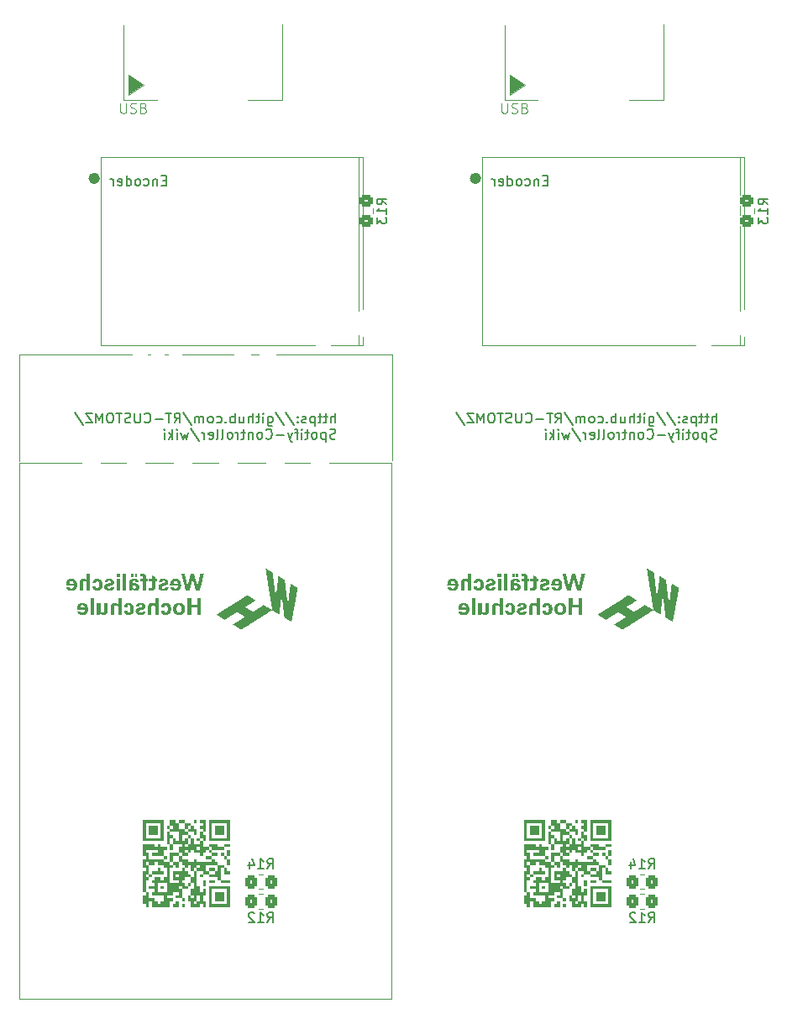
<source format=gbo>
G04 #@! TF.GenerationSoftware,KiCad,Pcbnew,7.0.1*
G04 #@! TF.CreationDate,2023-11-25T15:53:10+01:00*
G04 #@! TF.ProjectId,Spotify_controller_nutzen,53706f74-6966-4795-9f63-6f6e74726f6c,rev?*
G04 #@! TF.SameCoordinates,Original*
G04 #@! TF.FileFunction,Legend,Bot*
G04 #@! TF.FilePolarity,Positive*
%FSLAX46Y46*%
G04 Gerber Fmt 4.6, Leading zero omitted, Abs format (unit mm)*
G04 Created by KiCad (PCBNEW 7.0.1) date 2023-11-25 15:53:10*
%MOMM*%
%LPD*%
G01*
G04 APERTURE LIST*
G04 Aperture macros list*
%AMRoundRect*
0 Rectangle with rounded corners*
0 $1 Rounding radius*
0 $2 $3 $4 $5 $6 $7 $8 $9 X,Y pos of 4 corners*
0 Add a 4 corners polygon primitive as box body*
4,1,4,$2,$3,$4,$5,$6,$7,$8,$9,$2,$3,0*
0 Add four circle primitives for the rounded corners*
1,1,$1+$1,$2,$3*
1,1,$1+$1,$4,$5*
1,1,$1+$1,$6,$7*
1,1,$1+$1,$8,$9*
0 Add four rect primitives between the rounded corners*
20,1,$1+$1,$2,$3,$4,$5,0*
20,1,$1+$1,$4,$5,$6,$7,0*
20,1,$1+$1,$6,$7,$8,$9,0*
20,1,$1+$1,$8,$9,$2,$3,0*%
G04 Aperture macros list end*
%ADD10C,0.150000*%
%ADD11C,0.558268*%
%ADD12C,0.100000*%
%ADD13C,0.120000*%
%ADD14C,0.050000*%
%ADD15RoundRect,0.250000X0.450000X-0.350000X0.450000X0.350000X-0.450000X0.350000X-0.450000X-0.350000X0*%
%ADD16R,2.200000X2.200000*%
%ADD17O,2.200000X2.200000*%
%ADD18RoundRect,0.250000X-0.350000X-0.450000X0.350000X-0.450000X0.350000X0.450000X-0.350000X0.450000X0*%
%ADD19C,2.700000*%
%ADD20C,1.600000*%
%ADD21O,1.600000X1.600000*%
%ADD22R,1.700000X1.700000*%
%ADD23O,1.700000X1.700000*%
%ADD24R,1.600000X1.600000*%
%ADD25R,1.700000X2.550000*%
%ADD26O,1.700000X2.550000*%
%ADD27C,2.000000*%
%ADD28R,1.000000X1.000000*%
%ADD29O,1.000000X1.000000*%
%ADD30C,0.100000*%
%ADD31C,2.600000*%
%ADD32R,1.500000X1.500000*%
%ADD33C,1.500000*%
%ADD34R,1.800000X1.800000*%
%ADD35C,1.800000*%
%ADD36R,2.000000X2.000000*%
%ADD37R,3.200000X2.000000*%
%ADD38O,2.500000X1.200000*%
G04 APERTURE END LIST*
D10*
X98821704Y-84363619D02*
X98821704Y-83363619D01*
X98393133Y-84363619D02*
X98393133Y-83839809D01*
X98393133Y-83839809D02*
X98440752Y-83744571D01*
X98440752Y-83744571D02*
X98535990Y-83696952D01*
X98535990Y-83696952D02*
X98678847Y-83696952D01*
X98678847Y-83696952D02*
X98774085Y-83744571D01*
X98774085Y-83744571D02*
X98821704Y-83792190D01*
X98059799Y-83696952D02*
X97678847Y-83696952D01*
X97916942Y-83363619D02*
X97916942Y-84220761D01*
X97916942Y-84220761D02*
X97869323Y-84316000D01*
X97869323Y-84316000D02*
X97774085Y-84363619D01*
X97774085Y-84363619D02*
X97678847Y-84363619D01*
X97488370Y-83696952D02*
X97107418Y-83696952D01*
X97345513Y-83363619D02*
X97345513Y-84220761D01*
X97345513Y-84220761D02*
X97297894Y-84316000D01*
X97297894Y-84316000D02*
X97202656Y-84363619D01*
X97202656Y-84363619D02*
X97107418Y-84363619D01*
X96774084Y-83696952D02*
X96774084Y-84696952D01*
X96774084Y-83744571D02*
X96678846Y-83696952D01*
X96678846Y-83696952D02*
X96488370Y-83696952D01*
X96488370Y-83696952D02*
X96393132Y-83744571D01*
X96393132Y-83744571D02*
X96345513Y-83792190D01*
X96345513Y-83792190D02*
X96297894Y-83887428D01*
X96297894Y-83887428D02*
X96297894Y-84173142D01*
X96297894Y-84173142D02*
X96345513Y-84268380D01*
X96345513Y-84268380D02*
X96393132Y-84316000D01*
X96393132Y-84316000D02*
X96488370Y-84363619D01*
X96488370Y-84363619D02*
X96678846Y-84363619D01*
X96678846Y-84363619D02*
X96774084Y-84316000D01*
X95916941Y-84316000D02*
X95821703Y-84363619D01*
X95821703Y-84363619D02*
X95631227Y-84363619D01*
X95631227Y-84363619D02*
X95535989Y-84316000D01*
X95535989Y-84316000D02*
X95488370Y-84220761D01*
X95488370Y-84220761D02*
X95488370Y-84173142D01*
X95488370Y-84173142D02*
X95535989Y-84077904D01*
X95535989Y-84077904D02*
X95631227Y-84030285D01*
X95631227Y-84030285D02*
X95774084Y-84030285D01*
X95774084Y-84030285D02*
X95869322Y-83982666D01*
X95869322Y-83982666D02*
X95916941Y-83887428D01*
X95916941Y-83887428D02*
X95916941Y-83839809D01*
X95916941Y-83839809D02*
X95869322Y-83744571D01*
X95869322Y-83744571D02*
X95774084Y-83696952D01*
X95774084Y-83696952D02*
X95631227Y-83696952D01*
X95631227Y-83696952D02*
X95535989Y-83744571D01*
X95059798Y-84268380D02*
X95012179Y-84316000D01*
X95012179Y-84316000D02*
X95059798Y-84363619D01*
X95059798Y-84363619D02*
X95107417Y-84316000D01*
X95107417Y-84316000D02*
X95059798Y-84268380D01*
X95059798Y-84268380D02*
X95059798Y-84363619D01*
X95059798Y-83744571D02*
X95012179Y-83792190D01*
X95012179Y-83792190D02*
X95059798Y-83839809D01*
X95059798Y-83839809D02*
X95107417Y-83792190D01*
X95107417Y-83792190D02*
X95059798Y-83744571D01*
X95059798Y-83744571D02*
X95059798Y-83839809D01*
X93869323Y-83316000D02*
X94726465Y-84601714D01*
X92821704Y-83316000D02*
X93678846Y-84601714D01*
X92059799Y-83696952D02*
X92059799Y-84506476D01*
X92059799Y-84506476D02*
X92107418Y-84601714D01*
X92107418Y-84601714D02*
X92155037Y-84649333D01*
X92155037Y-84649333D02*
X92250275Y-84696952D01*
X92250275Y-84696952D02*
X92393132Y-84696952D01*
X92393132Y-84696952D02*
X92488370Y-84649333D01*
X92059799Y-84316000D02*
X92155037Y-84363619D01*
X92155037Y-84363619D02*
X92345513Y-84363619D01*
X92345513Y-84363619D02*
X92440751Y-84316000D01*
X92440751Y-84316000D02*
X92488370Y-84268380D01*
X92488370Y-84268380D02*
X92535989Y-84173142D01*
X92535989Y-84173142D02*
X92535989Y-83887428D01*
X92535989Y-83887428D02*
X92488370Y-83792190D01*
X92488370Y-83792190D02*
X92440751Y-83744571D01*
X92440751Y-83744571D02*
X92345513Y-83696952D01*
X92345513Y-83696952D02*
X92155037Y-83696952D01*
X92155037Y-83696952D02*
X92059799Y-83744571D01*
X91583608Y-84363619D02*
X91583608Y-83696952D01*
X91583608Y-83363619D02*
X91631227Y-83411238D01*
X91631227Y-83411238D02*
X91583608Y-83458857D01*
X91583608Y-83458857D02*
X91535989Y-83411238D01*
X91535989Y-83411238D02*
X91583608Y-83363619D01*
X91583608Y-83363619D02*
X91583608Y-83458857D01*
X91250275Y-83696952D02*
X90869323Y-83696952D01*
X91107418Y-83363619D02*
X91107418Y-84220761D01*
X91107418Y-84220761D02*
X91059799Y-84316000D01*
X91059799Y-84316000D02*
X90964561Y-84363619D01*
X90964561Y-84363619D02*
X90869323Y-84363619D01*
X90535989Y-84363619D02*
X90535989Y-83363619D01*
X90107418Y-84363619D02*
X90107418Y-83839809D01*
X90107418Y-83839809D02*
X90155037Y-83744571D01*
X90155037Y-83744571D02*
X90250275Y-83696952D01*
X90250275Y-83696952D02*
X90393132Y-83696952D01*
X90393132Y-83696952D02*
X90488370Y-83744571D01*
X90488370Y-83744571D02*
X90535989Y-83792190D01*
X89202656Y-83696952D02*
X89202656Y-84363619D01*
X89631227Y-83696952D02*
X89631227Y-84220761D01*
X89631227Y-84220761D02*
X89583608Y-84316000D01*
X89583608Y-84316000D02*
X89488370Y-84363619D01*
X89488370Y-84363619D02*
X89345513Y-84363619D01*
X89345513Y-84363619D02*
X89250275Y-84316000D01*
X89250275Y-84316000D02*
X89202656Y-84268380D01*
X88726465Y-84363619D02*
X88726465Y-83363619D01*
X88726465Y-83744571D02*
X88631227Y-83696952D01*
X88631227Y-83696952D02*
X88440751Y-83696952D01*
X88440751Y-83696952D02*
X88345513Y-83744571D01*
X88345513Y-83744571D02*
X88297894Y-83792190D01*
X88297894Y-83792190D02*
X88250275Y-83887428D01*
X88250275Y-83887428D02*
X88250275Y-84173142D01*
X88250275Y-84173142D02*
X88297894Y-84268380D01*
X88297894Y-84268380D02*
X88345513Y-84316000D01*
X88345513Y-84316000D02*
X88440751Y-84363619D01*
X88440751Y-84363619D02*
X88631227Y-84363619D01*
X88631227Y-84363619D02*
X88726465Y-84316000D01*
X87821703Y-84268380D02*
X87774084Y-84316000D01*
X87774084Y-84316000D02*
X87821703Y-84363619D01*
X87821703Y-84363619D02*
X87869322Y-84316000D01*
X87869322Y-84316000D02*
X87821703Y-84268380D01*
X87821703Y-84268380D02*
X87821703Y-84363619D01*
X86916942Y-84316000D02*
X87012180Y-84363619D01*
X87012180Y-84363619D02*
X87202656Y-84363619D01*
X87202656Y-84363619D02*
X87297894Y-84316000D01*
X87297894Y-84316000D02*
X87345513Y-84268380D01*
X87345513Y-84268380D02*
X87393132Y-84173142D01*
X87393132Y-84173142D02*
X87393132Y-83887428D01*
X87393132Y-83887428D02*
X87345513Y-83792190D01*
X87345513Y-83792190D02*
X87297894Y-83744571D01*
X87297894Y-83744571D02*
X87202656Y-83696952D01*
X87202656Y-83696952D02*
X87012180Y-83696952D01*
X87012180Y-83696952D02*
X86916942Y-83744571D01*
X86345513Y-84363619D02*
X86440751Y-84316000D01*
X86440751Y-84316000D02*
X86488370Y-84268380D01*
X86488370Y-84268380D02*
X86535989Y-84173142D01*
X86535989Y-84173142D02*
X86535989Y-83887428D01*
X86535989Y-83887428D02*
X86488370Y-83792190D01*
X86488370Y-83792190D02*
X86440751Y-83744571D01*
X86440751Y-83744571D02*
X86345513Y-83696952D01*
X86345513Y-83696952D02*
X86202656Y-83696952D01*
X86202656Y-83696952D02*
X86107418Y-83744571D01*
X86107418Y-83744571D02*
X86059799Y-83792190D01*
X86059799Y-83792190D02*
X86012180Y-83887428D01*
X86012180Y-83887428D02*
X86012180Y-84173142D01*
X86012180Y-84173142D02*
X86059799Y-84268380D01*
X86059799Y-84268380D02*
X86107418Y-84316000D01*
X86107418Y-84316000D02*
X86202656Y-84363619D01*
X86202656Y-84363619D02*
X86345513Y-84363619D01*
X85583608Y-84363619D02*
X85583608Y-83696952D01*
X85583608Y-83792190D02*
X85535989Y-83744571D01*
X85535989Y-83744571D02*
X85440751Y-83696952D01*
X85440751Y-83696952D02*
X85297894Y-83696952D01*
X85297894Y-83696952D02*
X85202656Y-83744571D01*
X85202656Y-83744571D02*
X85155037Y-83839809D01*
X85155037Y-83839809D02*
X85155037Y-84363619D01*
X85155037Y-83839809D02*
X85107418Y-83744571D01*
X85107418Y-83744571D02*
X85012180Y-83696952D01*
X85012180Y-83696952D02*
X84869323Y-83696952D01*
X84869323Y-83696952D02*
X84774084Y-83744571D01*
X84774084Y-83744571D02*
X84726465Y-83839809D01*
X84726465Y-83839809D02*
X84726465Y-84363619D01*
X83535990Y-83316000D02*
X84393132Y-84601714D01*
X82631228Y-84363619D02*
X82964561Y-83887428D01*
X83202656Y-84363619D02*
X83202656Y-83363619D01*
X83202656Y-83363619D02*
X82821704Y-83363619D01*
X82821704Y-83363619D02*
X82726466Y-83411238D01*
X82726466Y-83411238D02*
X82678847Y-83458857D01*
X82678847Y-83458857D02*
X82631228Y-83554095D01*
X82631228Y-83554095D02*
X82631228Y-83696952D01*
X82631228Y-83696952D02*
X82678847Y-83792190D01*
X82678847Y-83792190D02*
X82726466Y-83839809D01*
X82726466Y-83839809D02*
X82821704Y-83887428D01*
X82821704Y-83887428D02*
X83202656Y-83887428D01*
X82345513Y-83363619D02*
X81774085Y-83363619D01*
X82059799Y-84363619D02*
X82059799Y-83363619D01*
X81440751Y-83982666D02*
X80678847Y-83982666D01*
X79631228Y-84268380D02*
X79678847Y-84316000D01*
X79678847Y-84316000D02*
X79821704Y-84363619D01*
X79821704Y-84363619D02*
X79916942Y-84363619D01*
X79916942Y-84363619D02*
X80059799Y-84316000D01*
X80059799Y-84316000D02*
X80155037Y-84220761D01*
X80155037Y-84220761D02*
X80202656Y-84125523D01*
X80202656Y-84125523D02*
X80250275Y-83935047D01*
X80250275Y-83935047D02*
X80250275Y-83792190D01*
X80250275Y-83792190D02*
X80202656Y-83601714D01*
X80202656Y-83601714D02*
X80155037Y-83506476D01*
X80155037Y-83506476D02*
X80059799Y-83411238D01*
X80059799Y-83411238D02*
X79916942Y-83363619D01*
X79916942Y-83363619D02*
X79821704Y-83363619D01*
X79821704Y-83363619D02*
X79678847Y-83411238D01*
X79678847Y-83411238D02*
X79631228Y-83458857D01*
X79202656Y-83363619D02*
X79202656Y-84173142D01*
X79202656Y-84173142D02*
X79155037Y-84268380D01*
X79155037Y-84268380D02*
X79107418Y-84316000D01*
X79107418Y-84316000D02*
X79012180Y-84363619D01*
X79012180Y-84363619D02*
X78821704Y-84363619D01*
X78821704Y-84363619D02*
X78726466Y-84316000D01*
X78726466Y-84316000D02*
X78678847Y-84268380D01*
X78678847Y-84268380D02*
X78631228Y-84173142D01*
X78631228Y-84173142D02*
X78631228Y-83363619D01*
X78202656Y-84316000D02*
X78059799Y-84363619D01*
X78059799Y-84363619D02*
X77821704Y-84363619D01*
X77821704Y-84363619D02*
X77726466Y-84316000D01*
X77726466Y-84316000D02*
X77678847Y-84268380D01*
X77678847Y-84268380D02*
X77631228Y-84173142D01*
X77631228Y-84173142D02*
X77631228Y-84077904D01*
X77631228Y-84077904D02*
X77678847Y-83982666D01*
X77678847Y-83982666D02*
X77726466Y-83935047D01*
X77726466Y-83935047D02*
X77821704Y-83887428D01*
X77821704Y-83887428D02*
X78012180Y-83839809D01*
X78012180Y-83839809D02*
X78107418Y-83792190D01*
X78107418Y-83792190D02*
X78155037Y-83744571D01*
X78155037Y-83744571D02*
X78202656Y-83649333D01*
X78202656Y-83649333D02*
X78202656Y-83554095D01*
X78202656Y-83554095D02*
X78155037Y-83458857D01*
X78155037Y-83458857D02*
X78107418Y-83411238D01*
X78107418Y-83411238D02*
X78012180Y-83363619D01*
X78012180Y-83363619D02*
X77774085Y-83363619D01*
X77774085Y-83363619D02*
X77631228Y-83411238D01*
X77345513Y-83363619D02*
X76774085Y-83363619D01*
X77059799Y-84363619D02*
X77059799Y-83363619D01*
X76250275Y-83363619D02*
X76059799Y-83363619D01*
X76059799Y-83363619D02*
X75964561Y-83411238D01*
X75964561Y-83411238D02*
X75869323Y-83506476D01*
X75869323Y-83506476D02*
X75821704Y-83696952D01*
X75821704Y-83696952D02*
X75821704Y-84030285D01*
X75821704Y-84030285D02*
X75869323Y-84220761D01*
X75869323Y-84220761D02*
X75964561Y-84316000D01*
X75964561Y-84316000D02*
X76059799Y-84363619D01*
X76059799Y-84363619D02*
X76250275Y-84363619D01*
X76250275Y-84363619D02*
X76345513Y-84316000D01*
X76345513Y-84316000D02*
X76440751Y-84220761D01*
X76440751Y-84220761D02*
X76488370Y-84030285D01*
X76488370Y-84030285D02*
X76488370Y-83696952D01*
X76488370Y-83696952D02*
X76440751Y-83506476D01*
X76440751Y-83506476D02*
X76345513Y-83411238D01*
X76345513Y-83411238D02*
X76250275Y-83363619D01*
X75393132Y-84363619D02*
X75393132Y-83363619D01*
X75393132Y-83363619D02*
X75059799Y-84077904D01*
X75059799Y-84077904D02*
X74726466Y-83363619D01*
X74726466Y-83363619D02*
X74726466Y-84363619D01*
X74345513Y-83363619D02*
X73678847Y-83363619D01*
X73678847Y-83363619D02*
X74345513Y-84363619D01*
X74345513Y-84363619D02*
X73678847Y-84363619D01*
X72583609Y-83316000D02*
X73440751Y-84601714D01*
X98869323Y-85936000D02*
X98726466Y-85983619D01*
X98726466Y-85983619D02*
X98488371Y-85983619D01*
X98488371Y-85983619D02*
X98393133Y-85936000D01*
X98393133Y-85936000D02*
X98345514Y-85888380D01*
X98345514Y-85888380D02*
X98297895Y-85793142D01*
X98297895Y-85793142D02*
X98297895Y-85697904D01*
X98297895Y-85697904D02*
X98345514Y-85602666D01*
X98345514Y-85602666D02*
X98393133Y-85555047D01*
X98393133Y-85555047D02*
X98488371Y-85507428D01*
X98488371Y-85507428D02*
X98678847Y-85459809D01*
X98678847Y-85459809D02*
X98774085Y-85412190D01*
X98774085Y-85412190D02*
X98821704Y-85364571D01*
X98821704Y-85364571D02*
X98869323Y-85269333D01*
X98869323Y-85269333D02*
X98869323Y-85174095D01*
X98869323Y-85174095D02*
X98821704Y-85078857D01*
X98821704Y-85078857D02*
X98774085Y-85031238D01*
X98774085Y-85031238D02*
X98678847Y-84983619D01*
X98678847Y-84983619D02*
X98440752Y-84983619D01*
X98440752Y-84983619D02*
X98297895Y-85031238D01*
X97869323Y-85316952D02*
X97869323Y-86316952D01*
X97869323Y-85364571D02*
X97774085Y-85316952D01*
X97774085Y-85316952D02*
X97583609Y-85316952D01*
X97583609Y-85316952D02*
X97488371Y-85364571D01*
X97488371Y-85364571D02*
X97440752Y-85412190D01*
X97440752Y-85412190D02*
X97393133Y-85507428D01*
X97393133Y-85507428D02*
X97393133Y-85793142D01*
X97393133Y-85793142D02*
X97440752Y-85888380D01*
X97440752Y-85888380D02*
X97488371Y-85936000D01*
X97488371Y-85936000D02*
X97583609Y-85983619D01*
X97583609Y-85983619D02*
X97774085Y-85983619D01*
X97774085Y-85983619D02*
X97869323Y-85936000D01*
X96821704Y-85983619D02*
X96916942Y-85936000D01*
X96916942Y-85936000D02*
X96964561Y-85888380D01*
X96964561Y-85888380D02*
X97012180Y-85793142D01*
X97012180Y-85793142D02*
X97012180Y-85507428D01*
X97012180Y-85507428D02*
X96964561Y-85412190D01*
X96964561Y-85412190D02*
X96916942Y-85364571D01*
X96916942Y-85364571D02*
X96821704Y-85316952D01*
X96821704Y-85316952D02*
X96678847Y-85316952D01*
X96678847Y-85316952D02*
X96583609Y-85364571D01*
X96583609Y-85364571D02*
X96535990Y-85412190D01*
X96535990Y-85412190D02*
X96488371Y-85507428D01*
X96488371Y-85507428D02*
X96488371Y-85793142D01*
X96488371Y-85793142D02*
X96535990Y-85888380D01*
X96535990Y-85888380D02*
X96583609Y-85936000D01*
X96583609Y-85936000D02*
X96678847Y-85983619D01*
X96678847Y-85983619D02*
X96821704Y-85983619D01*
X96202656Y-85316952D02*
X95821704Y-85316952D01*
X96059799Y-84983619D02*
X96059799Y-85840761D01*
X96059799Y-85840761D02*
X96012180Y-85936000D01*
X96012180Y-85936000D02*
X95916942Y-85983619D01*
X95916942Y-85983619D02*
X95821704Y-85983619D01*
X95488370Y-85983619D02*
X95488370Y-85316952D01*
X95488370Y-84983619D02*
X95535989Y-85031238D01*
X95535989Y-85031238D02*
X95488370Y-85078857D01*
X95488370Y-85078857D02*
X95440751Y-85031238D01*
X95440751Y-85031238D02*
X95488370Y-84983619D01*
X95488370Y-84983619D02*
X95488370Y-85078857D01*
X95155037Y-85316952D02*
X94774085Y-85316952D01*
X95012180Y-85983619D02*
X95012180Y-85126476D01*
X95012180Y-85126476D02*
X94964561Y-85031238D01*
X94964561Y-85031238D02*
X94869323Y-84983619D01*
X94869323Y-84983619D02*
X94774085Y-84983619D01*
X94535989Y-85316952D02*
X94297894Y-85983619D01*
X94059799Y-85316952D02*
X94297894Y-85983619D01*
X94297894Y-85983619D02*
X94393132Y-86221714D01*
X94393132Y-86221714D02*
X94440751Y-86269333D01*
X94440751Y-86269333D02*
X94535989Y-86316952D01*
X93678846Y-85602666D02*
X92916942Y-85602666D01*
X91869323Y-85888380D02*
X91916942Y-85936000D01*
X91916942Y-85936000D02*
X92059799Y-85983619D01*
X92059799Y-85983619D02*
X92155037Y-85983619D01*
X92155037Y-85983619D02*
X92297894Y-85936000D01*
X92297894Y-85936000D02*
X92393132Y-85840761D01*
X92393132Y-85840761D02*
X92440751Y-85745523D01*
X92440751Y-85745523D02*
X92488370Y-85555047D01*
X92488370Y-85555047D02*
X92488370Y-85412190D01*
X92488370Y-85412190D02*
X92440751Y-85221714D01*
X92440751Y-85221714D02*
X92393132Y-85126476D01*
X92393132Y-85126476D02*
X92297894Y-85031238D01*
X92297894Y-85031238D02*
X92155037Y-84983619D01*
X92155037Y-84983619D02*
X92059799Y-84983619D01*
X92059799Y-84983619D02*
X91916942Y-85031238D01*
X91916942Y-85031238D02*
X91869323Y-85078857D01*
X91297894Y-85983619D02*
X91393132Y-85936000D01*
X91393132Y-85936000D02*
X91440751Y-85888380D01*
X91440751Y-85888380D02*
X91488370Y-85793142D01*
X91488370Y-85793142D02*
X91488370Y-85507428D01*
X91488370Y-85507428D02*
X91440751Y-85412190D01*
X91440751Y-85412190D02*
X91393132Y-85364571D01*
X91393132Y-85364571D02*
X91297894Y-85316952D01*
X91297894Y-85316952D02*
X91155037Y-85316952D01*
X91155037Y-85316952D02*
X91059799Y-85364571D01*
X91059799Y-85364571D02*
X91012180Y-85412190D01*
X91012180Y-85412190D02*
X90964561Y-85507428D01*
X90964561Y-85507428D02*
X90964561Y-85793142D01*
X90964561Y-85793142D02*
X91012180Y-85888380D01*
X91012180Y-85888380D02*
X91059799Y-85936000D01*
X91059799Y-85936000D02*
X91155037Y-85983619D01*
X91155037Y-85983619D02*
X91297894Y-85983619D01*
X90535989Y-85316952D02*
X90535989Y-85983619D01*
X90535989Y-85412190D02*
X90488370Y-85364571D01*
X90488370Y-85364571D02*
X90393132Y-85316952D01*
X90393132Y-85316952D02*
X90250275Y-85316952D01*
X90250275Y-85316952D02*
X90155037Y-85364571D01*
X90155037Y-85364571D02*
X90107418Y-85459809D01*
X90107418Y-85459809D02*
X90107418Y-85983619D01*
X89774084Y-85316952D02*
X89393132Y-85316952D01*
X89631227Y-84983619D02*
X89631227Y-85840761D01*
X89631227Y-85840761D02*
X89583608Y-85936000D01*
X89583608Y-85936000D02*
X89488370Y-85983619D01*
X89488370Y-85983619D02*
X89393132Y-85983619D01*
X89059798Y-85983619D02*
X89059798Y-85316952D01*
X89059798Y-85507428D02*
X89012179Y-85412190D01*
X89012179Y-85412190D02*
X88964560Y-85364571D01*
X88964560Y-85364571D02*
X88869322Y-85316952D01*
X88869322Y-85316952D02*
X88774084Y-85316952D01*
X88297893Y-85983619D02*
X88393131Y-85936000D01*
X88393131Y-85936000D02*
X88440750Y-85888380D01*
X88440750Y-85888380D02*
X88488369Y-85793142D01*
X88488369Y-85793142D02*
X88488369Y-85507428D01*
X88488369Y-85507428D02*
X88440750Y-85412190D01*
X88440750Y-85412190D02*
X88393131Y-85364571D01*
X88393131Y-85364571D02*
X88297893Y-85316952D01*
X88297893Y-85316952D02*
X88155036Y-85316952D01*
X88155036Y-85316952D02*
X88059798Y-85364571D01*
X88059798Y-85364571D02*
X88012179Y-85412190D01*
X88012179Y-85412190D02*
X87964560Y-85507428D01*
X87964560Y-85507428D02*
X87964560Y-85793142D01*
X87964560Y-85793142D02*
X88012179Y-85888380D01*
X88012179Y-85888380D02*
X88059798Y-85936000D01*
X88059798Y-85936000D02*
X88155036Y-85983619D01*
X88155036Y-85983619D02*
X88297893Y-85983619D01*
X87393131Y-85983619D02*
X87488369Y-85936000D01*
X87488369Y-85936000D02*
X87535988Y-85840761D01*
X87535988Y-85840761D02*
X87535988Y-84983619D01*
X86869321Y-85983619D02*
X86964559Y-85936000D01*
X86964559Y-85936000D02*
X87012178Y-85840761D01*
X87012178Y-85840761D02*
X87012178Y-84983619D01*
X86107416Y-85936000D02*
X86202654Y-85983619D01*
X86202654Y-85983619D02*
X86393130Y-85983619D01*
X86393130Y-85983619D02*
X86488368Y-85936000D01*
X86488368Y-85936000D02*
X86535987Y-85840761D01*
X86535987Y-85840761D02*
X86535987Y-85459809D01*
X86535987Y-85459809D02*
X86488368Y-85364571D01*
X86488368Y-85364571D02*
X86393130Y-85316952D01*
X86393130Y-85316952D02*
X86202654Y-85316952D01*
X86202654Y-85316952D02*
X86107416Y-85364571D01*
X86107416Y-85364571D02*
X86059797Y-85459809D01*
X86059797Y-85459809D02*
X86059797Y-85555047D01*
X86059797Y-85555047D02*
X86535987Y-85650285D01*
X85631225Y-85983619D02*
X85631225Y-85316952D01*
X85631225Y-85507428D02*
X85583606Y-85412190D01*
X85583606Y-85412190D02*
X85535987Y-85364571D01*
X85535987Y-85364571D02*
X85440749Y-85316952D01*
X85440749Y-85316952D02*
X85345511Y-85316952D01*
X84297892Y-84936000D02*
X85155034Y-86221714D01*
X84059796Y-85316952D02*
X83869320Y-85983619D01*
X83869320Y-85983619D02*
X83678844Y-85507428D01*
X83678844Y-85507428D02*
X83488368Y-85983619D01*
X83488368Y-85983619D02*
X83297892Y-85316952D01*
X82916939Y-85983619D02*
X82916939Y-85316952D01*
X82916939Y-84983619D02*
X82964558Y-85031238D01*
X82964558Y-85031238D02*
X82916939Y-85078857D01*
X82916939Y-85078857D02*
X82869320Y-85031238D01*
X82869320Y-85031238D02*
X82916939Y-84983619D01*
X82916939Y-84983619D02*
X82916939Y-85078857D01*
X82440749Y-85983619D02*
X82440749Y-84983619D01*
X82345511Y-85602666D02*
X82059797Y-85983619D01*
X82059797Y-85316952D02*
X82440749Y-85697904D01*
X81631225Y-85983619D02*
X81631225Y-85316952D01*
X81631225Y-84983619D02*
X81678844Y-85031238D01*
X81678844Y-85031238D02*
X81631225Y-85078857D01*
X81631225Y-85078857D02*
X81583606Y-85031238D01*
X81583606Y-85031238D02*
X81631225Y-84983619D01*
X81631225Y-84983619D02*
X81631225Y-85078857D01*
D11*
X74827934Y-59715400D02*
G75*
G03*
X74827934Y-59715400I-279134J0D01*
G01*
X36397934Y-59715400D02*
G75*
G03*
X36397934Y-59715400I-279134J0D01*
G01*
D10*
X60391704Y-84363619D02*
X60391704Y-83363619D01*
X59963133Y-84363619D02*
X59963133Y-83839809D01*
X59963133Y-83839809D02*
X60010752Y-83744571D01*
X60010752Y-83744571D02*
X60105990Y-83696952D01*
X60105990Y-83696952D02*
X60248847Y-83696952D01*
X60248847Y-83696952D02*
X60344085Y-83744571D01*
X60344085Y-83744571D02*
X60391704Y-83792190D01*
X59629799Y-83696952D02*
X59248847Y-83696952D01*
X59486942Y-83363619D02*
X59486942Y-84220761D01*
X59486942Y-84220761D02*
X59439323Y-84316000D01*
X59439323Y-84316000D02*
X59344085Y-84363619D01*
X59344085Y-84363619D02*
X59248847Y-84363619D01*
X59058370Y-83696952D02*
X58677418Y-83696952D01*
X58915513Y-83363619D02*
X58915513Y-84220761D01*
X58915513Y-84220761D02*
X58867894Y-84316000D01*
X58867894Y-84316000D02*
X58772656Y-84363619D01*
X58772656Y-84363619D02*
X58677418Y-84363619D01*
X58344084Y-83696952D02*
X58344084Y-84696952D01*
X58344084Y-83744571D02*
X58248846Y-83696952D01*
X58248846Y-83696952D02*
X58058370Y-83696952D01*
X58058370Y-83696952D02*
X57963132Y-83744571D01*
X57963132Y-83744571D02*
X57915513Y-83792190D01*
X57915513Y-83792190D02*
X57867894Y-83887428D01*
X57867894Y-83887428D02*
X57867894Y-84173142D01*
X57867894Y-84173142D02*
X57915513Y-84268380D01*
X57915513Y-84268380D02*
X57963132Y-84316000D01*
X57963132Y-84316000D02*
X58058370Y-84363619D01*
X58058370Y-84363619D02*
X58248846Y-84363619D01*
X58248846Y-84363619D02*
X58344084Y-84316000D01*
X57486941Y-84316000D02*
X57391703Y-84363619D01*
X57391703Y-84363619D02*
X57201227Y-84363619D01*
X57201227Y-84363619D02*
X57105989Y-84316000D01*
X57105989Y-84316000D02*
X57058370Y-84220761D01*
X57058370Y-84220761D02*
X57058370Y-84173142D01*
X57058370Y-84173142D02*
X57105989Y-84077904D01*
X57105989Y-84077904D02*
X57201227Y-84030285D01*
X57201227Y-84030285D02*
X57344084Y-84030285D01*
X57344084Y-84030285D02*
X57439322Y-83982666D01*
X57439322Y-83982666D02*
X57486941Y-83887428D01*
X57486941Y-83887428D02*
X57486941Y-83839809D01*
X57486941Y-83839809D02*
X57439322Y-83744571D01*
X57439322Y-83744571D02*
X57344084Y-83696952D01*
X57344084Y-83696952D02*
X57201227Y-83696952D01*
X57201227Y-83696952D02*
X57105989Y-83744571D01*
X56629798Y-84268380D02*
X56582179Y-84316000D01*
X56582179Y-84316000D02*
X56629798Y-84363619D01*
X56629798Y-84363619D02*
X56677417Y-84316000D01*
X56677417Y-84316000D02*
X56629798Y-84268380D01*
X56629798Y-84268380D02*
X56629798Y-84363619D01*
X56629798Y-83744571D02*
X56582179Y-83792190D01*
X56582179Y-83792190D02*
X56629798Y-83839809D01*
X56629798Y-83839809D02*
X56677417Y-83792190D01*
X56677417Y-83792190D02*
X56629798Y-83744571D01*
X56629798Y-83744571D02*
X56629798Y-83839809D01*
X55439323Y-83316000D02*
X56296465Y-84601714D01*
X54391704Y-83316000D02*
X55248846Y-84601714D01*
X53629799Y-83696952D02*
X53629799Y-84506476D01*
X53629799Y-84506476D02*
X53677418Y-84601714D01*
X53677418Y-84601714D02*
X53725037Y-84649333D01*
X53725037Y-84649333D02*
X53820275Y-84696952D01*
X53820275Y-84696952D02*
X53963132Y-84696952D01*
X53963132Y-84696952D02*
X54058370Y-84649333D01*
X53629799Y-84316000D02*
X53725037Y-84363619D01*
X53725037Y-84363619D02*
X53915513Y-84363619D01*
X53915513Y-84363619D02*
X54010751Y-84316000D01*
X54010751Y-84316000D02*
X54058370Y-84268380D01*
X54058370Y-84268380D02*
X54105989Y-84173142D01*
X54105989Y-84173142D02*
X54105989Y-83887428D01*
X54105989Y-83887428D02*
X54058370Y-83792190D01*
X54058370Y-83792190D02*
X54010751Y-83744571D01*
X54010751Y-83744571D02*
X53915513Y-83696952D01*
X53915513Y-83696952D02*
X53725037Y-83696952D01*
X53725037Y-83696952D02*
X53629799Y-83744571D01*
X53153608Y-84363619D02*
X53153608Y-83696952D01*
X53153608Y-83363619D02*
X53201227Y-83411238D01*
X53201227Y-83411238D02*
X53153608Y-83458857D01*
X53153608Y-83458857D02*
X53105989Y-83411238D01*
X53105989Y-83411238D02*
X53153608Y-83363619D01*
X53153608Y-83363619D02*
X53153608Y-83458857D01*
X52820275Y-83696952D02*
X52439323Y-83696952D01*
X52677418Y-83363619D02*
X52677418Y-84220761D01*
X52677418Y-84220761D02*
X52629799Y-84316000D01*
X52629799Y-84316000D02*
X52534561Y-84363619D01*
X52534561Y-84363619D02*
X52439323Y-84363619D01*
X52105989Y-84363619D02*
X52105989Y-83363619D01*
X51677418Y-84363619D02*
X51677418Y-83839809D01*
X51677418Y-83839809D02*
X51725037Y-83744571D01*
X51725037Y-83744571D02*
X51820275Y-83696952D01*
X51820275Y-83696952D02*
X51963132Y-83696952D01*
X51963132Y-83696952D02*
X52058370Y-83744571D01*
X52058370Y-83744571D02*
X52105989Y-83792190D01*
X50772656Y-83696952D02*
X50772656Y-84363619D01*
X51201227Y-83696952D02*
X51201227Y-84220761D01*
X51201227Y-84220761D02*
X51153608Y-84316000D01*
X51153608Y-84316000D02*
X51058370Y-84363619D01*
X51058370Y-84363619D02*
X50915513Y-84363619D01*
X50915513Y-84363619D02*
X50820275Y-84316000D01*
X50820275Y-84316000D02*
X50772656Y-84268380D01*
X50296465Y-84363619D02*
X50296465Y-83363619D01*
X50296465Y-83744571D02*
X50201227Y-83696952D01*
X50201227Y-83696952D02*
X50010751Y-83696952D01*
X50010751Y-83696952D02*
X49915513Y-83744571D01*
X49915513Y-83744571D02*
X49867894Y-83792190D01*
X49867894Y-83792190D02*
X49820275Y-83887428D01*
X49820275Y-83887428D02*
X49820275Y-84173142D01*
X49820275Y-84173142D02*
X49867894Y-84268380D01*
X49867894Y-84268380D02*
X49915513Y-84316000D01*
X49915513Y-84316000D02*
X50010751Y-84363619D01*
X50010751Y-84363619D02*
X50201227Y-84363619D01*
X50201227Y-84363619D02*
X50296465Y-84316000D01*
X49391703Y-84268380D02*
X49344084Y-84316000D01*
X49344084Y-84316000D02*
X49391703Y-84363619D01*
X49391703Y-84363619D02*
X49439322Y-84316000D01*
X49439322Y-84316000D02*
X49391703Y-84268380D01*
X49391703Y-84268380D02*
X49391703Y-84363619D01*
X48486942Y-84316000D02*
X48582180Y-84363619D01*
X48582180Y-84363619D02*
X48772656Y-84363619D01*
X48772656Y-84363619D02*
X48867894Y-84316000D01*
X48867894Y-84316000D02*
X48915513Y-84268380D01*
X48915513Y-84268380D02*
X48963132Y-84173142D01*
X48963132Y-84173142D02*
X48963132Y-83887428D01*
X48963132Y-83887428D02*
X48915513Y-83792190D01*
X48915513Y-83792190D02*
X48867894Y-83744571D01*
X48867894Y-83744571D02*
X48772656Y-83696952D01*
X48772656Y-83696952D02*
X48582180Y-83696952D01*
X48582180Y-83696952D02*
X48486942Y-83744571D01*
X47915513Y-84363619D02*
X48010751Y-84316000D01*
X48010751Y-84316000D02*
X48058370Y-84268380D01*
X48058370Y-84268380D02*
X48105989Y-84173142D01*
X48105989Y-84173142D02*
X48105989Y-83887428D01*
X48105989Y-83887428D02*
X48058370Y-83792190D01*
X48058370Y-83792190D02*
X48010751Y-83744571D01*
X48010751Y-83744571D02*
X47915513Y-83696952D01*
X47915513Y-83696952D02*
X47772656Y-83696952D01*
X47772656Y-83696952D02*
X47677418Y-83744571D01*
X47677418Y-83744571D02*
X47629799Y-83792190D01*
X47629799Y-83792190D02*
X47582180Y-83887428D01*
X47582180Y-83887428D02*
X47582180Y-84173142D01*
X47582180Y-84173142D02*
X47629799Y-84268380D01*
X47629799Y-84268380D02*
X47677418Y-84316000D01*
X47677418Y-84316000D02*
X47772656Y-84363619D01*
X47772656Y-84363619D02*
X47915513Y-84363619D01*
X47153608Y-84363619D02*
X47153608Y-83696952D01*
X47153608Y-83792190D02*
X47105989Y-83744571D01*
X47105989Y-83744571D02*
X47010751Y-83696952D01*
X47010751Y-83696952D02*
X46867894Y-83696952D01*
X46867894Y-83696952D02*
X46772656Y-83744571D01*
X46772656Y-83744571D02*
X46725037Y-83839809D01*
X46725037Y-83839809D02*
X46725037Y-84363619D01*
X46725037Y-83839809D02*
X46677418Y-83744571D01*
X46677418Y-83744571D02*
X46582180Y-83696952D01*
X46582180Y-83696952D02*
X46439323Y-83696952D01*
X46439323Y-83696952D02*
X46344084Y-83744571D01*
X46344084Y-83744571D02*
X46296465Y-83839809D01*
X46296465Y-83839809D02*
X46296465Y-84363619D01*
X45105990Y-83316000D02*
X45963132Y-84601714D01*
X44201228Y-84363619D02*
X44534561Y-83887428D01*
X44772656Y-84363619D02*
X44772656Y-83363619D01*
X44772656Y-83363619D02*
X44391704Y-83363619D01*
X44391704Y-83363619D02*
X44296466Y-83411238D01*
X44296466Y-83411238D02*
X44248847Y-83458857D01*
X44248847Y-83458857D02*
X44201228Y-83554095D01*
X44201228Y-83554095D02*
X44201228Y-83696952D01*
X44201228Y-83696952D02*
X44248847Y-83792190D01*
X44248847Y-83792190D02*
X44296466Y-83839809D01*
X44296466Y-83839809D02*
X44391704Y-83887428D01*
X44391704Y-83887428D02*
X44772656Y-83887428D01*
X43915513Y-83363619D02*
X43344085Y-83363619D01*
X43629799Y-84363619D02*
X43629799Y-83363619D01*
X43010751Y-83982666D02*
X42248847Y-83982666D01*
X41201228Y-84268380D02*
X41248847Y-84316000D01*
X41248847Y-84316000D02*
X41391704Y-84363619D01*
X41391704Y-84363619D02*
X41486942Y-84363619D01*
X41486942Y-84363619D02*
X41629799Y-84316000D01*
X41629799Y-84316000D02*
X41725037Y-84220761D01*
X41725037Y-84220761D02*
X41772656Y-84125523D01*
X41772656Y-84125523D02*
X41820275Y-83935047D01*
X41820275Y-83935047D02*
X41820275Y-83792190D01*
X41820275Y-83792190D02*
X41772656Y-83601714D01*
X41772656Y-83601714D02*
X41725037Y-83506476D01*
X41725037Y-83506476D02*
X41629799Y-83411238D01*
X41629799Y-83411238D02*
X41486942Y-83363619D01*
X41486942Y-83363619D02*
X41391704Y-83363619D01*
X41391704Y-83363619D02*
X41248847Y-83411238D01*
X41248847Y-83411238D02*
X41201228Y-83458857D01*
X40772656Y-83363619D02*
X40772656Y-84173142D01*
X40772656Y-84173142D02*
X40725037Y-84268380D01*
X40725037Y-84268380D02*
X40677418Y-84316000D01*
X40677418Y-84316000D02*
X40582180Y-84363619D01*
X40582180Y-84363619D02*
X40391704Y-84363619D01*
X40391704Y-84363619D02*
X40296466Y-84316000D01*
X40296466Y-84316000D02*
X40248847Y-84268380D01*
X40248847Y-84268380D02*
X40201228Y-84173142D01*
X40201228Y-84173142D02*
X40201228Y-83363619D01*
X39772656Y-84316000D02*
X39629799Y-84363619D01*
X39629799Y-84363619D02*
X39391704Y-84363619D01*
X39391704Y-84363619D02*
X39296466Y-84316000D01*
X39296466Y-84316000D02*
X39248847Y-84268380D01*
X39248847Y-84268380D02*
X39201228Y-84173142D01*
X39201228Y-84173142D02*
X39201228Y-84077904D01*
X39201228Y-84077904D02*
X39248847Y-83982666D01*
X39248847Y-83982666D02*
X39296466Y-83935047D01*
X39296466Y-83935047D02*
X39391704Y-83887428D01*
X39391704Y-83887428D02*
X39582180Y-83839809D01*
X39582180Y-83839809D02*
X39677418Y-83792190D01*
X39677418Y-83792190D02*
X39725037Y-83744571D01*
X39725037Y-83744571D02*
X39772656Y-83649333D01*
X39772656Y-83649333D02*
X39772656Y-83554095D01*
X39772656Y-83554095D02*
X39725037Y-83458857D01*
X39725037Y-83458857D02*
X39677418Y-83411238D01*
X39677418Y-83411238D02*
X39582180Y-83363619D01*
X39582180Y-83363619D02*
X39344085Y-83363619D01*
X39344085Y-83363619D02*
X39201228Y-83411238D01*
X38915513Y-83363619D02*
X38344085Y-83363619D01*
X38629799Y-84363619D02*
X38629799Y-83363619D01*
X37820275Y-83363619D02*
X37629799Y-83363619D01*
X37629799Y-83363619D02*
X37534561Y-83411238D01*
X37534561Y-83411238D02*
X37439323Y-83506476D01*
X37439323Y-83506476D02*
X37391704Y-83696952D01*
X37391704Y-83696952D02*
X37391704Y-84030285D01*
X37391704Y-84030285D02*
X37439323Y-84220761D01*
X37439323Y-84220761D02*
X37534561Y-84316000D01*
X37534561Y-84316000D02*
X37629799Y-84363619D01*
X37629799Y-84363619D02*
X37820275Y-84363619D01*
X37820275Y-84363619D02*
X37915513Y-84316000D01*
X37915513Y-84316000D02*
X38010751Y-84220761D01*
X38010751Y-84220761D02*
X38058370Y-84030285D01*
X38058370Y-84030285D02*
X38058370Y-83696952D01*
X38058370Y-83696952D02*
X38010751Y-83506476D01*
X38010751Y-83506476D02*
X37915513Y-83411238D01*
X37915513Y-83411238D02*
X37820275Y-83363619D01*
X36963132Y-84363619D02*
X36963132Y-83363619D01*
X36963132Y-83363619D02*
X36629799Y-84077904D01*
X36629799Y-84077904D02*
X36296466Y-83363619D01*
X36296466Y-83363619D02*
X36296466Y-84363619D01*
X35915513Y-83363619D02*
X35248847Y-83363619D01*
X35248847Y-83363619D02*
X35915513Y-84363619D01*
X35915513Y-84363619D02*
X35248847Y-84363619D01*
X34153609Y-83316000D02*
X35010751Y-84601714D01*
X60439323Y-85936000D02*
X60296466Y-85983619D01*
X60296466Y-85983619D02*
X60058371Y-85983619D01*
X60058371Y-85983619D02*
X59963133Y-85936000D01*
X59963133Y-85936000D02*
X59915514Y-85888380D01*
X59915514Y-85888380D02*
X59867895Y-85793142D01*
X59867895Y-85793142D02*
X59867895Y-85697904D01*
X59867895Y-85697904D02*
X59915514Y-85602666D01*
X59915514Y-85602666D02*
X59963133Y-85555047D01*
X59963133Y-85555047D02*
X60058371Y-85507428D01*
X60058371Y-85507428D02*
X60248847Y-85459809D01*
X60248847Y-85459809D02*
X60344085Y-85412190D01*
X60344085Y-85412190D02*
X60391704Y-85364571D01*
X60391704Y-85364571D02*
X60439323Y-85269333D01*
X60439323Y-85269333D02*
X60439323Y-85174095D01*
X60439323Y-85174095D02*
X60391704Y-85078857D01*
X60391704Y-85078857D02*
X60344085Y-85031238D01*
X60344085Y-85031238D02*
X60248847Y-84983619D01*
X60248847Y-84983619D02*
X60010752Y-84983619D01*
X60010752Y-84983619D02*
X59867895Y-85031238D01*
X59439323Y-85316952D02*
X59439323Y-86316952D01*
X59439323Y-85364571D02*
X59344085Y-85316952D01*
X59344085Y-85316952D02*
X59153609Y-85316952D01*
X59153609Y-85316952D02*
X59058371Y-85364571D01*
X59058371Y-85364571D02*
X59010752Y-85412190D01*
X59010752Y-85412190D02*
X58963133Y-85507428D01*
X58963133Y-85507428D02*
X58963133Y-85793142D01*
X58963133Y-85793142D02*
X59010752Y-85888380D01*
X59010752Y-85888380D02*
X59058371Y-85936000D01*
X59058371Y-85936000D02*
X59153609Y-85983619D01*
X59153609Y-85983619D02*
X59344085Y-85983619D01*
X59344085Y-85983619D02*
X59439323Y-85936000D01*
X58391704Y-85983619D02*
X58486942Y-85936000D01*
X58486942Y-85936000D02*
X58534561Y-85888380D01*
X58534561Y-85888380D02*
X58582180Y-85793142D01*
X58582180Y-85793142D02*
X58582180Y-85507428D01*
X58582180Y-85507428D02*
X58534561Y-85412190D01*
X58534561Y-85412190D02*
X58486942Y-85364571D01*
X58486942Y-85364571D02*
X58391704Y-85316952D01*
X58391704Y-85316952D02*
X58248847Y-85316952D01*
X58248847Y-85316952D02*
X58153609Y-85364571D01*
X58153609Y-85364571D02*
X58105990Y-85412190D01*
X58105990Y-85412190D02*
X58058371Y-85507428D01*
X58058371Y-85507428D02*
X58058371Y-85793142D01*
X58058371Y-85793142D02*
X58105990Y-85888380D01*
X58105990Y-85888380D02*
X58153609Y-85936000D01*
X58153609Y-85936000D02*
X58248847Y-85983619D01*
X58248847Y-85983619D02*
X58391704Y-85983619D01*
X57772656Y-85316952D02*
X57391704Y-85316952D01*
X57629799Y-84983619D02*
X57629799Y-85840761D01*
X57629799Y-85840761D02*
X57582180Y-85936000D01*
X57582180Y-85936000D02*
X57486942Y-85983619D01*
X57486942Y-85983619D02*
X57391704Y-85983619D01*
X57058370Y-85983619D02*
X57058370Y-85316952D01*
X57058370Y-84983619D02*
X57105989Y-85031238D01*
X57105989Y-85031238D02*
X57058370Y-85078857D01*
X57058370Y-85078857D02*
X57010751Y-85031238D01*
X57010751Y-85031238D02*
X57058370Y-84983619D01*
X57058370Y-84983619D02*
X57058370Y-85078857D01*
X56725037Y-85316952D02*
X56344085Y-85316952D01*
X56582180Y-85983619D02*
X56582180Y-85126476D01*
X56582180Y-85126476D02*
X56534561Y-85031238D01*
X56534561Y-85031238D02*
X56439323Y-84983619D01*
X56439323Y-84983619D02*
X56344085Y-84983619D01*
X56105989Y-85316952D02*
X55867894Y-85983619D01*
X55629799Y-85316952D02*
X55867894Y-85983619D01*
X55867894Y-85983619D02*
X55963132Y-86221714D01*
X55963132Y-86221714D02*
X56010751Y-86269333D01*
X56010751Y-86269333D02*
X56105989Y-86316952D01*
X55248846Y-85602666D02*
X54486942Y-85602666D01*
X53439323Y-85888380D02*
X53486942Y-85936000D01*
X53486942Y-85936000D02*
X53629799Y-85983619D01*
X53629799Y-85983619D02*
X53725037Y-85983619D01*
X53725037Y-85983619D02*
X53867894Y-85936000D01*
X53867894Y-85936000D02*
X53963132Y-85840761D01*
X53963132Y-85840761D02*
X54010751Y-85745523D01*
X54010751Y-85745523D02*
X54058370Y-85555047D01*
X54058370Y-85555047D02*
X54058370Y-85412190D01*
X54058370Y-85412190D02*
X54010751Y-85221714D01*
X54010751Y-85221714D02*
X53963132Y-85126476D01*
X53963132Y-85126476D02*
X53867894Y-85031238D01*
X53867894Y-85031238D02*
X53725037Y-84983619D01*
X53725037Y-84983619D02*
X53629799Y-84983619D01*
X53629799Y-84983619D02*
X53486942Y-85031238D01*
X53486942Y-85031238D02*
X53439323Y-85078857D01*
X52867894Y-85983619D02*
X52963132Y-85936000D01*
X52963132Y-85936000D02*
X53010751Y-85888380D01*
X53010751Y-85888380D02*
X53058370Y-85793142D01*
X53058370Y-85793142D02*
X53058370Y-85507428D01*
X53058370Y-85507428D02*
X53010751Y-85412190D01*
X53010751Y-85412190D02*
X52963132Y-85364571D01*
X52963132Y-85364571D02*
X52867894Y-85316952D01*
X52867894Y-85316952D02*
X52725037Y-85316952D01*
X52725037Y-85316952D02*
X52629799Y-85364571D01*
X52629799Y-85364571D02*
X52582180Y-85412190D01*
X52582180Y-85412190D02*
X52534561Y-85507428D01*
X52534561Y-85507428D02*
X52534561Y-85793142D01*
X52534561Y-85793142D02*
X52582180Y-85888380D01*
X52582180Y-85888380D02*
X52629799Y-85936000D01*
X52629799Y-85936000D02*
X52725037Y-85983619D01*
X52725037Y-85983619D02*
X52867894Y-85983619D01*
X52105989Y-85316952D02*
X52105989Y-85983619D01*
X52105989Y-85412190D02*
X52058370Y-85364571D01*
X52058370Y-85364571D02*
X51963132Y-85316952D01*
X51963132Y-85316952D02*
X51820275Y-85316952D01*
X51820275Y-85316952D02*
X51725037Y-85364571D01*
X51725037Y-85364571D02*
X51677418Y-85459809D01*
X51677418Y-85459809D02*
X51677418Y-85983619D01*
X51344084Y-85316952D02*
X50963132Y-85316952D01*
X51201227Y-84983619D02*
X51201227Y-85840761D01*
X51201227Y-85840761D02*
X51153608Y-85936000D01*
X51153608Y-85936000D02*
X51058370Y-85983619D01*
X51058370Y-85983619D02*
X50963132Y-85983619D01*
X50629798Y-85983619D02*
X50629798Y-85316952D01*
X50629798Y-85507428D02*
X50582179Y-85412190D01*
X50582179Y-85412190D02*
X50534560Y-85364571D01*
X50534560Y-85364571D02*
X50439322Y-85316952D01*
X50439322Y-85316952D02*
X50344084Y-85316952D01*
X49867893Y-85983619D02*
X49963131Y-85936000D01*
X49963131Y-85936000D02*
X50010750Y-85888380D01*
X50010750Y-85888380D02*
X50058369Y-85793142D01*
X50058369Y-85793142D02*
X50058369Y-85507428D01*
X50058369Y-85507428D02*
X50010750Y-85412190D01*
X50010750Y-85412190D02*
X49963131Y-85364571D01*
X49963131Y-85364571D02*
X49867893Y-85316952D01*
X49867893Y-85316952D02*
X49725036Y-85316952D01*
X49725036Y-85316952D02*
X49629798Y-85364571D01*
X49629798Y-85364571D02*
X49582179Y-85412190D01*
X49582179Y-85412190D02*
X49534560Y-85507428D01*
X49534560Y-85507428D02*
X49534560Y-85793142D01*
X49534560Y-85793142D02*
X49582179Y-85888380D01*
X49582179Y-85888380D02*
X49629798Y-85936000D01*
X49629798Y-85936000D02*
X49725036Y-85983619D01*
X49725036Y-85983619D02*
X49867893Y-85983619D01*
X48963131Y-85983619D02*
X49058369Y-85936000D01*
X49058369Y-85936000D02*
X49105988Y-85840761D01*
X49105988Y-85840761D02*
X49105988Y-84983619D01*
X48439321Y-85983619D02*
X48534559Y-85936000D01*
X48534559Y-85936000D02*
X48582178Y-85840761D01*
X48582178Y-85840761D02*
X48582178Y-84983619D01*
X47677416Y-85936000D02*
X47772654Y-85983619D01*
X47772654Y-85983619D02*
X47963130Y-85983619D01*
X47963130Y-85983619D02*
X48058368Y-85936000D01*
X48058368Y-85936000D02*
X48105987Y-85840761D01*
X48105987Y-85840761D02*
X48105987Y-85459809D01*
X48105987Y-85459809D02*
X48058368Y-85364571D01*
X48058368Y-85364571D02*
X47963130Y-85316952D01*
X47963130Y-85316952D02*
X47772654Y-85316952D01*
X47772654Y-85316952D02*
X47677416Y-85364571D01*
X47677416Y-85364571D02*
X47629797Y-85459809D01*
X47629797Y-85459809D02*
X47629797Y-85555047D01*
X47629797Y-85555047D02*
X48105987Y-85650285D01*
X47201225Y-85983619D02*
X47201225Y-85316952D01*
X47201225Y-85507428D02*
X47153606Y-85412190D01*
X47153606Y-85412190D02*
X47105987Y-85364571D01*
X47105987Y-85364571D02*
X47010749Y-85316952D01*
X47010749Y-85316952D02*
X46915511Y-85316952D01*
X45867892Y-84936000D02*
X46725034Y-86221714D01*
X45629796Y-85316952D02*
X45439320Y-85983619D01*
X45439320Y-85983619D02*
X45248844Y-85507428D01*
X45248844Y-85507428D02*
X45058368Y-85983619D01*
X45058368Y-85983619D02*
X44867892Y-85316952D01*
X44486939Y-85983619D02*
X44486939Y-85316952D01*
X44486939Y-84983619D02*
X44534558Y-85031238D01*
X44534558Y-85031238D02*
X44486939Y-85078857D01*
X44486939Y-85078857D02*
X44439320Y-85031238D01*
X44439320Y-85031238D02*
X44486939Y-84983619D01*
X44486939Y-84983619D02*
X44486939Y-85078857D01*
X44010749Y-85983619D02*
X44010749Y-84983619D01*
X43915511Y-85602666D02*
X43629797Y-85983619D01*
X43629797Y-85316952D02*
X44010749Y-85697904D01*
X43201225Y-85983619D02*
X43201225Y-85316952D01*
X43201225Y-84983619D02*
X43248844Y-85031238D01*
X43248844Y-85031238D02*
X43201225Y-85078857D01*
X43201225Y-85078857D02*
X43153606Y-85031238D01*
X43153606Y-85031238D02*
X43201225Y-84983619D01*
X43201225Y-84983619D02*
X43201225Y-85078857D01*
X104042619Y-62349142D02*
X103566428Y-62015809D01*
X104042619Y-61777714D02*
X103042619Y-61777714D01*
X103042619Y-61777714D02*
X103042619Y-62158666D01*
X103042619Y-62158666D02*
X103090238Y-62253904D01*
X103090238Y-62253904D02*
X103137857Y-62301523D01*
X103137857Y-62301523D02*
X103233095Y-62349142D01*
X103233095Y-62349142D02*
X103375952Y-62349142D01*
X103375952Y-62349142D02*
X103471190Y-62301523D01*
X103471190Y-62301523D02*
X103518809Y-62253904D01*
X103518809Y-62253904D02*
X103566428Y-62158666D01*
X103566428Y-62158666D02*
X103566428Y-61777714D01*
X104042619Y-63301523D02*
X104042619Y-62730095D01*
X104042619Y-63015809D02*
X103042619Y-63015809D01*
X103042619Y-63015809D02*
X103185476Y-62920571D01*
X103185476Y-62920571D02*
X103280714Y-62825333D01*
X103280714Y-62825333D02*
X103328333Y-62730095D01*
X103042619Y-63634857D02*
X103042619Y-64253904D01*
X103042619Y-64253904D02*
X103423571Y-63920571D01*
X103423571Y-63920571D02*
X103423571Y-64063428D01*
X103423571Y-64063428D02*
X103471190Y-64158666D01*
X103471190Y-64158666D02*
X103518809Y-64206285D01*
X103518809Y-64206285D02*
X103614047Y-64253904D01*
X103614047Y-64253904D02*
X103852142Y-64253904D01*
X103852142Y-64253904D02*
X103947380Y-64206285D01*
X103947380Y-64206285D02*
X103995000Y-64158666D01*
X103995000Y-64158666D02*
X104042619Y-64063428D01*
X104042619Y-64063428D02*
X104042619Y-63777714D01*
X104042619Y-63777714D02*
X103995000Y-63682476D01*
X103995000Y-63682476D02*
X103947380Y-63634857D01*
X92006457Y-134700619D02*
X92339790Y-134224428D01*
X92577885Y-134700619D02*
X92577885Y-133700619D01*
X92577885Y-133700619D02*
X92196933Y-133700619D01*
X92196933Y-133700619D02*
X92101695Y-133748238D01*
X92101695Y-133748238D02*
X92054076Y-133795857D01*
X92054076Y-133795857D02*
X92006457Y-133891095D01*
X92006457Y-133891095D02*
X92006457Y-134033952D01*
X92006457Y-134033952D02*
X92054076Y-134129190D01*
X92054076Y-134129190D02*
X92101695Y-134176809D01*
X92101695Y-134176809D02*
X92196933Y-134224428D01*
X92196933Y-134224428D02*
X92577885Y-134224428D01*
X91054076Y-134700619D02*
X91625504Y-134700619D01*
X91339790Y-134700619D02*
X91339790Y-133700619D01*
X91339790Y-133700619D02*
X91435028Y-133843476D01*
X91435028Y-133843476D02*
X91530266Y-133938714D01*
X91530266Y-133938714D02*
X91625504Y-133986333D01*
X90673123Y-133795857D02*
X90625504Y-133748238D01*
X90625504Y-133748238D02*
X90530266Y-133700619D01*
X90530266Y-133700619D02*
X90292171Y-133700619D01*
X90292171Y-133700619D02*
X90196933Y-133748238D01*
X90196933Y-133748238D02*
X90149314Y-133795857D01*
X90149314Y-133795857D02*
X90101695Y-133891095D01*
X90101695Y-133891095D02*
X90101695Y-133986333D01*
X90101695Y-133986333D02*
X90149314Y-134129190D01*
X90149314Y-134129190D02*
X90720742Y-134700619D01*
X90720742Y-134700619D02*
X90101695Y-134700619D01*
X92006457Y-129291419D02*
X92339790Y-128815228D01*
X92577885Y-129291419D02*
X92577885Y-128291419D01*
X92577885Y-128291419D02*
X92196933Y-128291419D01*
X92196933Y-128291419D02*
X92101695Y-128339038D01*
X92101695Y-128339038D02*
X92054076Y-128386657D01*
X92054076Y-128386657D02*
X92006457Y-128481895D01*
X92006457Y-128481895D02*
X92006457Y-128624752D01*
X92006457Y-128624752D02*
X92054076Y-128719990D01*
X92054076Y-128719990D02*
X92101695Y-128767609D01*
X92101695Y-128767609D02*
X92196933Y-128815228D01*
X92196933Y-128815228D02*
X92577885Y-128815228D01*
X91054076Y-129291419D02*
X91625504Y-129291419D01*
X91339790Y-129291419D02*
X91339790Y-128291419D01*
X91339790Y-128291419D02*
X91435028Y-128434276D01*
X91435028Y-128434276D02*
X91530266Y-128529514D01*
X91530266Y-128529514D02*
X91625504Y-128577133D01*
X90196933Y-128624752D02*
X90196933Y-129291419D01*
X90435028Y-128243800D02*
X90673123Y-128958085D01*
X90673123Y-128958085D02*
X90054076Y-128958085D01*
D12*
X77199895Y-52141419D02*
X77199895Y-52950942D01*
X77199895Y-52950942D02*
X77247514Y-53046180D01*
X77247514Y-53046180D02*
X77295133Y-53093800D01*
X77295133Y-53093800D02*
X77390371Y-53141419D01*
X77390371Y-53141419D02*
X77580847Y-53141419D01*
X77580847Y-53141419D02*
X77676085Y-53093800D01*
X77676085Y-53093800D02*
X77723704Y-53046180D01*
X77723704Y-53046180D02*
X77771323Y-52950942D01*
X77771323Y-52950942D02*
X77771323Y-52141419D01*
X78199895Y-53093800D02*
X78342752Y-53141419D01*
X78342752Y-53141419D02*
X78580847Y-53141419D01*
X78580847Y-53141419D02*
X78676085Y-53093800D01*
X78676085Y-53093800D02*
X78723704Y-53046180D01*
X78723704Y-53046180D02*
X78771323Y-52950942D01*
X78771323Y-52950942D02*
X78771323Y-52855704D01*
X78771323Y-52855704D02*
X78723704Y-52760466D01*
X78723704Y-52760466D02*
X78676085Y-52712847D01*
X78676085Y-52712847D02*
X78580847Y-52665228D01*
X78580847Y-52665228D02*
X78390371Y-52617609D01*
X78390371Y-52617609D02*
X78295133Y-52569990D01*
X78295133Y-52569990D02*
X78247514Y-52522371D01*
X78247514Y-52522371D02*
X78199895Y-52427133D01*
X78199895Y-52427133D02*
X78199895Y-52331895D01*
X78199895Y-52331895D02*
X78247514Y-52236657D01*
X78247514Y-52236657D02*
X78295133Y-52189038D01*
X78295133Y-52189038D02*
X78390371Y-52141419D01*
X78390371Y-52141419D02*
X78628466Y-52141419D01*
X78628466Y-52141419D02*
X78771323Y-52189038D01*
X79533228Y-52617609D02*
X79676085Y-52665228D01*
X79676085Y-52665228D02*
X79723704Y-52712847D01*
X79723704Y-52712847D02*
X79771323Y-52808085D01*
X79771323Y-52808085D02*
X79771323Y-52950942D01*
X79771323Y-52950942D02*
X79723704Y-53046180D01*
X79723704Y-53046180D02*
X79676085Y-53093800D01*
X79676085Y-53093800D02*
X79580847Y-53141419D01*
X79580847Y-53141419D02*
X79199895Y-53141419D01*
X79199895Y-53141419D02*
X79199895Y-52141419D01*
X79199895Y-52141419D02*
X79533228Y-52141419D01*
X79533228Y-52141419D02*
X79628466Y-52189038D01*
X79628466Y-52189038D02*
X79676085Y-52236657D01*
X79676085Y-52236657D02*
X79723704Y-52331895D01*
X79723704Y-52331895D02*
X79723704Y-52427133D01*
X79723704Y-52427133D02*
X79676085Y-52522371D01*
X79676085Y-52522371D02*
X79628466Y-52569990D01*
X79628466Y-52569990D02*
X79533228Y-52617609D01*
X79533228Y-52617609D02*
X79199895Y-52617609D01*
D10*
X81803704Y-59932809D02*
X81470371Y-59932809D01*
X81327514Y-60456619D02*
X81803704Y-60456619D01*
X81803704Y-60456619D02*
X81803704Y-59456619D01*
X81803704Y-59456619D02*
X81327514Y-59456619D01*
X80898942Y-59789952D02*
X80898942Y-60456619D01*
X80898942Y-59885190D02*
X80851323Y-59837571D01*
X80851323Y-59837571D02*
X80756085Y-59789952D01*
X80756085Y-59789952D02*
X80613228Y-59789952D01*
X80613228Y-59789952D02*
X80517990Y-59837571D01*
X80517990Y-59837571D02*
X80470371Y-59932809D01*
X80470371Y-59932809D02*
X80470371Y-60456619D01*
X79565609Y-60409000D02*
X79660847Y-60456619D01*
X79660847Y-60456619D02*
X79851323Y-60456619D01*
X79851323Y-60456619D02*
X79946561Y-60409000D01*
X79946561Y-60409000D02*
X79994180Y-60361380D01*
X79994180Y-60361380D02*
X80041799Y-60266142D01*
X80041799Y-60266142D02*
X80041799Y-59980428D01*
X80041799Y-59980428D02*
X79994180Y-59885190D01*
X79994180Y-59885190D02*
X79946561Y-59837571D01*
X79946561Y-59837571D02*
X79851323Y-59789952D01*
X79851323Y-59789952D02*
X79660847Y-59789952D01*
X79660847Y-59789952D02*
X79565609Y-59837571D01*
X78994180Y-60456619D02*
X79089418Y-60409000D01*
X79089418Y-60409000D02*
X79137037Y-60361380D01*
X79137037Y-60361380D02*
X79184656Y-60266142D01*
X79184656Y-60266142D02*
X79184656Y-59980428D01*
X79184656Y-59980428D02*
X79137037Y-59885190D01*
X79137037Y-59885190D02*
X79089418Y-59837571D01*
X79089418Y-59837571D02*
X78994180Y-59789952D01*
X78994180Y-59789952D02*
X78851323Y-59789952D01*
X78851323Y-59789952D02*
X78756085Y-59837571D01*
X78756085Y-59837571D02*
X78708466Y-59885190D01*
X78708466Y-59885190D02*
X78660847Y-59980428D01*
X78660847Y-59980428D02*
X78660847Y-60266142D01*
X78660847Y-60266142D02*
X78708466Y-60361380D01*
X78708466Y-60361380D02*
X78756085Y-60409000D01*
X78756085Y-60409000D02*
X78851323Y-60456619D01*
X78851323Y-60456619D02*
X78994180Y-60456619D01*
X77803704Y-60456619D02*
X77803704Y-59456619D01*
X77803704Y-60409000D02*
X77898942Y-60456619D01*
X77898942Y-60456619D02*
X78089418Y-60456619D01*
X78089418Y-60456619D02*
X78184656Y-60409000D01*
X78184656Y-60409000D02*
X78232275Y-60361380D01*
X78232275Y-60361380D02*
X78279894Y-60266142D01*
X78279894Y-60266142D02*
X78279894Y-59980428D01*
X78279894Y-59980428D02*
X78232275Y-59885190D01*
X78232275Y-59885190D02*
X78184656Y-59837571D01*
X78184656Y-59837571D02*
X78089418Y-59789952D01*
X78089418Y-59789952D02*
X77898942Y-59789952D01*
X77898942Y-59789952D02*
X77803704Y-59837571D01*
X76946561Y-60409000D02*
X77041799Y-60456619D01*
X77041799Y-60456619D02*
X77232275Y-60456619D01*
X77232275Y-60456619D02*
X77327513Y-60409000D01*
X77327513Y-60409000D02*
X77375132Y-60313761D01*
X77375132Y-60313761D02*
X77375132Y-59932809D01*
X77375132Y-59932809D02*
X77327513Y-59837571D01*
X77327513Y-59837571D02*
X77232275Y-59789952D01*
X77232275Y-59789952D02*
X77041799Y-59789952D01*
X77041799Y-59789952D02*
X76946561Y-59837571D01*
X76946561Y-59837571D02*
X76898942Y-59932809D01*
X76898942Y-59932809D02*
X76898942Y-60028047D01*
X76898942Y-60028047D02*
X77375132Y-60123285D01*
X76470370Y-60456619D02*
X76470370Y-59789952D01*
X76470370Y-59980428D02*
X76422751Y-59885190D01*
X76422751Y-59885190D02*
X76375132Y-59837571D01*
X76375132Y-59837571D02*
X76279894Y-59789952D01*
X76279894Y-59789952D02*
X76184656Y-59789952D01*
X43373704Y-59932809D02*
X43040371Y-59932809D01*
X42897514Y-60456619D02*
X43373704Y-60456619D01*
X43373704Y-60456619D02*
X43373704Y-59456619D01*
X43373704Y-59456619D02*
X42897514Y-59456619D01*
X42468942Y-59789952D02*
X42468942Y-60456619D01*
X42468942Y-59885190D02*
X42421323Y-59837571D01*
X42421323Y-59837571D02*
X42326085Y-59789952D01*
X42326085Y-59789952D02*
X42183228Y-59789952D01*
X42183228Y-59789952D02*
X42087990Y-59837571D01*
X42087990Y-59837571D02*
X42040371Y-59932809D01*
X42040371Y-59932809D02*
X42040371Y-60456619D01*
X41135609Y-60409000D02*
X41230847Y-60456619D01*
X41230847Y-60456619D02*
X41421323Y-60456619D01*
X41421323Y-60456619D02*
X41516561Y-60409000D01*
X41516561Y-60409000D02*
X41564180Y-60361380D01*
X41564180Y-60361380D02*
X41611799Y-60266142D01*
X41611799Y-60266142D02*
X41611799Y-59980428D01*
X41611799Y-59980428D02*
X41564180Y-59885190D01*
X41564180Y-59885190D02*
X41516561Y-59837571D01*
X41516561Y-59837571D02*
X41421323Y-59789952D01*
X41421323Y-59789952D02*
X41230847Y-59789952D01*
X41230847Y-59789952D02*
X41135609Y-59837571D01*
X40564180Y-60456619D02*
X40659418Y-60409000D01*
X40659418Y-60409000D02*
X40707037Y-60361380D01*
X40707037Y-60361380D02*
X40754656Y-60266142D01*
X40754656Y-60266142D02*
X40754656Y-59980428D01*
X40754656Y-59980428D02*
X40707037Y-59885190D01*
X40707037Y-59885190D02*
X40659418Y-59837571D01*
X40659418Y-59837571D02*
X40564180Y-59789952D01*
X40564180Y-59789952D02*
X40421323Y-59789952D01*
X40421323Y-59789952D02*
X40326085Y-59837571D01*
X40326085Y-59837571D02*
X40278466Y-59885190D01*
X40278466Y-59885190D02*
X40230847Y-59980428D01*
X40230847Y-59980428D02*
X40230847Y-60266142D01*
X40230847Y-60266142D02*
X40278466Y-60361380D01*
X40278466Y-60361380D02*
X40326085Y-60409000D01*
X40326085Y-60409000D02*
X40421323Y-60456619D01*
X40421323Y-60456619D02*
X40564180Y-60456619D01*
X39373704Y-60456619D02*
X39373704Y-59456619D01*
X39373704Y-60409000D02*
X39468942Y-60456619D01*
X39468942Y-60456619D02*
X39659418Y-60456619D01*
X39659418Y-60456619D02*
X39754656Y-60409000D01*
X39754656Y-60409000D02*
X39802275Y-60361380D01*
X39802275Y-60361380D02*
X39849894Y-60266142D01*
X39849894Y-60266142D02*
X39849894Y-59980428D01*
X39849894Y-59980428D02*
X39802275Y-59885190D01*
X39802275Y-59885190D02*
X39754656Y-59837571D01*
X39754656Y-59837571D02*
X39659418Y-59789952D01*
X39659418Y-59789952D02*
X39468942Y-59789952D01*
X39468942Y-59789952D02*
X39373704Y-59837571D01*
X38516561Y-60409000D02*
X38611799Y-60456619D01*
X38611799Y-60456619D02*
X38802275Y-60456619D01*
X38802275Y-60456619D02*
X38897513Y-60409000D01*
X38897513Y-60409000D02*
X38945132Y-60313761D01*
X38945132Y-60313761D02*
X38945132Y-59932809D01*
X38945132Y-59932809D02*
X38897513Y-59837571D01*
X38897513Y-59837571D02*
X38802275Y-59789952D01*
X38802275Y-59789952D02*
X38611799Y-59789952D01*
X38611799Y-59789952D02*
X38516561Y-59837571D01*
X38516561Y-59837571D02*
X38468942Y-59932809D01*
X38468942Y-59932809D02*
X38468942Y-60028047D01*
X38468942Y-60028047D02*
X38945132Y-60123285D01*
X38040370Y-60456619D02*
X38040370Y-59789952D01*
X38040370Y-59980428D02*
X37992751Y-59885190D01*
X37992751Y-59885190D02*
X37945132Y-59837571D01*
X37945132Y-59837571D02*
X37849894Y-59789952D01*
X37849894Y-59789952D02*
X37754656Y-59789952D01*
D12*
X38769895Y-52141419D02*
X38769895Y-52950942D01*
X38769895Y-52950942D02*
X38817514Y-53046180D01*
X38817514Y-53046180D02*
X38865133Y-53093800D01*
X38865133Y-53093800D02*
X38960371Y-53141419D01*
X38960371Y-53141419D02*
X39150847Y-53141419D01*
X39150847Y-53141419D02*
X39246085Y-53093800D01*
X39246085Y-53093800D02*
X39293704Y-53046180D01*
X39293704Y-53046180D02*
X39341323Y-52950942D01*
X39341323Y-52950942D02*
X39341323Y-52141419D01*
X39769895Y-53093800D02*
X39912752Y-53141419D01*
X39912752Y-53141419D02*
X40150847Y-53141419D01*
X40150847Y-53141419D02*
X40246085Y-53093800D01*
X40246085Y-53093800D02*
X40293704Y-53046180D01*
X40293704Y-53046180D02*
X40341323Y-52950942D01*
X40341323Y-52950942D02*
X40341323Y-52855704D01*
X40341323Y-52855704D02*
X40293704Y-52760466D01*
X40293704Y-52760466D02*
X40246085Y-52712847D01*
X40246085Y-52712847D02*
X40150847Y-52665228D01*
X40150847Y-52665228D02*
X39960371Y-52617609D01*
X39960371Y-52617609D02*
X39865133Y-52569990D01*
X39865133Y-52569990D02*
X39817514Y-52522371D01*
X39817514Y-52522371D02*
X39769895Y-52427133D01*
X39769895Y-52427133D02*
X39769895Y-52331895D01*
X39769895Y-52331895D02*
X39817514Y-52236657D01*
X39817514Y-52236657D02*
X39865133Y-52189038D01*
X39865133Y-52189038D02*
X39960371Y-52141419D01*
X39960371Y-52141419D02*
X40198466Y-52141419D01*
X40198466Y-52141419D02*
X40341323Y-52189038D01*
X41103228Y-52617609D02*
X41246085Y-52665228D01*
X41246085Y-52665228D02*
X41293704Y-52712847D01*
X41293704Y-52712847D02*
X41341323Y-52808085D01*
X41341323Y-52808085D02*
X41341323Y-52950942D01*
X41341323Y-52950942D02*
X41293704Y-53046180D01*
X41293704Y-53046180D02*
X41246085Y-53093800D01*
X41246085Y-53093800D02*
X41150847Y-53141419D01*
X41150847Y-53141419D02*
X40769895Y-53141419D01*
X40769895Y-53141419D02*
X40769895Y-52141419D01*
X40769895Y-52141419D02*
X41103228Y-52141419D01*
X41103228Y-52141419D02*
X41198466Y-52189038D01*
X41198466Y-52189038D02*
X41246085Y-52236657D01*
X41246085Y-52236657D02*
X41293704Y-52331895D01*
X41293704Y-52331895D02*
X41293704Y-52427133D01*
X41293704Y-52427133D02*
X41246085Y-52522371D01*
X41246085Y-52522371D02*
X41198466Y-52569990D01*
X41198466Y-52569990D02*
X41103228Y-52617609D01*
X41103228Y-52617609D02*
X40769895Y-52617609D01*
D10*
X53576457Y-129291419D02*
X53909790Y-128815228D01*
X54147885Y-129291419D02*
X54147885Y-128291419D01*
X54147885Y-128291419D02*
X53766933Y-128291419D01*
X53766933Y-128291419D02*
X53671695Y-128339038D01*
X53671695Y-128339038D02*
X53624076Y-128386657D01*
X53624076Y-128386657D02*
X53576457Y-128481895D01*
X53576457Y-128481895D02*
X53576457Y-128624752D01*
X53576457Y-128624752D02*
X53624076Y-128719990D01*
X53624076Y-128719990D02*
X53671695Y-128767609D01*
X53671695Y-128767609D02*
X53766933Y-128815228D01*
X53766933Y-128815228D02*
X54147885Y-128815228D01*
X52624076Y-129291419D02*
X53195504Y-129291419D01*
X52909790Y-129291419D02*
X52909790Y-128291419D01*
X52909790Y-128291419D02*
X53005028Y-128434276D01*
X53005028Y-128434276D02*
X53100266Y-128529514D01*
X53100266Y-128529514D02*
X53195504Y-128577133D01*
X51766933Y-128624752D02*
X51766933Y-129291419D01*
X52005028Y-128243800D02*
X52243123Y-128958085D01*
X52243123Y-128958085D02*
X51624076Y-128958085D01*
X53576457Y-134700619D02*
X53909790Y-134224428D01*
X54147885Y-134700619D02*
X54147885Y-133700619D01*
X54147885Y-133700619D02*
X53766933Y-133700619D01*
X53766933Y-133700619D02*
X53671695Y-133748238D01*
X53671695Y-133748238D02*
X53624076Y-133795857D01*
X53624076Y-133795857D02*
X53576457Y-133891095D01*
X53576457Y-133891095D02*
X53576457Y-134033952D01*
X53576457Y-134033952D02*
X53624076Y-134129190D01*
X53624076Y-134129190D02*
X53671695Y-134176809D01*
X53671695Y-134176809D02*
X53766933Y-134224428D01*
X53766933Y-134224428D02*
X54147885Y-134224428D01*
X52624076Y-134700619D02*
X53195504Y-134700619D01*
X52909790Y-134700619D02*
X52909790Y-133700619D01*
X52909790Y-133700619D02*
X53005028Y-133843476D01*
X53005028Y-133843476D02*
X53100266Y-133938714D01*
X53100266Y-133938714D02*
X53195504Y-133986333D01*
X52243123Y-133795857D02*
X52195504Y-133748238D01*
X52195504Y-133748238D02*
X52100266Y-133700619D01*
X52100266Y-133700619D02*
X51862171Y-133700619D01*
X51862171Y-133700619D02*
X51766933Y-133748238D01*
X51766933Y-133748238D02*
X51719314Y-133795857D01*
X51719314Y-133795857D02*
X51671695Y-133891095D01*
X51671695Y-133891095D02*
X51671695Y-133986333D01*
X51671695Y-133986333D02*
X51719314Y-134129190D01*
X51719314Y-134129190D02*
X52290742Y-134700619D01*
X52290742Y-134700619D02*
X51671695Y-134700619D01*
X65612619Y-62349142D02*
X65136428Y-62015809D01*
X65612619Y-61777714D02*
X64612619Y-61777714D01*
X64612619Y-61777714D02*
X64612619Y-62158666D01*
X64612619Y-62158666D02*
X64660238Y-62253904D01*
X64660238Y-62253904D02*
X64707857Y-62301523D01*
X64707857Y-62301523D02*
X64803095Y-62349142D01*
X64803095Y-62349142D02*
X64945952Y-62349142D01*
X64945952Y-62349142D02*
X65041190Y-62301523D01*
X65041190Y-62301523D02*
X65088809Y-62253904D01*
X65088809Y-62253904D02*
X65136428Y-62158666D01*
X65136428Y-62158666D02*
X65136428Y-61777714D01*
X65612619Y-63301523D02*
X65612619Y-62730095D01*
X65612619Y-63015809D02*
X64612619Y-63015809D01*
X64612619Y-63015809D02*
X64755476Y-62920571D01*
X64755476Y-62920571D02*
X64850714Y-62825333D01*
X64850714Y-62825333D02*
X64898333Y-62730095D01*
X64612619Y-63634857D02*
X64612619Y-64253904D01*
X64612619Y-64253904D02*
X64993571Y-63920571D01*
X64993571Y-63920571D02*
X64993571Y-64063428D01*
X64993571Y-64063428D02*
X65041190Y-64158666D01*
X65041190Y-64158666D02*
X65088809Y-64206285D01*
X65088809Y-64206285D02*
X65184047Y-64253904D01*
X65184047Y-64253904D02*
X65422142Y-64253904D01*
X65422142Y-64253904D02*
X65517380Y-64206285D01*
X65517380Y-64206285D02*
X65565000Y-64158666D01*
X65565000Y-64158666D02*
X65612619Y-64063428D01*
X65612619Y-64063428D02*
X65612619Y-63777714D01*
X65612619Y-63777714D02*
X65565000Y-63682476D01*
X65565000Y-63682476D02*
X65517380Y-63634857D01*
D13*
X101195000Y-63219064D02*
X101195000Y-62764936D01*
X102665000Y-63219064D02*
X102665000Y-62764936D01*
X91136536Y-131853000D02*
X91590664Y-131853000D01*
X91136536Y-133323000D02*
X91590664Y-133323000D01*
G36*
X87633983Y-132112129D02*
G01*
X87633983Y-132566783D01*
X87179329Y-132566783D01*
X86724675Y-132566783D01*
X86724675Y-132112129D01*
X86724675Y-131657475D01*
X87179329Y-131657475D01*
X87633983Y-131657475D01*
X87633983Y-132112129D01*
G37*
G36*
X87633983Y-125443871D02*
G01*
X87633983Y-125898525D01*
X87179329Y-125898525D01*
X86724675Y-125898525D01*
X86724675Y-125443871D01*
X86724675Y-124989217D01*
X87179329Y-124989217D01*
X87633983Y-124989217D01*
X87633983Y-125443871D01*
G37*
G36*
X86724675Y-130596616D02*
G01*
X86724675Y-130748167D01*
X86421572Y-130748167D01*
X86118470Y-130748167D01*
X86118470Y-130596616D01*
X86118470Y-130445064D01*
X86421572Y-130445064D01*
X86724675Y-130445064D01*
X86724675Y-130596616D01*
G37*
G36*
X86724675Y-129384205D02*
G01*
X86724675Y-129535756D01*
X86421572Y-129535756D01*
X86118470Y-129535756D01*
X86118470Y-129384205D01*
X86118470Y-129232654D01*
X86421572Y-129232654D01*
X86724675Y-129232654D01*
X86724675Y-129384205D01*
G37*
G36*
X85815367Y-130748167D02*
G01*
X85815367Y-131051270D01*
X85663816Y-131051270D01*
X85512265Y-131051270D01*
X85512265Y-130748167D01*
X85512265Y-130445064D01*
X85663816Y-130445064D01*
X85815367Y-130445064D01*
X85815367Y-130748167D01*
G37*
G36*
X85512265Y-129990410D02*
G01*
X85512265Y-130141962D01*
X85360713Y-130141962D01*
X85209162Y-130141962D01*
X85209162Y-129990410D01*
X85209162Y-129838859D01*
X85360713Y-129838859D01*
X85512265Y-129838859D01*
X85512265Y-129990410D01*
G37*
G36*
X84906059Y-124534563D02*
G01*
X84906059Y-124686114D01*
X84754508Y-124686114D01*
X84602957Y-124686114D01*
X84602957Y-124534563D01*
X84602957Y-124383012D01*
X84754508Y-124383012D01*
X84906059Y-124383012D01*
X84906059Y-124534563D01*
G37*
G36*
X83693649Y-133021437D02*
G01*
X83693649Y-133172988D01*
X83542098Y-133172988D01*
X83390546Y-133172988D01*
X83390546Y-133021437D01*
X83390546Y-132869885D01*
X83542098Y-132869885D01*
X83693649Y-132869885D01*
X83693649Y-133021437D01*
G37*
G36*
X81571930Y-131202821D02*
G01*
X81571930Y-131354372D01*
X81420379Y-131354372D01*
X81268828Y-131354372D01*
X81268828Y-131202821D01*
X81268828Y-131051270D01*
X81420379Y-131051270D01*
X81571930Y-131051270D01*
X81571930Y-131202821D01*
G37*
G36*
X80359520Y-129990410D02*
G01*
X80359520Y-130141962D01*
X80207969Y-130141962D01*
X80056417Y-130141962D01*
X80056417Y-129990410D01*
X80056417Y-129838859D01*
X80207969Y-129838859D01*
X80359520Y-129838859D01*
X80359520Y-129990410D01*
G37*
G36*
X80965725Y-125443871D02*
G01*
X80965725Y-125898525D01*
X80511071Y-125898525D01*
X80056417Y-125898525D01*
X80056417Y-125443871D01*
X80056417Y-124989217D01*
X80511071Y-124989217D01*
X80965725Y-124989217D01*
X80965725Y-125443871D01*
G37*
G36*
X83087444Y-132869885D02*
G01*
X83087444Y-133172988D01*
X82784341Y-133172988D01*
X82481238Y-133172988D01*
X82481238Y-133021437D01*
X82481238Y-132869885D01*
X82632790Y-132869885D01*
X82784341Y-132869885D01*
X82784341Y-132718334D01*
X82784341Y-132566783D01*
X82935892Y-132566783D01*
X83087444Y-132566783D01*
X83087444Y-132869885D01*
G37*
G36*
X83087444Y-128929551D02*
G01*
X83087444Y-129232654D01*
X82935892Y-129232654D01*
X82784341Y-129232654D01*
X82784341Y-129081102D01*
X82784341Y-128929551D01*
X82632790Y-128929551D01*
X82481238Y-128929551D01*
X82481238Y-128778000D01*
X82481238Y-128626449D01*
X82784341Y-128626449D01*
X83087444Y-128626449D01*
X83087444Y-128929551D01*
G37*
G36*
X81268828Y-129384205D02*
G01*
X81268828Y-129535756D01*
X81420379Y-129535756D01*
X81571930Y-129535756D01*
X81571930Y-129687308D01*
X81571930Y-129838859D01*
X80965725Y-129838859D01*
X80359520Y-129838859D01*
X80359520Y-129687308D01*
X80359520Y-129535756D01*
X80662623Y-129535756D01*
X80965725Y-129535756D01*
X80965725Y-129384205D01*
X80965725Y-129232654D01*
X81117277Y-129232654D01*
X81268828Y-129232654D01*
X81268828Y-129384205D01*
G37*
G36*
X88240188Y-131354372D02*
G01*
X88240188Y-132112129D01*
X88240188Y-133172988D01*
X87179329Y-133172988D01*
X86118470Y-133172988D01*
X86118470Y-132869885D01*
X86421572Y-132869885D01*
X87179329Y-132869885D01*
X87937086Y-132869885D01*
X87937086Y-132112129D01*
X87937086Y-131354372D01*
X87179329Y-131354372D01*
X86421572Y-131354372D01*
X86421572Y-132112129D01*
X86421572Y-132869885D01*
X86118470Y-132869885D01*
X86118470Y-132112129D01*
X86118470Y-131051270D01*
X87179329Y-131051270D01*
X88240188Y-131051270D01*
X88240188Y-131354372D01*
G37*
G36*
X88240188Y-124686114D02*
G01*
X88240188Y-125443871D01*
X88240188Y-126504730D01*
X87179329Y-126504730D01*
X86118470Y-126504730D01*
X86118470Y-126201628D01*
X86421572Y-126201628D01*
X87179329Y-126201628D01*
X87937086Y-126201628D01*
X87937086Y-125443871D01*
X87937086Y-124686114D01*
X87179329Y-124686114D01*
X86421572Y-124686114D01*
X86421572Y-125443871D01*
X86421572Y-126201628D01*
X86118470Y-126201628D01*
X86118470Y-125443871D01*
X86118470Y-124383012D01*
X87179329Y-124383012D01*
X88240188Y-124383012D01*
X88240188Y-124686114D01*
G37*
G36*
X81571930Y-124686114D02*
G01*
X81571930Y-125443871D01*
X81571930Y-126504730D01*
X80511071Y-126504730D01*
X79450212Y-126504730D01*
X79450212Y-126201628D01*
X79753315Y-126201628D01*
X80511071Y-126201628D01*
X81268828Y-126201628D01*
X81268828Y-125443871D01*
X81268828Y-124686114D01*
X80511071Y-124686114D01*
X79753315Y-124686114D01*
X79753315Y-125443871D01*
X79753315Y-126201628D01*
X79450212Y-126201628D01*
X79450212Y-125443871D01*
X79450212Y-124383012D01*
X80511071Y-124383012D01*
X81571930Y-124383012D01*
X81571930Y-124686114D01*
G37*
G36*
X85815367Y-124989217D02*
G01*
X85815367Y-125595422D01*
X85663816Y-125595422D01*
X85512265Y-125595422D01*
X85512265Y-125443871D01*
X85512265Y-125292320D01*
X85360713Y-125292320D01*
X85209162Y-125292320D01*
X85209162Y-125140768D01*
X85209162Y-124989217D01*
X85360713Y-124989217D01*
X85512265Y-124989217D01*
X85512265Y-124837666D01*
X85512265Y-124686114D01*
X85360713Y-124686114D01*
X85209162Y-124686114D01*
X85209162Y-124534563D01*
X85209162Y-124383012D01*
X85512265Y-124383012D01*
X85815367Y-124383012D01*
X85815367Y-124989217D01*
G37*
G36*
X88088637Y-128323346D02*
G01*
X88240188Y-128323346D01*
X88240188Y-128626449D01*
X88240188Y-128929551D01*
X88088637Y-128929551D01*
X87937086Y-128929551D01*
X87937086Y-128626449D01*
X87937086Y-128323346D01*
X88088637Y-128323346D01*
G37*
G36*
X88240188Y-127717141D02*
G01*
X88240188Y-128020243D01*
X88088637Y-128020243D01*
X87937086Y-128020243D01*
X87937086Y-128171795D01*
X87937086Y-128323346D01*
X87785534Y-128323346D01*
X87633983Y-128323346D01*
X87633983Y-128171795D01*
X87633983Y-128020243D01*
X87482432Y-128020243D01*
X87330880Y-128020243D01*
X87330880Y-127868692D01*
X87330880Y-127717141D01*
X87482432Y-127717141D01*
X87633983Y-127717141D01*
X87633983Y-127868692D01*
X87633983Y-128020243D01*
X87785534Y-128020243D01*
X87937086Y-128020243D01*
X87937086Y-127717141D01*
X87937086Y-127414038D01*
X88088637Y-127414038D01*
X88240188Y-127414038D01*
X88240188Y-127717141D01*
G37*
G36*
X86724675Y-127717141D02*
G01*
X87027778Y-127717141D01*
X87027778Y-127868692D01*
X87027778Y-128020243D01*
X86724675Y-128020243D01*
X86421572Y-128020243D01*
X86421572Y-127868692D01*
X86421572Y-127717141D01*
X86724675Y-127717141D01*
G37*
G36*
X82178136Y-125140768D02*
G01*
X82178136Y-125292320D01*
X82329687Y-125292320D01*
X82481238Y-125292320D01*
X82481238Y-125140768D01*
X82481238Y-124989217D01*
X82329687Y-124989217D01*
X82178136Y-124989217D01*
X82178136Y-124686114D01*
X82178136Y-124383012D01*
X82481238Y-124383012D01*
X82784341Y-124383012D01*
X82784341Y-124534563D01*
X82784341Y-124686114D01*
X82935892Y-124686114D01*
X83087444Y-124686114D01*
X83087444Y-124534563D01*
X83087444Y-124383012D01*
X83390546Y-124383012D01*
X83693649Y-124383012D01*
X83693649Y-124534563D01*
X83693649Y-124686114D01*
X83390546Y-124686114D01*
X83087444Y-124686114D01*
X83087444Y-124989217D01*
X83087444Y-125292320D01*
X83390546Y-125292320D01*
X83693649Y-125292320D01*
X83693649Y-125443871D01*
X83693649Y-125595422D01*
X83845200Y-125595422D01*
X83996751Y-125595422D01*
X83996751Y-125443871D01*
X83996751Y-125292320D01*
X84299854Y-125292320D01*
X84299854Y-125140768D01*
X84299854Y-124989217D01*
X84451405Y-124989217D01*
X84602957Y-124989217D01*
X84602957Y-125140768D01*
X84602957Y-125292320D01*
X84754508Y-125292320D01*
X84906059Y-125292320D01*
X84906059Y-125595422D01*
X84906059Y-125898525D01*
X84754508Y-125898525D01*
X84602957Y-125898525D01*
X84602957Y-125746974D01*
X84602957Y-125595422D01*
X84299854Y-125595422D01*
X83996751Y-125595422D01*
X83996751Y-125746974D01*
X83996751Y-125898525D01*
X83693649Y-125898525D01*
X83390546Y-125898525D01*
X83390546Y-126201628D01*
X83390546Y-126504730D01*
X83542098Y-126504730D01*
X83693649Y-126504730D01*
X83693649Y-126353179D01*
X83693649Y-126201628D01*
X83845200Y-126201628D01*
X83996751Y-126201628D01*
X83996751Y-126504730D01*
X83996751Y-126807833D01*
X83845200Y-126807833D01*
X83693649Y-126807833D01*
X83693649Y-126959384D01*
X83693649Y-127110935D01*
X83845200Y-127110935D01*
X83996751Y-127110935D01*
X83996751Y-126959384D01*
X83996751Y-126807833D01*
X84299854Y-126807833D01*
X84299854Y-126504730D01*
X84299854Y-126201628D01*
X84451405Y-126201628D01*
X84602957Y-126201628D01*
X84602957Y-126504730D01*
X84602957Y-126807833D01*
X84906059Y-126807833D01*
X85209162Y-126807833D01*
X85209162Y-126656281D01*
X85209162Y-126504730D01*
X85057611Y-126504730D01*
X84906059Y-126504730D01*
X84906059Y-126353179D01*
X84906059Y-126201628D01*
X85057611Y-126201628D01*
X85209162Y-126201628D01*
X85209162Y-126353179D01*
X85209162Y-126504730D01*
X85360713Y-126504730D01*
X85512265Y-126504730D01*
X85512265Y-126353179D01*
X85512265Y-126201628D01*
X85360713Y-126201628D01*
X85209162Y-126201628D01*
X85209162Y-125898525D01*
X85209162Y-125595422D01*
X85360713Y-125595422D01*
X85512265Y-125595422D01*
X85512265Y-125746974D01*
X85512265Y-125898525D01*
X85663816Y-125898525D01*
X85815367Y-125898525D01*
X85815367Y-126201628D01*
X85815367Y-126504730D01*
X85663816Y-126504730D01*
X85512265Y-126504730D01*
X85512265Y-126807833D01*
X85512265Y-127110935D01*
X85815367Y-127110935D01*
X86118470Y-127110935D01*
X86118470Y-126959384D01*
X86118470Y-126807833D01*
X86573124Y-126807833D01*
X87027778Y-126807833D01*
X87027778Y-126959384D01*
X87027778Y-127110935D01*
X87330880Y-127110935D01*
X87633983Y-127110935D01*
X87633983Y-126959384D01*
X87633983Y-126807833D01*
X87937086Y-126807833D01*
X88240188Y-126807833D01*
X88240188Y-126959384D01*
X88240188Y-127110935D01*
X87937086Y-127110935D01*
X87633983Y-127110935D01*
X87633983Y-127262487D01*
X87633983Y-127414038D01*
X87027778Y-127414038D01*
X86421572Y-127414038D01*
X86421572Y-127565589D01*
X86421572Y-127717141D01*
X86270021Y-127717141D01*
X86118470Y-127717141D01*
X86118470Y-127565589D01*
X86118470Y-127414038D01*
X86270021Y-127414038D01*
X86421572Y-127414038D01*
X86421572Y-127262487D01*
X86421572Y-127110935D01*
X86270021Y-127110935D01*
X86118470Y-127110935D01*
X86118470Y-127262487D01*
X86118470Y-127414038D01*
X85966919Y-127414038D01*
X85815367Y-127414038D01*
X85815367Y-127565589D01*
X85815367Y-127717141D01*
X85663816Y-127717141D01*
X85512265Y-127717141D01*
X85512265Y-127868692D01*
X85512265Y-128020243D01*
X85360713Y-128020243D01*
X85209162Y-128020243D01*
X85209162Y-127868692D01*
X85209162Y-127717141D01*
X84906059Y-127717141D01*
X84602957Y-127717141D01*
X84602957Y-127565589D01*
X84602957Y-127414038D01*
X84906059Y-127414038D01*
X85057611Y-127414038D01*
X85209162Y-127414038D01*
X85209162Y-127262487D01*
X85209162Y-127110935D01*
X85057611Y-127110935D01*
X84906059Y-127110935D01*
X84906059Y-127262487D01*
X84906059Y-127414038D01*
X84602957Y-127414038D01*
X84451405Y-127414038D01*
X84299854Y-127414038D01*
X84299854Y-127565589D01*
X84299854Y-127717141D01*
X84148303Y-127717141D01*
X83996751Y-127717141D01*
X83996751Y-127565589D01*
X83996751Y-127414038D01*
X83845200Y-127414038D01*
X83693649Y-127414038D01*
X83693649Y-127565589D01*
X83693649Y-127717141D01*
X83845200Y-127717141D01*
X83996751Y-127717141D01*
X83996751Y-127868692D01*
X83996751Y-128020243D01*
X83693649Y-128020243D01*
X83390546Y-128020243D01*
X83390546Y-127868692D01*
X83390546Y-127717141D01*
X83238995Y-127717141D01*
X83087444Y-127717141D01*
X83087444Y-127414038D01*
X83087444Y-127110935D01*
X83238995Y-127110935D01*
X83390546Y-127110935D01*
X83390546Y-126959384D01*
X83390546Y-126807833D01*
X82935892Y-126807833D01*
X82481238Y-126807833D01*
X82481238Y-127110935D01*
X82481238Y-127414038D01*
X82329687Y-127414038D01*
X82178136Y-127414038D01*
X82178136Y-127110935D01*
X82178136Y-126807833D01*
X82026584Y-126807833D01*
X81875033Y-126807833D01*
X81875033Y-126201628D01*
X81875033Y-125595422D01*
X82026584Y-125595422D01*
X82178136Y-125595422D01*
X82178136Y-125746974D01*
X82178136Y-125898525D01*
X82329687Y-125898525D01*
X82481238Y-125898525D01*
X82481238Y-126050076D01*
X82481238Y-126201628D01*
X82329687Y-126201628D01*
X82178136Y-126201628D01*
X82178136Y-126504730D01*
X82178136Y-126807833D01*
X82329687Y-126807833D01*
X82481238Y-126807833D01*
X82481238Y-126504730D01*
X82481238Y-126201628D01*
X82632790Y-126201628D01*
X82784341Y-126201628D01*
X82784341Y-126353179D01*
X82784341Y-126504730D01*
X82935892Y-126504730D01*
X83087444Y-126504730D01*
X83087444Y-126050076D01*
X83087444Y-125595422D01*
X82632790Y-125595422D01*
X82178136Y-125595422D01*
X82178136Y-125443871D01*
X82178136Y-125292320D01*
X82026584Y-125292320D01*
X81875033Y-125292320D01*
X81875033Y-125140768D01*
X81875033Y-124989217D01*
X82026584Y-124989217D01*
X82178136Y-124989217D01*
X82178136Y-125140768D01*
G37*
G36*
X83996751Y-126050076D02*
G01*
X83996751Y-125898525D01*
X84148303Y-125898525D01*
X84299854Y-125898525D01*
X84299854Y-126050076D01*
X84299854Y-126201628D01*
X84148303Y-126201628D01*
X83996751Y-126201628D01*
X83996751Y-126050076D01*
G37*
G36*
X83996751Y-124686114D02*
G01*
X84299854Y-124686114D01*
X84299854Y-124837666D01*
X84299854Y-124989217D01*
X84148303Y-124989217D01*
X83996751Y-124989217D01*
X83996751Y-125140768D01*
X83996751Y-125292320D01*
X83845200Y-125292320D01*
X83693649Y-125292320D01*
X83693649Y-124989217D01*
X83693649Y-124686114D01*
X83996751Y-124686114D01*
G37*
G36*
X84906059Y-130293513D02*
G01*
X84906059Y-131051270D01*
X85057611Y-131051270D01*
X85209162Y-131051270D01*
X85209162Y-131354372D01*
X85209162Y-131657475D01*
X85360713Y-131657475D01*
X85512265Y-131657475D01*
X85512265Y-131505923D01*
X85512265Y-131354372D01*
X85663816Y-131354372D01*
X85815367Y-131354372D01*
X85815367Y-131657475D01*
X85815367Y-131960577D01*
X85512265Y-131960577D01*
X85512265Y-132263680D01*
X85512265Y-132566783D01*
X85663816Y-132566783D01*
X85815367Y-132566783D01*
X85815367Y-132869885D01*
X85815367Y-133172988D01*
X85663816Y-133172988D01*
X85512265Y-133172988D01*
X85512265Y-133021437D01*
X85512265Y-132869885D01*
X85360713Y-132869885D01*
X85209162Y-132869885D01*
X85209162Y-133021437D01*
X85209162Y-133172988D01*
X84754508Y-133172988D01*
X84299854Y-133172988D01*
X84299854Y-132869885D01*
X84602957Y-132869885D01*
X84754508Y-132869885D01*
X84906059Y-132869885D01*
X84906059Y-132718334D01*
X84906059Y-132566783D01*
X85057611Y-132566783D01*
X85209162Y-132566783D01*
X85209162Y-132263680D01*
X85209162Y-131960577D01*
X85057611Y-131960577D01*
X84906059Y-131960577D01*
X84906059Y-132263680D01*
X84906059Y-132566783D01*
X84754508Y-132566783D01*
X84602957Y-132566783D01*
X84602957Y-132718334D01*
X84602957Y-132869885D01*
X84299854Y-132869885D01*
X84299854Y-132566783D01*
X84148303Y-132566783D01*
X83996751Y-132566783D01*
X83996751Y-132263680D01*
X83996751Y-131960577D01*
X84148303Y-131960577D01*
X84299854Y-131960577D01*
X84299854Y-132112129D01*
X84299854Y-132263680D01*
X84451405Y-132263680D01*
X84602957Y-132263680D01*
X84602957Y-132112129D01*
X84602957Y-131960577D01*
X84451405Y-131960577D01*
X84299854Y-131960577D01*
X84299854Y-131657475D01*
X84299854Y-131354372D01*
X84451405Y-131354372D01*
X84602957Y-131354372D01*
X84602957Y-131051270D01*
X84602957Y-130748167D01*
X84451405Y-130748167D01*
X84299854Y-130748167D01*
X84299854Y-130445064D01*
X84299854Y-130141962D01*
X83996751Y-130141962D01*
X83693649Y-130141962D01*
X83693649Y-130293513D01*
X83693649Y-130445064D01*
X83542098Y-130445064D01*
X83390546Y-130445064D01*
X83390546Y-130596616D01*
X83390546Y-130748167D01*
X83542098Y-130748167D01*
X83693649Y-130748167D01*
X83693649Y-130899718D01*
X83693649Y-131051270D01*
X83845200Y-131051270D01*
X83996751Y-131051270D01*
X83996751Y-130899718D01*
X83996751Y-130748167D01*
X84148303Y-130748167D01*
X84299854Y-130748167D01*
X84299854Y-130899718D01*
X84299854Y-131051270D01*
X84148303Y-131051270D01*
X83996751Y-131051270D01*
X83996751Y-131202821D01*
X83996751Y-131354372D01*
X83693649Y-131354372D01*
X83390546Y-131354372D01*
X83390546Y-131809026D01*
X83390546Y-132263680D01*
X83087444Y-132263680D01*
X82784341Y-132263680D01*
X82784341Y-132112129D01*
X82784341Y-131960577D01*
X82935892Y-131960577D01*
X83087444Y-131960577D01*
X83087444Y-131809026D01*
X83087444Y-131657475D01*
X82784341Y-131657475D01*
X82481238Y-131657475D01*
X82481238Y-131809026D01*
X82481238Y-131960577D01*
X82178136Y-131960577D01*
X81875033Y-131960577D01*
X81875033Y-132112129D01*
X81875033Y-132263680D01*
X82178136Y-132263680D01*
X82481238Y-132263680D01*
X82481238Y-132415231D01*
X82481238Y-132566783D01*
X82329687Y-132566783D01*
X82178136Y-132566783D01*
X82178136Y-132869885D01*
X82178136Y-133172988D01*
X81268828Y-133172988D01*
X80359520Y-133172988D01*
X80359520Y-132869885D01*
X80359520Y-132566783D01*
X80207969Y-132566783D01*
X80056417Y-132566783D01*
X80056417Y-132869885D01*
X80056417Y-133172988D01*
X79904866Y-133172988D01*
X79753315Y-133172988D01*
X79753315Y-133021437D01*
X79753315Y-132869885D01*
X79601763Y-132869885D01*
X79450212Y-132869885D01*
X79450212Y-132415231D01*
X79450212Y-131960577D01*
X79601763Y-131960577D01*
X79753315Y-131960577D01*
X79753315Y-131809026D01*
X79753315Y-131657475D01*
X79904866Y-131657475D01*
X80056417Y-131657475D01*
X80056417Y-131960577D01*
X80056417Y-132263680D01*
X80359520Y-132263680D01*
X80662623Y-132263680D01*
X80662623Y-132415231D01*
X80662623Y-132566783D01*
X80814174Y-132566783D01*
X80965725Y-132566783D01*
X80965725Y-132718334D01*
X80965725Y-132869885D01*
X81117277Y-132869885D01*
X81268828Y-132869885D01*
X81268828Y-132718334D01*
X81268828Y-132566783D01*
X81420379Y-132566783D01*
X81571930Y-132566783D01*
X81571930Y-132263680D01*
X81571930Y-131960577D01*
X80965725Y-131960577D01*
X80359520Y-131960577D01*
X80359520Y-131809026D01*
X80359520Y-131657475D01*
X80511071Y-131657475D01*
X80662623Y-131657475D01*
X80965725Y-131657475D01*
X81420379Y-131657475D01*
X81875033Y-131657475D01*
X81875033Y-131354372D01*
X83087444Y-131354372D01*
X83238995Y-131354372D01*
X83390546Y-131354372D01*
X83390546Y-131202821D01*
X83390546Y-131051270D01*
X83238995Y-131051270D01*
X83087444Y-131051270D01*
X83087444Y-131202821D01*
X83087444Y-131354372D01*
X81875033Y-131354372D01*
X81875033Y-131202821D01*
X81875033Y-130748167D01*
X81420379Y-130748167D01*
X80965725Y-130748167D01*
X80965725Y-131202821D01*
X80965725Y-131657475D01*
X80662623Y-131657475D01*
X80662623Y-131505923D01*
X80662623Y-131354372D01*
X80359520Y-131354372D01*
X80056417Y-131354372D01*
X80056417Y-131202821D01*
X80056417Y-131051270D01*
X80359520Y-131051270D01*
X80662623Y-131051270D01*
X80662623Y-130899718D01*
X80662623Y-130748167D01*
X80511071Y-130748167D01*
X80359520Y-130748167D01*
X80359520Y-130596616D01*
X80359520Y-130445064D01*
X80511071Y-130445064D01*
X80662623Y-130445064D01*
X80662623Y-130293513D01*
X80662623Y-130141962D01*
X80965725Y-130141962D01*
X81268828Y-130141962D01*
X81268828Y-130293513D01*
X81268828Y-130445064D01*
X81420379Y-130445064D01*
X81571930Y-130445064D01*
X81571930Y-130293513D01*
X81571930Y-130141962D01*
X81723482Y-130141962D01*
X81875033Y-130141962D01*
X81875033Y-129687308D01*
X81875033Y-129232654D01*
X81723482Y-129232654D01*
X81571930Y-129232654D01*
X81571930Y-129081102D01*
X81571930Y-128929551D01*
X81268828Y-128929551D01*
X80965725Y-128929551D01*
X80965725Y-128778000D01*
X80965725Y-128626449D01*
X80814174Y-128626449D01*
X80662623Y-128626449D01*
X80662623Y-128778000D01*
X80662623Y-128929551D01*
X80359520Y-128929551D01*
X80056417Y-128929551D01*
X80056417Y-128778000D01*
X80056417Y-128626449D01*
X79904866Y-128626449D01*
X79753315Y-128626449D01*
X79753315Y-128778000D01*
X79753315Y-128929551D01*
X79904866Y-128929551D01*
X80056417Y-128929551D01*
X80056417Y-129384205D01*
X80056417Y-129838859D01*
X79904866Y-129838859D01*
X79753315Y-129838859D01*
X79753315Y-129990410D01*
X79753315Y-130141962D01*
X79904866Y-130141962D01*
X80056417Y-130141962D01*
X80056417Y-130293513D01*
X80056417Y-130445064D01*
X79904866Y-130445064D01*
X79753315Y-130445064D01*
X79753315Y-131051270D01*
X79753315Y-131657475D01*
X79601763Y-131657475D01*
X79450212Y-131657475D01*
X79450212Y-130596616D01*
X79450212Y-129535756D01*
X79601763Y-129535756D01*
X79753315Y-129535756D01*
X79753315Y-129384205D01*
X79753315Y-129232654D01*
X79601763Y-129232654D01*
X79450212Y-129232654D01*
X79450212Y-128778000D01*
X79450212Y-128323346D01*
X79601763Y-128323346D01*
X79753315Y-128323346D01*
X79753315Y-128171795D01*
X79753315Y-128020243D01*
X79601763Y-128020243D01*
X79450212Y-128020243D01*
X79450212Y-127414038D01*
X79450212Y-126807833D01*
X80056417Y-126807833D01*
X80662623Y-126807833D01*
X80662623Y-126959384D01*
X80662623Y-127110935D01*
X80814174Y-127110935D01*
X80965725Y-127110935D01*
X80965725Y-126959384D01*
X80965725Y-126807833D01*
X81117277Y-126807833D01*
X81268828Y-126807833D01*
X81268828Y-126959384D01*
X81268828Y-127110935D01*
X81571930Y-127110935D01*
X81875033Y-127110935D01*
X81875033Y-127262487D01*
X81875033Y-127414038D01*
X81723482Y-127414038D01*
X81571930Y-127414038D01*
X81571930Y-127717141D01*
X81571930Y-128020243D01*
X80965725Y-128020243D01*
X80359520Y-128020243D01*
X80359520Y-127868692D01*
X80359520Y-127717141D01*
X80662623Y-127717141D01*
X80965725Y-127717141D01*
X80965725Y-127565589D01*
X80965725Y-127414038D01*
X80359520Y-127414038D01*
X79753315Y-127414038D01*
X79753315Y-127565589D01*
X79753315Y-127717141D01*
X79904866Y-127717141D01*
X80056417Y-127717141D01*
X80056417Y-128020243D01*
X80056417Y-128323346D01*
X80814174Y-128323346D01*
X81571930Y-128323346D01*
X81571930Y-128474897D01*
X81571930Y-128626449D01*
X81875033Y-128626449D01*
X82178136Y-128626449D01*
X82178136Y-128171795D01*
X82178136Y-127717141D01*
X82632790Y-127717141D01*
X83087444Y-127717141D01*
X83087444Y-127868692D01*
X83087444Y-128020243D01*
X82784341Y-128020243D01*
X82481238Y-128020243D01*
X82481238Y-128323346D01*
X82481238Y-128626449D01*
X82329687Y-128626449D01*
X82178136Y-128626449D01*
X82178136Y-128778000D01*
X82178136Y-128929551D01*
X82329687Y-128929551D01*
X82481238Y-128929551D01*
X82481238Y-129081102D01*
X82481238Y-129232654D01*
X82329687Y-129232654D01*
X82178136Y-129232654D01*
X82178136Y-129990410D01*
X82178136Y-130141962D01*
X82178136Y-130748167D01*
X82632790Y-130748167D01*
X83087444Y-130748167D01*
X83087444Y-130596616D01*
X83087444Y-130445064D01*
X82784341Y-130445064D01*
X82481238Y-130445064D01*
X82481238Y-130141962D01*
X82784341Y-130141962D01*
X82935892Y-130141962D01*
X83087444Y-130141962D01*
X83087444Y-129990410D01*
X83087444Y-129838859D01*
X82935892Y-129838859D01*
X82784341Y-129838859D01*
X82784341Y-129990410D01*
X82784341Y-130141962D01*
X82481238Y-130141962D01*
X82481238Y-129990410D01*
X82481238Y-129535756D01*
X82935892Y-129535756D01*
X83390546Y-129535756D01*
X83390546Y-129384205D01*
X83390546Y-129232654D01*
X83542098Y-129232654D01*
X83693649Y-129232654D01*
X83693649Y-129384205D01*
X83693649Y-129535756D01*
X83845200Y-129535756D01*
X83996751Y-129535756D01*
X83996751Y-129687308D01*
X83996751Y-129838859D01*
X84148303Y-129838859D01*
X84299854Y-129838859D01*
X84299854Y-129990410D01*
X84299854Y-130141962D01*
X84451405Y-130141962D01*
X84602957Y-130141962D01*
X84602957Y-129838859D01*
X84602957Y-129535756D01*
X84754508Y-129535756D01*
X84906059Y-129535756D01*
X84906059Y-130293513D01*
G37*
G36*
X83542098Y-132263680D02*
G01*
X83693649Y-132263680D01*
X83693649Y-132415231D01*
X83693649Y-132566783D01*
X83542098Y-132566783D01*
X83390546Y-132566783D01*
X83390546Y-132415231D01*
X83390546Y-132263680D01*
X83542098Y-132263680D01*
G37*
G36*
X87785534Y-130445064D02*
G01*
X88240188Y-130445064D01*
X88240188Y-130596616D01*
X88240188Y-130748167D01*
X87785534Y-130748167D01*
X87330880Y-130748167D01*
X87330880Y-130596616D01*
X87330880Y-130445064D01*
X87785534Y-130445064D01*
G37*
G36*
X85815367Y-128929551D02*
G01*
X85815367Y-129232654D01*
X85815367Y-129535756D01*
X85966919Y-129535756D01*
X86118470Y-129535756D01*
X86118470Y-129687308D01*
X86118470Y-129838859D01*
X86421572Y-129838859D01*
X86724675Y-129838859D01*
X86724675Y-129687308D01*
X86724675Y-129535756D01*
X86876226Y-129535756D01*
X87027778Y-129535756D01*
X87027778Y-129232654D01*
X87027778Y-128929551D01*
X87330880Y-128929551D01*
X87633983Y-128929551D01*
X87633983Y-129081102D01*
X87633983Y-129232654D01*
X87482432Y-129232654D01*
X87330880Y-129232654D01*
X87330880Y-129838859D01*
X87330880Y-130445064D01*
X87179329Y-130445064D01*
X87027778Y-130445064D01*
X87027778Y-130293513D01*
X87027778Y-130141962D01*
X86573124Y-130141962D01*
X86118470Y-130141962D01*
X86118470Y-129990410D01*
X86118470Y-129838859D01*
X85815367Y-129838859D01*
X85512265Y-129838859D01*
X85512265Y-129687308D01*
X85512265Y-129535756D01*
X85209162Y-129535756D01*
X84906059Y-129535756D01*
X84906059Y-129384205D01*
X84906059Y-129232654D01*
X85057611Y-129232654D01*
X85209162Y-129232654D01*
X85209162Y-129081102D01*
X85209162Y-128929551D01*
X85057611Y-128929551D01*
X84906059Y-128929551D01*
X84906059Y-129081102D01*
X84906059Y-129232654D01*
X84754508Y-129232654D01*
X84602957Y-129232654D01*
X84602957Y-129384205D01*
X84602957Y-129535756D01*
X84451405Y-129535756D01*
X84299854Y-129535756D01*
X84299854Y-129232654D01*
X84299854Y-128929551D01*
X84148303Y-128929551D01*
X83996751Y-128929551D01*
X83996751Y-129081102D01*
X83996751Y-129232654D01*
X83845200Y-129232654D01*
X83693649Y-129232654D01*
X83693649Y-129081102D01*
X83693649Y-128929551D01*
X83542098Y-128929551D01*
X83390546Y-128929551D01*
X83390546Y-128778000D01*
X83390546Y-128626449D01*
X83238995Y-128626449D01*
X83087444Y-128626449D01*
X83087444Y-128323346D01*
X83087444Y-128020243D01*
X83238995Y-128020243D01*
X83390546Y-128020243D01*
X83390546Y-128171795D01*
X83390546Y-128323346D01*
X83693649Y-128323346D01*
X83996751Y-128323346D01*
X83996751Y-128474897D01*
X83996751Y-128626449D01*
X84299854Y-128626449D01*
X84602957Y-128626449D01*
X84602957Y-128474897D01*
X84602957Y-128323346D01*
X84754508Y-128323346D01*
X84906059Y-128323346D01*
X84906059Y-128474897D01*
X84906059Y-128626449D01*
X85663816Y-128626449D01*
X86421572Y-128626449D01*
X86421572Y-128474897D01*
X86421572Y-128323346D01*
X86573124Y-128323346D01*
X86724675Y-128323346D01*
X86724675Y-128474897D01*
X86724675Y-128626449D01*
X86876226Y-128626449D01*
X87027778Y-128626449D01*
X87027778Y-128778000D01*
X87027778Y-128929551D01*
X85815367Y-128929551D01*
G37*
G36*
X87785534Y-129232654D02*
G01*
X87937086Y-129232654D01*
X87937086Y-129384205D01*
X87937086Y-129535756D01*
X88088637Y-129535756D01*
X88240188Y-129535756D01*
X88240188Y-129687308D01*
X88240188Y-129838859D01*
X87937086Y-129838859D01*
X87633983Y-129838859D01*
X87633983Y-129535756D01*
X87633983Y-129232654D01*
X87785534Y-129232654D01*
G37*
G36*
X86421572Y-128171795D02*
G01*
X86421572Y-128323346D01*
X86118470Y-128323346D01*
X85815367Y-128323346D01*
X85815367Y-128171795D01*
X85815367Y-128020243D01*
X86118470Y-128020243D01*
X86421572Y-128020243D01*
X86421572Y-128171795D01*
G37*
G36*
X81723482Y-128020243D02*
G01*
X81875033Y-128020243D01*
X81875033Y-128171795D01*
X81875033Y-128323346D01*
X81723482Y-128323346D01*
X81571930Y-128323346D01*
X81571930Y-128171795D01*
X81571930Y-128020243D01*
X81723482Y-128020243D01*
G37*
G36*
X78888386Y-99741741D02*
G01*
X78888386Y-99877534D01*
X78770071Y-99877534D01*
X78651756Y-99877534D01*
X78651756Y-99741741D01*
X78651756Y-99605948D01*
X78770071Y-99605948D01*
X78888386Y-99605948D01*
X78888386Y-99741741D01*
G37*
G36*
X78493107Y-99741741D02*
G01*
X78493107Y-99877534D01*
X78376137Y-99877534D01*
X78259167Y-99877534D01*
X78259167Y-99741741D01*
X78259167Y-99605948D01*
X78376137Y-99605948D01*
X78493107Y-99605948D01*
X78493107Y-99741741D01*
G37*
G36*
X77785908Y-100420706D02*
G01*
X77785908Y-101251597D01*
X77615159Y-101251597D01*
X77444409Y-101251597D01*
X77444409Y-100420706D01*
X77444409Y-99589814D01*
X77615159Y-99589814D01*
X77785908Y-99589814D01*
X77785908Y-100420706D01*
G37*
G36*
X77143245Y-100670780D02*
G01*
X77143245Y-101251597D01*
X76972495Y-101251597D01*
X76801746Y-101251597D01*
X76801746Y-100670780D01*
X76801746Y-100089962D01*
X76972495Y-100089962D01*
X77143245Y-100089962D01*
X77143245Y-100670780D01*
G37*
G36*
X77156690Y-99744430D02*
G01*
X77156690Y-99893668D01*
X76973840Y-99893668D01*
X76790990Y-99893668D01*
X76790990Y-99744430D01*
X76790990Y-99595192D01*
X76973840Y-99595192D01*
X77156690Y-99595192D01*
X77156690Y-99744430D01*
G37*
G36*
X74521500Y-102856911D02*
G01*
X74521500Y-103687803D01*
X74350751Y-103687803D01*
X74180001Y-103687803D01*
X74180001Y-102856911D01*
X74180001Y-102026020D01*
X74350751Y-102026020D01*
X74521500Y-102026020D01*
X74521500Y-102856911D01*
G37*
G36*
X84328170Y-102356763D02*
G01*
X84328170Y-102687506D01*
X84640090Y-102687506D01*
X84952010Y-102687506D01*
X84952010Y-102356763D01*
X84952010Y-102026020D01*
X85130827Y-102026020D01*
X85309643Y-102026020D01*
X85309643Y-102856911D01*
X85309643Y-103687803D01*
X85130827Y-103687803D01*
X84952010Y-103687803D01*
X84952010Y-103323448D01*
X84952010Y-102959092D01*
X84638746Y-102959092D01*
X84325481Y-102959092D01*
X84325481Y-103323448D01*
X84325481Y-103687803D01*
X84146664Y-103687803D01*
X83967848Y-103687803D01*
X83967848Y-102856911D01*
X83967848Y-102026020D01*
X84148009Y-102026020D01*
X84328170Y-102026020D01*
X84328170Y-102356763D01*
G37*
G36*
X79411596Y-99561192D02*
G01*
X79439484Y-99561739D01*
X79464719Y-99562781D01*
X79486401Y-99564331D01*
X79503632Y-99566400D01*
X79517182Y-99568704D01*
X79550364Y-99575680D01*
X79581084Y-99584046D01*
X79607903Y-99593430D01*
X79609478Y-99594065D01*
X79644048Y-99610358D01*
X79674584Y-99629653D01*
X79701259Y-99652176D01*
X79724245Y-99678150D01*
X79743716Y-99707801D01*
X79759845Y-99741354D01*
X79772803Y-99779034D01*
X79782764Y-99821066D01*
X79783714Y-99826672D01*
X79784681Y-99834456D01*
X79785499Y-99843989D01*
X79786189Y-99855789D01*
X79786770Y-99870374D01*
X79787262Y-99888264D01*
X79787686Y-99909976D01*
X79788061Y-99936029D01*
X79788408Y-99966942D01*
X79789654Y-100089962D01*
X79875469Y-100089962D01*
X79961284Y-100089962D01*
X79961284Y-100210966D01*
X79961284Y-100331970D01*
X79875237Y-100331970D01*
X79789190Y-100331970D01*
X79789190Y-100791783D01*
X79789190Y-101251597D01*
X79621130Y-101251597D01*
X79453069Y-101251597D01*
X79453069Y-100791783D01*
X79453069Y-100331970D01*
X79345510Y-100331970D01*
X79237952Y-100331970D01*
X79237952Y-100210966D01*
X79237952Y-100089962D01*
X79345510Y-100089962D01*
X79453069Y-100089962D01*
X79453069Y-100006491D01*
X79453069Y-100005722D01*
X79452908Y-99975065D01*
X79452357Y-99949184D01*
X79451295Y-99927499D01*
X79449603Y-99909427D01*
X79447158Y-99894388D01*
X79443841Y-99881800D01*
X79439532Y-99871081D01*
X79434109Y-99861651D01*
X79427451Y-99852927D01*
X79419440Y-99844329D01*
X79410472Y-99836410D01*
X79392019Y-99824799D01*
X79369571Y-99815729D01*
X79342826Y-99809090D01*
X79311479Y-99804769D01*
X79305230Y-99804230D01*
X79291228Y-99803501D01*
X79277107Y-99803577D01*
X79261578Y-99804522D01*
X79243354Y-99806402D01*
X79221146Y-99809279D01*
X79208373Y-99811041D01*
X79208373Y-99691321D01*
X79208373Y-99571602D01*
X79219801Y-99569992D01*
X79238946Y-99567691D01*
X79263856Y-99565501D01*
X79291512Y-99563738D01*
X79321014Y-99562415D01*
X79351461Y-99561542D01*
X79381955Y-99561131D01*
X79411596Y-99561192D01*
G37*
G36*
X80359451Y-99746442D02*
G01*
X80364242Y-99748232D01*
X80373476Y-99751675D01*
X80386730Y-99756615D01*
X80403579Y-99762892D01*
X80423600Y-99770350D01*
X80446370Y-99778830D01*
X80471464Y-99788175D01*
X80498459Y-99798226D01*
X80526930Y-99808826D01*
X80692684Y-99870534D01*
X80692684Y-99982937D01*
X80692684Y-100095340D01*
X80804276Y-100095340D01*
X80915868Y-100095340D01*
X80915868Y-100209622D01*
X80915868Y-100323903D01*
X80804276Y-100323903D01*
X80692684Y-100323903D01*
X80692662Y-100667419D01*
X80692646Y-100708093D01*
X80692588Y-100758320D01*
X80692487Y-100804995D01*
X80692346Y-100847937D01*
X80692166Y-100886962D01*
X80691948Y-100921889D01*
X80691694Y-100952533D01*
X80691404Y-100978713D01*
X80691081Y-101000246D01*
X80690725Y-101016949D01*
X80690338Y-101028640D01*
X80689921Y-101035135D01*
X80689268Y-101040595D01*
X80682224Y-101078822D01*
X80671220Y-101113525D01*
X80656213Y-101144743D01*
X80637162Y-101172513D01*
X80614023Y-101196876D01*
X80586755Y-101217871D01*
X80555316Y-101235535D01*
X80519661Y-101249909D01*
X80479751Y-101261031D01*
X80435541Y-101268940D01*
X80423455Y-101270253D01*
X80403575Y-101271568D01*
X80380499Y-101272390D01*
X80355461Y-101272716D01*
X80329695Y-101272545D01*
X80304432Y-101271878D01*
X80280908Y-101270713D01*
X80260356Y-101269050D01*
X80256143Y-101268603D01*
X80236001Y-101266169D01*
X80213054Y-101263009D01*
X80188661Y-101259342D01*
X80164181Y-101255385D01*
X80140972Y-101251356D01*
X80120392Y-101247474D01*
X80103800Y-101243954D01*
X80083632Y-101239300D01*
X80082931Y-101124348D01*
X80082230Y-101009397D01*
X80095031Y-101010913D01*
X80102116Y-101011743D01*
X80124324Y-101014152D01*
X80143452Y-101015834D01*
X80161233Y-101016901D01*
X80179402Y-101017464D01*
X80199694Y-101017635D01*
X80231130Y-101016811D01*
X80257912Y-101014225D01*
X80280434Y-101009764D01*
X80299128Y-101003313D01*
X80314423Y-100994759D01*
X80326749Y-100983988D01*
X80333712Y-100975895D01*
X80340565Y-100965669D01*
X80345761Y-100954083D01*
X80350352Y-100939138D01*
X80350624Y-100938075D01*
X80351310Y-100934848D01*
X80351923Y-100930863D01*
X80352468Y-100925812D01*
X80352951Y-100919388D01*
X80353378Y-100911283D01*
X80353753Y-100901188D01*
X80354082Y-100888796D01*
X80354370Y-100873798D01*
X80354624Y-100855887D01*
X80354847Y-100834754D01*
X80355046Y-100810091D01*
X80355225Y-100781590D01*
X80355391Y-100748944D01*
X80355548Y-100711844D01*
X80355703Y-100669982D01*
X80355859Y-100623051D01*
X80356822Y-100323903D01*
X80218210Y-100323903D01*
X80079599Y-100323903D01*
X80079599Y-100209622D01*
X80079599Y-100095340D01*
X80218081Y-100095340D01*
X80356563Y-100095340D01*
X80356563Y-99920333D01*
X80356568Y-99908761D01*
X80356627Y-99879235D01*
X80356750Y-99851542D01*
X80356929Y-99826124D01*
X80357159Y-99803425D01*
X80357435Y-99783888D01*
X80357749Y-99767956D01*
X80358097Y-99756072D01*
X80358473Y-99748680D01*
X80358870Y-99746223D01*
X80359451Y-99746442D01*
G37*
G36*
X77307272Y-102859600D02*
G01*
X77307272Y-103687803D01*
X77136102Y-103687803D01*
X76964931Y-103687803D01*
X76966728Y-103515037D01*
X76966968Y-103491162D01*
X76967403Y-103442904D01*
X76967771Y-103394897D01*
X76968074Y-103347461D01*
X76968311Y-103300917D01*
X76968484Y-103255586D01*
X76968593Y-103211787D01*
X76968638Y-103169841D01*
X76968620Y-103130068D01*
X76968539Y-103092790D01*
X76968397Y-103058325D01*
X76968193Y-103026996D01*
X76967929Y-102999122D01*
X76967604Y-102975023D01*
X76967219Y-102955020D01*
X76966775Y-102939433D01*
X76966273Y-102928584D01*
X76965712Y-102922791D01*
X76962998Y-102909766D01*
X76952700Y-102875299D01*
X76938596Y-102844588D01*
X76920725Y-102817676D01*
X76899127Y-102794609D01*
X76873840Y-102775429D01*
X76844904Y-102760182D01*
X76812356Y-102748911D01*
X76798697Y-102746023D01*
X76778795Y-102743619D01*
X76757214Y-102742537D01*
X76735670Y-102742801D01*
X76715882Y-102744432D01*
X76699565Y-102747452D01*
X76685898Y-102751596D01*
X76658834Y-102763434D01*
X76635253Y-102779226D01*
X76615109Y-102799033D01*
X76598356Y-102822916D01*
X76584947Y-102850935D01*
X76574836Y-102883151D01*
X76567976Y-102919625D01*
X76567751Y-102921875D01*
X76567294Y-102930700D01*
X76566881Y-102944899D01*
X76566511Y-102964472D01*
X76566184Y-102989415D01*
X76565901Y-103019727D01*
X76565661Y-103055406D01*
X76565465Y-103096450D01*
X76565313Y-103142856D01*
X76565204Y-103194623D01*
X76565138Y-103251749D01*
X76565117Y-103314231D01*
X76565117Y-103687803D01*
X76394367Y-103687803D01*
X76223617Y-103687803D01*
X76223646Y-103306641D01*
X76223649Y-103283018D01*
X76223668Y-103230351D01*
X76223706Y-103182680D01*
X76223764Y-103139733D01*
X76223846Y-103101242D01*
X76223954Y-103066936D01*
X76224091Y-103036546D01*
X76224258Y-103009801D01*
X76224459Y-102986433D01*
X76224697Y-102966171D01*
X76224973Y-102948745D01*
X76225290Y-102933885D01*
X76225651Y-102921323D01*
X76226059Y-102910787D01*
X76226515Y-102902008D01*
X76227023Y-102894716D01*
X76227585Y-102888641D01*
X76231939Y-102854658D01*
X76240081Y-102810234D01*
X76250579Y-102768964D01*
X76263286Y-102731330D01*
X76278054Y-102697812D01*
X76294737Y-102668891D01*
X76304423Y-102656078D01*
X76317945Y-102640923D01*
X76333874Y-102624972D01*
X76351110Y-102609275D01*
X76368552Y-102594878D01*
X76385099Y-102582830D01*
X76411476Y-102566353D01*
X76447537Y-102547723D01*
X76484855Y-102533057D01*
X76524566Y-102521926D01*
X76567805Y-102513902D01*
X76568978Y-102513733D01*
X76582727Y-102512027D01*
X76596481Y-102510936D01*
X76611579Y-102510412D01*
X76629360Y-102510405D01*
X76651164Y-102510868D01*
X76671127Y-102511608D01*
X76696051Y-102513271D01*
X76717985Y-102515845D01*
X76738317Y-102519550D01*
X76758437Y-102524607D01*
X76779734Y-102531235D01*
X76785572Y-102533254D01*
X76823696Y-102549628D01*
X76860137Y-102570807D01*
X76894338Y-102596381D01*
X76925740Y-102625940D01*
X76953786Y-102659076D01*
X76969806Y-102680360D01*
X76970489Y-102355879D01*
X76971172Y-102031398D01*
X77139222Y-102031398D01*
X77307272Y-102031398D01*
X77307272Y-102859600D01*
G37*
G36*
X74158489Y-100423395D02*
G01*
X74158489Y-101251597D01*
X73983754Y-101251597D01*
X73809019Y-101251597D01*
X73810309Y-101082864D01*
X73810597Y-101045254D01*
X73811080Y-100982337D01*
X73811522Y-100924446D01*
X73811919Y-100871355D01*
X73812270Y-100822838D01*
X73812570Y-100778670D01*
X73812817Y-100738625D01*
X73813007Y-100702477D01*
X73813138Y-100670001D01*
X73813206Y-100640972D01*
X73813209Y-100615163D01*
X73813144Y-100592349D01*
X73813006Y-100572304D01*
X73812795Y-100554804D01*
X73812505Y-100539621D01*
X73812135Y-100526531D01*
X73811681Y-100515308D01*
X73811141Y-100505727D01*
X73810511Y-100497561D01*
X73809787Y-100490585D01*
X73808968Y-100484574D01*
X73808050Y-100479302D01*
X73807031Y-100474543D01*
X73805906Y-100470072D01*
X73804673Y-100465662D01*
X73803329Y-100461090D01*
X73801871Y-100456128D01*
X73794700Y-100435149D01*
X73780066Y-100405200D01*
X73761390Y-100378675D01*
X73738906Y-100355799D01*
X73712845Y-100336794D01*
X73683439Y-100321883D01*
X73650922Y-100311289D01*
X73637916Y-100308848D01*
X73618180Y-100306943D01*
X73596641Y-100306397D01*
X73575056Y-100307187D01*
X73555182Y-100309292D01*
X73538776Y-100312689D01*
X73528447Y-100315898D01*
X73505410Y-100325472D01*
X73485458Y-100337857D01*
X73467132Y-100353890D01*
X73455242Y-100367452D01*
X73439491Y-100391769D01*
X73426788Y-100420148D01*
X73417261Y-100452280D01*
X73411039Y-100487859D01*
X73410664Y-100493031D01*
X73410260Y-100503952D01*
X73409892Y-100520058D01*
X73409558Y-100541243D01*
X73409262Y-100567405D01*
X73409002Y-100598438D01*
X73408781Y-100634239D01*
X73408598Y-100674704D01*
X73408454Y-100719729D01*
X73408351Y-100769210D01*
X73408288Y-100823041D01*
X73408267Y-100881121D01*
X73408267Y-101251597D01*
X73238862Y-101251597D01*
X73069457Y-101251597D01*
X73069499Y-100889258D01*
X73069508Y-100861188D01*
X73069557Y-100812229D01*
X73069645Y-100765560D01*
X73069770Y-100721462D01*
X73069930Y-100680216D01*
X73070123Y-100642102D01*
X73070347Y-100607401D01*
X73070601Y-100576393D01*
X73070882Y-100549360D01*
X73071189Y-100526582D01*
X73071519Y-100508340D01*
X73071871Y-100494914D01*
X73072243Y-100486585D01*
X73073677Y-100468264D01*
X73078702Y-100425188D01*
X73085824Y-100383982D01*
X73094880Y-100345211D01*
X73105709Y-100309439D01*
X73118147Y-100277231D01*
X73132031Y-100249154D01*
X73147201Y-100225771D01*
X73162402Y-100207502D01*
X73186381Y-100183581D01*
X73213689Y-100160833D01*
X73243169Y-100140201D01*
X73273666Y-100122626D01*
X73298281Y-100110678D01*
X73325930Y-100099299D01*
X73353657Y-100090377D01*
X73383207Y-100083363D01*
X73416329Y-100077707D01*
X73434226Y-100075804D01*
X73456472Y-100074631D01*
X73480911Y-100074259D01*
X73506037Y-100074663D01*
X73530343Y-100075817D01*
X73552325Y-100077696D01*
X73570478Y-100080276D01*
X73592199Y-100084978D01*
X73634614Y-100098049D01*
X73675314Y-100115755D01*
X73713249Y-100137674D01*
X73714335Y-100138402D01*
X73725474Y-100146849D01*
X73738887Y-100158343D01*
X73753556Y-100171890D01*
X73768461Y-100186494D01*
X73782583Y-100201160D01*
X73794903Y-100214892D01*
X73804401Y-100226694D01*
X73816990Y-100243767D01*
X73816990Y-99919479D01*
X73816990Y-99595192D01*
X73987740Y-99595192D01*
X74158489Y-99595192D01*
X74158489Y-100423395D01*
G37*
G36*
X81055695Y-102859600D02*
G01*
X81055695Y-103687803D01*
X80885025Y-103687803D01*
X80714355Y-103687803D01*
X80713480Y-103309330D01*
X80713431Y-103287837D01*
X80713319Y-103236102D01*
X80713216Y-103189354D01*
X80713110Y-103147312D01*
X80712990Y-103109696D01*
X80712842Y-103076224D01*
X80712654Y-103046616D01*
X80712415Y-103020589D01*
X80712112Y-102997862D01*
X80711732Y-102978156D01*
X80711264Y-102961188D01*
X80710695Y-102946677D01*
X80710013Y-102934342D01*
X80709205Y-102923903D01*
X80708260Y-102915077D01*
X80707165Y-102907585D01*
X80705908Y-102901144D01*
X80704476Y-102895473D01*
X80702858Y-102890292D01*
X80701041Y-102885319D01*
X80699012Y-102880274D01*
X80696761Y-102874874D01*
X80694273Y-102868839D01*
X80693160Y-102866143D01*
X80678205Y-102837245D01*
X80659282Y-102811707D01*
X80636781Y-102789763D01*
X80611094Y-102771649D01*
X80582611Y-102757601D01*
X80551722Y-102747854D01*
X80518818Y-102742644D01*
X80484289Y-102742206D01*
X80470389Y-102743352D01*
X80440084Y-102748728D01*
X80413278Y-102757941D01*
X80389665Y-102771114D01*
X80368936Y-102788370D01*
X80355569Y-102803221D01*
X80342798Y-102821647D01*
X80332153Y-102842618D01*
X80323172Y-102867060D01*
X80315392Y-102895901D01*
X80315043Y-102897406D01*
X80314294Y-102900793D01*
X80313617Y-102904305D01*
X80313010Y-102908217D01*
X80312466Y-102912806D01*
X80311982Y-102918348D01*
X80311553Y-102925121D01*
X80311175Y-102933400D01*
X80310843Y-102943463D01*
X80310552Y-102955585D01*
X80310300Y-102970043D01*
X80310080Y-102987114D01*
X80309889Y-103007075D01*
X80309722Y-103030201D01*
X80309575Y-103056769D01*
X80309443Y-103087056D01*
X80309323Y-103121339D01*
X80309208Y-103159893D01*
X80309096Y-103202996D01*
X80308981Y-103250923D01*
X80308859Y-103303952D01*
X80307987Y-103687803D01*
X80138490Y-103687803D01*
X79968994Y-103687803D01*
X79970114Y-103301264D01*
X79970268Y-103249939D01*
X79970428Y-103200640D01*
X79970589Y-103156179D01*
X79970756Y-103116280D01*
X79970931Y-103080666D01*
X79971119Y-103049060D01*
X79971322Y-103021184D01*
X79971546Y-102996762D01*
X79971792Y-102975517D01*
X79972066Y-102957172D01*
X79972370Y-102941449D01*
X79972709Y-102928071D01*
X79973086Y-102916762D01*
X79973504Y-102907245D01*
X79973968Y-102899242D01*
X79974481Y-102892476D01*
X79975046Y-102886671D01*
X79975668Y-102881549D01*
X79975708Y-102881248D01*
X79984006Y-102830607D01*
X79994699Y-102784746D01*
X80007801Y-102743620D01*
X80023324Y-102707188D01*
X80041283Y-102675406D01*
X80054866Y-102656860D01*
X80075692Y-102633781D01*
X80100133Y-102611223D01*
X80127255Y-102589965D01*
X80156126Y-102570789D01*
X80185813Y-102554475D01*
X80196036Y-102549556D01*
X80219308Y-102539321D01*
X80241797Y-102531051D01*
X80265556Y-102524038D01*
X80292637Y-102517572D01*
X80294250Y-102517222D01*
X80303667Y-102515332D01*
X80312639Y-102513908D01*
X80322138Y-102512885D01*
X80333133Y-102512200D01*
X80346594Y-102511789D01*
X80363492Y-102511589D01*
X80384797Y-102511537D01*
X80389441Y-102511542D01*
X80415402Y-102511830D01*
X80437316Y-102512671D01*
X80456322Y-102514217D01*
X80473553Y-102516622D01*
X80490148Y-102520038D01*
X80507240Y-102524617D01*
X80525968Y-102530513D01*
X80537732Y-102534685D01*
X80574486Y-102551209D01*
X80609930Y-102572347D01*
X80643273Y-102597523D01*
X80673727Y-102626164D01*
X80700503Y-102657693D01*
X80715540Y-102677671D01*
X80716223Y-102354535D01*
X80716906Y-102031398D01*
X80886300Y-102031398D01*
X81055695Y-102031398D01*
X81055695Y-102859600D01*
G37*
G36*
X74914065Y-100072459D02*
G01*
X74965739Y-100079722D01*
X75016327Y-100091404D01*
X75065335Y-100107425D01*
X75112265Y-100127707D01*
X75156622Y-100152171D01*
X75197909Y-100180740D01*
X75209572Y-100190036D01*
X75245924Y-100223174D01*
X75278345Y-100259633D01*
X75306888Y-100299514D01*
X75331606Y-100342919D01*
X75352552Y-100389949D01*
X75369779Y-100440707D01*
X75383341Y-100495293D01*
X75393291Y-100553810D01*
X75394056Y-100559939D01*
X75396092Y-100581889D01*
X75397639Y-100607517D01*
X75398681Y-100635557D01*
X75399204Y-100664742D01*
X75399193Y-100693804D01*
X75398633Y-100721476D01*
X75397508Y-100746491D01*
X75395805Y-100767583D01*
X75390361Y-100809524D01*
X75379034Y-100868753D01*
X75363813Y-100924347D01*
X75344677Y-100976376D01*
X75321601Y-101024908D01*
X75294563Y-101070014D01*
X75288326Y-101079165D01*
X75258842Y-101117928D01*
X75227332Y-101152109D01*
X75193524Y-101181857D01*
X75157148Y-101207326D01*
X75117935Y-101228667D01*
X75075612Y-101246030D01*
X75029911Y-101259568D01*
X74980560Y-101269432D01*
X74927289Y-101275774D01*
X74923107Y-101276084D01*
X74907036Y-101276813D01*
X74887532Y-101277185D01*
X74865855Y-101277220D01*
X74843261Y-101276940D01*
X74821010Y-101276366D01*
X74800358Y-101275519D01*
X74782564Y-101274422D01*
X74768885Y-101273094D01*
X74757516Y-101271542D01*
X74711364Y-101263028D01*
X74668913Y-101251274D01*
X74629479Y-101235983D01*
X74592377Y-101216855D01*
X74556921Y-101193593D01*
X74522428Y-101165900D01*
X74492178Y-101136722D01*
X74462897Y-101101811D01*
X74438061Y-101064105D01*
X74417603Y-101023469D01*
X74401456Y-100979770D01*
X74389554Y-100932872D01*
X74381829Y-100882642D01*
X74381320Y-100877707D01*
X74380126Y-100863757D01*
X74379296Y-100850513D01*
X74378985Y-100840291D01*
X74378985Y-100824051D01*
X74546793Y-100824051D01*
X74714601Y-100824051D01*
X74716358Y-100838168D01*
X74720194Y-100864546D01*
X74728161Y-100902821D01*
X74738425Y-100936371D01*
X74751038Y-100965304D01*
X74766047Y-100989728D01*
X74783505Y-101009750D01*
X74803461Y-101025479D01*
X74818901Y-101033899D01*
X74842604Y-101041948D01*
X74867234Y-101045133D01*
X74891986Y-101043454D01*
X74916055Y-101036910D01*
X74938636Y-101025502D01*
X74951384Y-101015838D01*
X74968361Y-100997804D01*
X74983890Y-100974961D01*
X74997894Y-100947548D01*
X75010293Y-100915805D01*
X75021011Y-100879968D01*
X75029967Y-100840278D01*
X75037084Y-100796973D01*
X75042282Y-100750292D01*
X75045485Y-100700473D01*
X75046613Y-100651116D01*
X75045546Y-100599648D01*
X75042120Y-100551292D01*
X75036389Y-100506288D01*
X75028410Y-100464875D01*
X75018238Y-100427292D01*
X75005929Y-100393778D01*
X74991539Y-100364573D01*
X74975124Y-100339915D01*
X74956739Y-100320044D01*
X74956487Y-100319818D01*
X74935803Y-100304591D01*
X74913215Y-100293854D01*
X74889458Y-100287721D01*
X74865273Y-100286312D01*
X74841395Y-100289742D01*
X74818563Y-100298129D01*
X74798934Y-100310525D01*
X74780488Y-100328218D01*
X74764364Y-100350543D01*
X74750635Y-100377353D01*
X74739375Y-100408501D01*
X74730661Y-100443840D01*
X74724566Y-100483224D01*
X74722786Y-100498686D01*
X74556801Y-100498686D01*
X74525590Y-100498704D01*
X74493969Y-100498774D01*
X74467145Y-100498904D01*
X74444808Y-100499098D01*
X74426645Y-100499363D01*
X74412346Y-100499705D01*
X74401597Y-100500130D01*
X74394088Y-100500644D01*
X74389506Y-100501253D01*
X74387539Y-100501963D01*
X74386299Y-100503031D01*
X74385068Y-100502403D01*
X74385530Y-100497257D01*
X74385874Y-100494614D01*
X74386672Y-100486320D01*
X74387539Y-100475173D01*
X74388340Y-100462829D01*
X74391844Y-100427303D01*
X74400794Y-100381781D01*
X74414491Y-100338537D01*
X74432777Y-100297767D01*
X74455498Y-100259670D01*
X74482498Y-100224442D01*
X74513621Y-100192281D01*
X74548710Y-100163384D01*
X74587611Y-100137949D01*
X74630168Y-100116173D01*
X74676224Y-100098252D01*
X74706449Y-100089154D01*
X74757499Y-100077961D01*
X74809449Y-100071500D01*
X74861803Y-100069692D01*
X74914065Y-100072459D01*
G37*
G36*
X75186409Y-102880440D02*
G01*
X75186551Y-102927614D01*
X75186705Y-102976203D01*
X75186862Y-103019975D01*
X75187031Y-103059227D01*
X75187224Y-103094258D01*
X75187450Y-103125364D01*
X75187722Y-103152843D01*
X75188048Y-103176994D01*
X75188440Y-103198113D01*
X75188908Y-103216498D01*
X75189462Y-103232448D01*
X75190114Y-103246259D01*
X75190874Y-103258230D01*
X75191752Y-103268657D01*
X75192759Y-103277839D01*
X75193905Y-103286073D01*
X75195201Y-103293658D01*
X75196658Y-103300890D01*
X75198286Y-103308067D01*
X75200095Y-103315487D01*
X75202096Y-103323448D01*
X75203332Y-103328142D01*
X75214022Y-103358275D01*
X75228498Y-103384915D01*
X75246554Y-103407835D01*
X75267981Y-103426811D01*
X75292573Y-103441616D01*
X75320124Y-103452027D01*
X75328024Y-103454035D01*
X75349921Y-103457984D01*
X75374090Y-103460486D01*
X75399052Y-103461507D01*
X75423327Y-103461013D01*
X75445433Y-103458970D01*
X75463891Y-103455343D01*
X75487066Y-103447215D01*
X75511476Y-103433802D01*
X75532291Y-103416408D01*
X75549455Y-103395091D01*
X75562911Y-103369911D01*
X75572605Y-103340926D01*
X75573216Y-103338488D01*
X75574653Y-103332509D01*
X75575953Y-103326533D01*
X75577120Y-103320277D01*
X75578163Y-103313456D01*
X75579088Y-103305789D01*
X75579903Y-103296991D01*
X75580614Y-103286780D01*
X75581228Y-103274873D01*
X75581754Y-103260985D01*
X75582196Y-103244835D01*
X75582564Y-103226139D01*
X75582862Y-103204614D01*
X75583100Y-103179976D01*
X75583283Y-103151942D01*
X75583419Y-103120230D01*
X75583515Y-103084555D01*
X75583577Y-103044636D01*
X75583613Y-103000188D01*
X75583630Y-102950928D01*
X75583635Y-102896574D01*
X75583643Y-102520790D01*
X75757239Y-102520790D01*
X75930836Y-102520790D01*
X75929760Y-102924808D01*
X75929689Y-102951341D01*
X75929545Y-103005205D01*
X75929406Y-103054105D01*
X75929262Y-103098325D01*
X75929102Y-103138149D01*
X75928919Y-103173860D01*
X75928701Y-103205741D01*
X75928441Y-103234078D01*
X75928127Y-103259152D01*
X75927750Y-103281248D01*
X75927301Y-103300649D01*
X75926770Y-103317640D01*
X75926148Y-103332503D01*
X75925424Y-103345523D01*
X75924590Y-103356983D01*
X75923636Y-103367166D01*
X75922552Y-103376357D01*
X75921328Y-103384838D01*
X75919955Y-103392894D01*
X75918424Y-103400808D01*
X75916724Y-103408865D01*
X75914846Y-103417346D01*
X75912781Y-103426537D01*
X75907881Y-103446521D01*
X75896258Y-103483078D01*
X75881775Y-103515967D01*
X75863972Y-103546025D01*
X75842389Y-103574085D01*
X75816565Y-103600985D01*
X75799374Y-103616124D01*
X75765939Y-103640475D01*
X75728830Y-103661849D01*
X75688733Y-103679951D01*
X75646334Y-103694489D01*
X75602320Y-103705170D01*
X75557376Y-103711701D01*
X75543749Y-103712849D01*
X75494102Y-103714101D01*
X75446497Y-103710621D01*
X75401101Y-103702475D01*
X75358079Y-103689733D01*
X75317597Y-103672461D01*
X75279822Y-103650728D01*
X75244920Y-103624601D01*
X75213057Y-103594149D01*
X75184399Y-103559439D01*
X75179565Y-103552960D01*
X75173530Y-103545236D01*
X75169202Y-103540152D01*
X75167290Y-103538576D01*
X75167083Y-103539440D01*
X75166425Y-103544721D01*
X75165482Y-103554027D01*
X75164328Y-103566477D01*
X75163035Y-103581191D01*
X75161675Y-103597290D01*
X75160320Y-103613894D01*
X75159044Y-103630123D01*
X75157919Y-103645096D01*
X75157017Y-103657934D01*
X75156410Y-103667758D01*
X75156170Y-103673686D01*
X75156097Y-103682425D01*
X74989039Y-103682425D01*
X74821980Y-103682425D01*
X74823551Y-103668308D01*
X74823940Y-103664730D01*
X74825434Y-103649331D01*
X74826811Y-103632186D01*
X74828077Y-103613080D01*
X74829233Y-103591800D01*
X74830285Y-103568133D01*
X74831236Y-103541864D01*
X74832089Y-103512782D01*
X74832849Y-103480670D01*
X74833518Y-103445317D01*
X74834102Y-103406509D01*
X74834603Y-103364032D01*
X74835025Y-103317672D01*
X74835372Y-103267216D01*
X74835647Y-103212450D01*
X74835855Y-103153161D01*
X74835999Y-103089135D01*
X74836082Y-103020159D01*
X74836110Y-102946018D01*
X74836110Y-102520790D01*
X75010718Y-102520790D01*
X75185326Y-102520790D01*
X75186409Y-102880440D01*
G37*
G36*
X83708933Y-103099412D02*
G01*
X83709257Y-103113542D01*
X83707952Y-103164810D01*
X83703399Y-103216856D01*
X83695789Y-103267867D01*
X83685310Y-103316028D01*
X83672330Y-103359776D01*
X83652579Y-103410318D01*
X83628602Y-103457756D01*
X83600529Y-103501930D01*
X83568487Y-103542680D01*
X83532606Y-103579846D01*
X83493013Y-103613266D01*
X83449838Y-103642781D01*
X83403208Y-103668230D01*
X83396491Y-103671414D01*
X83351349Y-103689894D01*
X83302767Y-103705103D01*
X83251609Y-103716837D01*
X83198740Y-103724893D01*
X83145023Y-103729067D01*
X83118788Y-103729534D01*
X83080389Y-103728522D01*
X83040759Y-103725760D01*
X83002052Y-103721411D01*
X82966420Y-103715637D01*
X82922653Y-103705644D01*
X82869772Y-103689016D01*
X82820051Y-103668084D01*
X82773594Y-103642947D01*
X82730504Y-103613705D01*
X82690888Y-103580458D01*
X82654850Y-103543305D01*
X82622495Y-103502346D01*
X82593926Y-103457680D01*
X82569250Y-103409408D01*
X82548571Y-103357627D01*
X82531993Y-103302439D01*
X82520408Y-103248502D01*
X82512249Y-103188989D01*
X82508517Y-103128622D01*
X82508916Y-103093414D01*
X82858545Y-103093414D01*
X82858611Y-103119316D01*
X82859006Y-103144180D01*
X82859738Y-103166996D01*
X82860811Y-103186754D01*
X82862232Y-103202444D01*
X82867553Y-103239812D01*
X82876462Y-103283940D01*
X82887722Y-103323380D01*
X82901409Y-103358252D01*
X82917600Y-103388675D01*
X82936372Y-103414771D01*
X82957802Y-103436660D01*
X82981967Y-103454460D01*
X83008944Y-103468293D01*
X83038809Y-103478279D01*
X83045601Y-103479872D01*
X83060326Y-103482316D01*
X83077795Y-103483924D01*
X83099311Y-103484838D01*
X83106877Y-103485000D01*
X83128634Y-103484958D01*
X83146941Y-103483903D01*
X83163228Y-103481657D01*
X83178928Y-103478040D01*
X83195472Y-103472876D01*
X83216345Y-103464436D01*
X83243435Y-103448944D01*
X83267497Y-103429298D01*
X83288571Y-103405432D01*
X83306701Y-103377277D01*
X83321928Y-103344764D01*
X83334293Y-103307825D01*
X83343840Y-103266393D01*
X83350609Y-103220398D01*
X83352882Y-103197405D01*
X83355870Y-103148425D01*
X83356468Y-103099412D01*
X83354724Y-103051358D01*
X83350688Y-103005256D01*
X83344409Y-102962100D01*
X83335935Y-102922883D01*
X83333435Y-102913540D01*
X83323493Y-102882078D01*
X83312040Y-102854671D01*
X83298549Y-102830332D01*
X83282490Y-102808072D01*
X83263338Y-102786901D01*
X83256423Y-102780058D01*
X83245435Y-102769865D01*
X83235784Y-102762148D01*
X83226081Y-102755844D01*
X83214937Y-102749891D01*
X83205642Y-102745543D01*
X83173414Y-102734234D01*
X83139224Y-102727623D01*
X83103733Y-102725805D01*
X83067604Y-102728875D01*
X83043691Y-102733412D01*
X83014989Y-102741915D01*
X82989497Y-102753567D01*
X82966286Y-102768816D01*
X82944429Y-102788106D01*
X82939017Y-102793691D01*
X82920470Y-102816174D01*
X82904578Y-102841402D01*
X82891141Y-102869850D01*
X82879957Y-102901993D01*
X82870826Y-102938304D01*
X82863546Y-102979260D01*
X82862959Y-102983669D01*
X82861464Y-102999617D01*
X82860269Y-103019575D01*
X82859380Y-103042534D01*
X82858804Y-103067484D01*
X82858545Y-103093414D01*
X82508916Y-103093414D01*
X82509201Y-103068198D01*
X82514290Y-103008514D01*
X82523773Y-102950368D01*
X82537639Y-102894557D01*
X82545014Y-102871252D01*
X82564852Y-102820322D01*
X82588763Y-102772605D01*
X82616593Y-102728271D01*
X82648190Y-102687488D01*
X82683399Y-102650424D01*
X82722069Y-102617248D01*
X82764045Y-102588129D01*
X82809174Y-102563235D01*
X82857304Y-102542734D01*
X82858042Y-102542463D01*
X82899607Y-102528790D01*
X82941946Y-102518093D01*
X82985867Y-102510255D01*
X83032178Y-102505161D01*
X83081688Y-102502693D01*
X83135205Y-102502736D01*
X83142132Y-102502908D01*
X83180700Y-102504558D01*
X83215398Y-102507412D01*
X83247438Y-102511659D01*
X83278033Y-102517489D01*
X83308397Y-102525092D01*
X83339742Y-102534656D01*
X83352025Y-102538860D01*
X83400389Y-102558783D01*
X83445592Y-102582968D01*
X83487545Y-102611281D01*
X83526159Y-102643587D01*
X83561344Y-102679753D01*
X83593014Y-102719643D01*
X83621077Y-102763125D01*
X83645446Y-102810063D01*
X83666031Y-102860324D01*
X83682744Y-102913772D01*
X83695496Y-102970275D01*
X83704198Y-103029698D01*
X83708761Y-103091906D01*
X83708933Y-103099412D01*
G37*
G36*
X81795424Y-102506236D02*
G01*
X81849592Y-102511196D01*
X81903417Y-102521064D01*
X81956415Y-102535851D01*
X81990918Y-102548409D01*
X82038342Y-102570111D01*
X82082102Y-102595733D01*
X82122173Y-102625238D01*
X82158525Y-102658590D01*
X82191132Y-102695752D01*
X82219966Y-102736690D01*
X82245000Y-102781366D01*
X82266207Y-102829745D01*
X82283558Y-102881791D01*
X82297027Y-102937467D01*
X82306586Y-102996738D01*
X82307557Y-103006345D01*
X82308701Y-103024221D01*
X82309520Y-103045713D01*
X82310020Y-103069822D01*
X82310207Y-103095549D01*
X82310087Y-103121897D01*
X82309668Y-103147867D01*
X82308955Y-103172459D01*
X82307954Y-103194676D01*
X82306673Y-103213519D01*
X82305116Y-103227989D01*
X82298241Y-103270054D01*
X82286290Y-103324070D01*
X82271274Y-103374258D01*
X82253036Y-103421062D01*
X82231417Y-103464927D01*
X82206261Y-103506297D01*
X82193761Y-103524241D01*
X82163460Y-103562286D01*
X82130920Y-103595785D01*
X82095923Y-103624856D01*
X82058248Y-103649615D01*
X82017677Y-103670181D01*
X81973991Y-103686672D01*
X81926970Y-103699206D01*
X81876397Y-103707899D01*
X81822051Y-103712870D01*
X81812470Y-103713346D01*
X81769822Y-103714085D01*
X81727156Y-103712713D01*
X81686159Y-103709317D01*
X81648523Y-103703982D01*
X81637180Y-103701851D01*
X81591802Y-103690639D01*
X81549659Y-103675548D01*
X81510208Y-103656283D01*
X81472905Y-103632550D01*
X81437208Y-103604054D01*
X81402572Y-103570500D01*
X81392212Y-103559123D01*
X81365196Y-103524319D01*
X81342400Y-103486480D01*
X81323779Y-103445490D01*
X81309284Y-103401233D01*
X81298869Y-103353596D01*
X81292486Y-103302462D01*
X81292358Y-103300911D01*
X81291296Y-103287730D01*
X81290430Y-103276438D01*
X81289848Y-103268190D01*
X81289635Y-103264144D01*
X81289886Y-103263593D01*
X81291363Y-103262871D01*
X81294493Y-103262259D01*
X81299648Y-103261747D01*
X81307201Y-103261328D01*
X81317524Y-103260992D01*
X81330989Y-103260732D01*
X81347970Y-103260538D01*
X81368838Y-103260402D01*
X81393967Y-103260316D01*
X81423728Y-103260270D01*
X81458495Y-103260257D01*
X81627356Y-103260257D01*
X81630470Y-103287819D01*
X81635325Y-103319852D01*
X81643952Y-103354854D01*
X81655546Y-103386068D01*
X81669998Y-103413289D01*
X81687194Y-103436314D01*
X81707025Y-103454939D01*
X81729379Y-103468962D01*
X81738327Y-103473307D01*
X81745392Y-103476271D01*
X81751918Y-103478075D01*
X81759386Y-103479007D01*
X81769274Y-103479356D01*
X81783061Y-103479408D01*
X81796509Y-103479359D01*
X81806499Y-103479021D01*
X81814016Y-103478111D01*
X81820535Y-103476342D01*
X81827531Y-103473431D01*
X81836478Y-103469093D01*
X81847719Y-103462815D01*
X81866248Y-103448734D01*
X81882934Y-103430776D01*
X81897871Y-103408746D01*
X81911151Y-103382449D01*
X81922866Y-103351688D01*
X81933109Y-103316270D01*
X81941973Y-103275998D01*
X81949550Y-103230678D01*
X81953255Y-103200843D01*
X81956666Y-103158952D01*
X81958403Y-103115336D01*
X81958491Y-103071141D01*
X81956954Y-103027513D01*
X81953817Y-102985601D01*
X81949103Y-102946552D01*
X81942837Y-102911511D01*
X81938620Y-102893289D01*
X81927432Y-102854805D01*
X81914199Y-102821277D01*
X81898905Y-102792688D01*
X81881536Y-102769018D01*
X81862077Y-102750251D01*
X81840515Y-102736368D01*
X81816834Y-102727352D01*
X81791020Y-102723183D01*
X81778386Y-102722811D01*
X81754311Y-102725181D01*
X81732784Y-102732007D01*
X81713170Y-102743531D01*
X81694837Y-102759994D01*
X81686637Y-102769283D01*
X81673892Y-102787120D01*
X81663346Y-102807315D01*
X81654144Y-102831366D01*
X81652659Y-102836097D01*
X81648900Y-102850110D01*
X81645193Y-102866386D01*
X81641818Y-102883437D01*
X81639058Y-102899775D01*
X81637195Y-102913913D01*
X81636512Y-102924363D01*
X81636512Y-102934812D01*
X81466768Y-102935524D01*
X81297025Y-102936236D01*
X81298873Y-102909346D01*
X81299661Y-102899221D01*
X81306359Y-102849604D01*
X81317532Y-102802912D01*
X81333124Y-102759222D01*
X81353077Y-102718613D01*
X81377335Y-102681164D01*
X81405842Y-102646953D01*
X81438540Y-102616061D01*
X81475374Y-102588565D01*
X81516286Y-102564544D01*
X81561221Y-102544077D01*
X81585033Y-102535279D01*
X81635719Y-102520706D01*
X81688003Y-102511001D01*
X81741400Y-102506175D01*
X81795424Y-102506236D01*
G37*
G36*
X73916240Y-102975226D02*
G01*
X73921948Y-103013713D01*
X73926905Y-103068550D01*
X73928917Y-103123946D01*
X73928021Y-103179155D01*
X73924258Y-103233431D01*
X73917664Y-103286027D01*
X73908279Y-103336198D01*
X73896141Y-103383196D01*
X73881288Y-103426275D01*
X73866920Y-103459472D01*
X73843382Y-103503687D01*
X73816397Y-103543797D01*
X73785900Y-103579868D01*
X73751827Y-103611966D01*
X73714111Y-103640157D01*
X73672690Y-103664507D01*
X73627497Y-103685082D01*
X73608634Y-103692028D01*
X73574529Y-103702461D01*
X73537417Y-103711569D01*
X73498726Y-103719054D01*
X73459882Y-103724617D01*
X73422313Y-103727960D01*
X73373703Y-103729488D01*
X73316499Y-103727847D01*
X73260972Y-103722505D01*
X73207644Y-103713554D01*
X73157037Y-103701083D01*
X73109673Y-103685185D01*
X73066075Y-103665949D01*
X73034869Y-103648386D01*
X72998772Y-103622724D01*
X72966168Y-103593301D01*
X72937308Y-103560488D01*
X72912443Y-103524655D01*
X72891825Y-103486174D01*
X72875703Y-103445414D01*
X72864330Y-103402747D01*
X72857956Y-103358543D01*
X72856239Y-103338237D01*
X73011136Y-103338237D01*
X73166032Y-103338237D01*
X73171461Y-103356387D01*
X73178268Y-103376268D01*
X73192328Y-103405894D01*
X73209852Y-103431421D01*
X73230819Y-103452828D01*
X73255207Y-103470096D01*
X73282992Y-103483201D01*
X73314153Y-103492122D01*
X73319278Y-103493092D01*
X73341463Y-103495681D01*
X73366203Y-103496518D01*
X73391574Y-103495651D01*
X73415648Y-103493129D01*
X73436501Y-103489001D01*
X73456367Y-103482865D01*
X73486302Y-103469566D01*
X73512642Y-103452298D01*
X73535472Y-103431002D01*
X73554875Y-103405617D01*
X73564492Y-103389329D01*
X73577000Y-103362319D01*
X73586983Y-103332301D01*
X73594568Y-103298779D01*
X73599884Y-103261261D01*
X73603059Y-103219250D01*
X73604585Y-103187655D01*
X73214673Y-103187655D01*
X73213663Y-103187655D01*
X73158351Y-103187663D01*
X73108194Y-103187690D01*
X73062973Y-103187737D01*
X73022468Y-103187805D01*
X72986460Y-103187897D01*
X72954729Y-103188015D01*
X72927057Y-103188160D01*
X72903223Y-103188335D01*
X72883010Y-103188541D01*
X72866196Y-103188780D01*
X72852564Y-103189054D01*
X72841893Y-103189365D01*
X72833965Y-103189715D01*
X72828560Y-103190105D01*
X72825459Y-103190538D01*
X72824443Y-103191016D01*
X72824401Y-103191310D01*
X72823535Y-103190856D01*
X72822072Y-103186310D01*
X72821740Y-103184641D01*
X72820927Y-103176547D01*
X72820332Y-103164327D01*
X72819954Y-103148908D01*
X72819791Y-103131216D01*
X72819844Y-103112178D01*
X72820112Y-103092721D01*
X72820593Y-103073772D01*
X72821288Y-103056258D01*
X72822194Y-103041106D01*
X72828522Y-102981551D01*
X72829634Y-102975226D01*
X73169052Y-102975226D01*
X73378791Y-102975226D01*
X73588530Y-102975226D01*
X73587272Y-102969176D01*
X73586421Y-102963715D01*
X73585332Y-102954722D01*
X73584267Y-102944303D01*
X73582938Y-102933400D01*
X73578323Y-102909346D01*
X73571578Y-102883937D01*
X73563288Y-102859238D01*
X73554037Y-102837316D01*
X73542784Y-102816008D01*
X73524844Y-102789366D01*
X73504549Y-102767260D01*
X73481519Y-102749358D01*
X73455377Y-102735329D01*
X73425745Y-102724842D01*
X73422992Y-102724088D01*
X73411760Y-102721499D01*
X73400464Y-102719907D01*
X73387340Y-102719121D01*
X73370621Y-102718953D01*
X73345155Y-102720028D01*
X73321283Y-102723514D01*
X73299104Y-102729772D01*
X73276933Y-102739166D01*
X73263440Y-102747139D01*
X73246477Y-102760552D01*
X73230214Y-102776777D01*
X73215911Y-102794535D01*
X73204825Y-102812543D01*
X73203660Y-102814847D01*
X73188496Y-102851154D01*
X73178257Y-102889571D01*
X73172975Y-102929982D01*
X73172846Y-102931871D01*
X73171949Y-102944129D01*
X73171026Y-102955522D01*
X73170258Y-102963798D01*
X73169052Y-102975226D01*
X72829634Y-102975226D01*
X72838958Y-102922191D01*
X72853239Y-102865861D01*
X72871288Y-102812814D01*
X72893031Y-102763306D01*
X72918391Y-102717589D01*
X72936152Y-102690956D01*
X72967347Y-102651841D01*
X73002106Y-102616580D01*
X73040202Y-102585284D01*
X73081409Y-102558068D01*
X73125504Y-102535042D01*
X73172259Y-102516319D01*
X73221449Y-102502012D01*
X73272850Y-102492234D01*
X73326234Y-102487096D01*
X73381377Y-102486712D01*
X73425772Y-102489684D01*
X73478553Y-102497179D01*
X73528942Y-102508984D01*
X73577547Y-102525221D01*
X73586896Y-102528929D01*
X73634546Y-102551166D01*
X73679064Y-102577694D01*
X73720323Y-102608359D01*
X73758193Y-102643003D01*
X73792546Y-102681471D01*
X73823254Y-102723607D01*
X73850188Y-102769254D01*
X73873220Y-102818257D01*
X73892222Y-102870459D01*
X73907064Y-102925704D01*
X73914008Y-102960181D01*
X73916240Y-102975226D01*
G37*
G36*
X78059539Y-102507251D02*
G01*
X78083272Y-102508796D01*
X78103207Y-102511111D01*
X78110396Y-102512257D01*
X78165155Y-102523667D01*
X78217028Y-102539320D01*
X78265857Y-102559126D01*
X78311484Y-102582992D01*
X78353749Y-102610827D01*
X78392496Y-102642539D01*
X78427566Y-102678036D01*
X78458801Y-102717227D01*
X78470070Y-102734016D01*
X78488906Y-102766676D01*
X78506361Y-102802725D01*
X78521901Y-102840918D01*
X78534994Y-102880010D01*
X78545106Y-102918758D01*
X78546489Y-102925053D01*
X78550520Y-102944219D01*
X78553779Y-102961541D01*
X78556344Y-102977922D01*
X78558296Y-102994265D01*
X78559712Y-103011472D01*
X78560673Y-103030445D01*
X78561257Y-103052086D01*
X78561544Y-103077299D01*
X78561613Y-103106986D01*
X78561600Y-103117766D01*
X78561452Y-103145404D01*
X78561075Y-103168912D01*
X78560391Y-103189215D01*
X78559319Y-103207237D01*
X78557780Y-103223903D01*
X78555694Y-103240137D01*
X78552981Y-103256865D01*
X78549562Y-103275009D01*
X78545356Y-103295496D01*
X78541186Y-103313948D01*
X78526176Y-103366212D01*
X78507011Y-103416305D01*
X78483936Y-103463760D01*
X78457196Y-103508110D01*
X78427033Y-103548886D01*
X78393693Y-103585622D01*
X78386437Y-103592658D01*
X78352851Y-103621327D01*
X78316790Y-103645922D01*
X78277967Y-103666560D01*
X78236094Y-103683361D01*
X78190884Y-103696444D01*
X78142050Y-103705929D01*
X78089304Y-103711934D01*
X78076000Y-103712704D01*
X78056703Y-103713245D01*
X78034870Y-103713404D01*
X78011820Y-103713201D01*
X77988870Y-103712662D01*
X77967338Y-103711807D01*
X77948543Y-103710660D01*
X77933802Y-103709244D01*
X77897841Y-103703698D01*
X77855869Y-103694117D01*
X77816674Y-103681364D01*
X77779186Y-103665135D01*
X77765500Y-103658145D01*
X77740459Y-103643451D01*
X77716572Y-103626605D01*
X77692642Y-103606726D01*
X77667473Y-103582933D01*
X77648873Y-103563503D01*
X77625296Y-103535296D01*
X77605152Y-103506154D01*
X77588199Y-103475482D01*
X77574193Y-103442688D01*
X77562892Y-103407177D01*
X77554051Y-103368356D01*
X77547429Y-103325630D01*
X77542782Y-103278407D01*
X77541415Y-103260257D01*
X77710188Y-103260257D01*
X77878961Y-103260257D01*
X77882248Y-103286593D01*
X77886959Y-103316807D01*
X77895773Y-103353557D01*
X77907418Y-103385807D01*
X77921879Y-103413537D01*
X77939145Y-103436722D01*
X77959204Y-103455342D01*
X77982044Y-103469374D01*
X77989556Y-103472904D01*
X77998211Y-103476341D01*
X78006418Y-103478414D01*
X78016121Y-103479568D01*
X78029260Y-103480252D01*
X78030798Y-103480310D01*
X78044423Y-103480540D01*
X78054802Y-103479943D01*
X78063850Y-103478312D01*
X78073483Y-103475436D01*
X78091238Y-103468191D01*
X78109709Y-103456956D01*
X78125878Y-103442292D01*
X78140438Y-103423550D01*
X78154083Y-103400083D01*
X78154608Y-103399060D01*
X78167416Y-103370766D01*
X78178542Y-103339202D01*
X78188121Y-103303870D01*
X78196288Y-103264276D01*
X78203178Y-103219922D01*
X78204131Y-103212638D01*
X78205732Y-103199007D01*
X78206968Y-103185794D01*
X78207884Y-103172033D01*
X78208527Y-103156759D01*
X78208943Y-103139005D01*
X78209178Y-103117806D01*
X78209278Y-103092196D01*
X78209284Y-103087625D01*
X78209182Y-103058182D01*
X78208777Y-103033002D01*
X78207995Y-103011113D01*
X78206761Y-102991542D01*
X78205000Y-102973317D01*
X78202637Y-102955465D01*
X78199598Y-102937014D01*
X78195807Y-102916990D01*
X78195067Y-102913318D01*
X78185197Y-102872727D01*
X78173168Y-102837023D01*
X78158951Y-102806160D01*
X78142517Y-102780089D01*
X78123835Y-102758761D01*
X78102877Y-102742130D01*
X78079610Y-102730147D01*
X78075733Y-102728686D01*
X78067791Y-102726349D01*
X78059067Y-102724913D01*
X78048031Y-102724175D01*
X78033154Y-102723929D01*
X78022430Y-102723918D01*
X78012027Y-102724169D01*
X78004287Y-102724995D01*
X77997673Y-102726693D01*
X77990648Y-102729561D01*
X77981675Y-102733898D01*
X77967825Y-102741981D01*
X77948343Y-102758400D01*
X77931398Y-102779399D01*
X77917061Y-102804841D01*
X77905406Y-102834590D01*
X77896503Y-102868509D01*
X77890426Y-102906462D01*
X77887130Y-102934813D01*
X77718055Y-102935524D01*
X77548980Y-102936236D01*
X77550693Y-102912035D01*
X77555281Y-102868939D01*
X77564276Y-102822211D01*
X77577307Y-102778812D01*
X77594473Y-102738515D01*
X77615874Y-102701093D01*
X77641609Y-102666317D01*
X77671776Y-102633961D01*
X77672454Y-102633309D01*
X77708077Y-102602874D01*
X77747289Y-102576407D01*
X77790009Y-102553944D01*
X77836158Y-102535524D01*
X77885654Y-102521182D01*
X77938416Y-102510958D01*
X77957117Y-102508805D01*
X77980797Y-102507254D01*
X78006777Y-102506479D01*
X78033533Y-102506478D01*
X78059539Y-102507251D01*
G37*
G36*
X83296077Y-100543191D02*
G01*
X83300209Y-100567753D01*
X83306277Y-100627916D01*
X83308532Y-100689497D01*
X83306881Y-100751926D01*
X83306496Y-100758296D01*
X83301937Y-100811943D01*
X83295181Y-100861351D01*
X83286074Y-100907191D01*
X83274463Y-100950128D01*
X83260195Y-100990831D01*
X83243117Y-101029969D01*
X83220179Y-101071883D01*
X83193021Y-101110958D01*
X83162105Y-101146548D01*
X83127737Y-101178339D01*
X83090219Y-101206017D01*
X83049858Y-101229269D01*
X83040236Y-101233955D01*
X82998650Y-101251333D01*
X82953441Y-101266035D01*
X82905573Y-101277812D01*
X82856013Y-101286419D01*
X82805724Y-101291610D01*
X82804866Y-101291668D01*
X82787183Y-101292823D01*
X82773065Y-101293599D01*
X82761022Y-101294000D01*
X82749567Y-101294031D01*
X82737210Y-101293697D01*
X82722464Y-101293004D01*
X82703841Y-101291957D01*
X82669251Y-101289351D01*
X82612399Y-101282191D01*
X82559582Y-101271691D01*
X82510842Y-101257869D01*
X82466219Y-101240737D01*
X82425756Y-101220312D01*
X82389495Y-101196607D01*
X82357477Y-101169637D01*
X82352492Y-101164792D01*
X82321379Y-101130532D01*
X82295092Y-101093923D01*
X82273572Y-101054860D01*
X82256761Y-101013237D01*
X82244599Y-100968950D01*
X82243870Y-100965466D01*
X82241134Y-100950679D01*
X82238789Y-100935545D01*
X82237278Y-100922849D01*
X82235406Y-100901987D01*
X82390611Y-100902681D01*
X82545816Y-100903376D01*
X82553190Y-100926305D01*
X82557589Y-100938938D01*
X82571225Y-100968788D01*
X82588080Y-100994376D01*
X82608196Y-101015728D01*
X82631616Y-101032872D01*
X82658380Y-101045833D01*
X82688531Y-101054641D01*
X82722109Y-101059320D01*
X82759156Y-101059898D01*
X82775810Y-101059005D01*
X82799284Y-101056455D01*
X82819891Y-101052245D01*
X82839105Y-101046040D01*
X82858403Y-101037509D01*
X82871359Y-101030524D01*
X82895813Y-101013512D01*
X82917087Y-100992945D01*
X82935262Y-100968659D01*
X82950420Y-100940492D01*
X82962640Y-100908279D01*
X82972004Y-100871857D01*
X82978591Y-100831063D01*
X82982483Y-100785733D01*
X82984332Y-100751449D01*
X82594332Y-100751449D01*
X82539916Y-100751457D01*
X82489511Y-100751483D01*
X82444049Y-100751529D01*
X82403312Y-100751598D01*
X82367080Y-100751690D01*
X82335134Y-100751807D01*
X82307254Y-100751952D01*
X82283221Y-100752127D01*
X82262816Y-100752333D01*
X82245819Y-100752572D01*
X82232012Y-100752846D01*
X82221174Y-100753158D01*
X82213087Y-100753508D01*
X82207531Y-100753899D01*
X82204287Y-100754332D01*
X82203135Y-100754810D01*
X82202204Y-100755110D01*
X82201316Y-100750841D01*
X82200531Y-100742637D01*
X82199877Y-100731231D01*
X82199380Y-100717358D01*
X82199064Y-100701752D01*
X82198957Y-100685146D01*
X82199085Y-100668274D01*
X82199473Y-100651871D01*
X82201603Y-100609296D01*
X82206768Y-100554766D01*
X82208368Y-100544398D01*
X82550761Y-100544398D01*
X82759156Y-100544398D01*
X82766810Y-100544397D01*
X82799431Y-100544375D01*
X82830353Y-100544325D01*
X82859169Y-100544249D01*
X82885470Y-100544150D01*
X82908847Y-100544029D01*
X82928890Y-100543889D01*
X82945191Y-100543734D01*
X82957341Y-100543564D01*
X82964931Y-100543382D01*
X82967551Y-100543191D01*
X82967277Y-100540680D01*
X82966424Y-100533823D01*
X82965130Y-100523757D01*
X82963537Y-100511596D01*
X82960091Y-100489374D01*
X82951320Y-100451170D01*
X82939389Y-100416991D01*
X82924155Y-100386529D01*
X82905478Y-100359476D01*
X82883218Y-100335523D01*
X82864023Y-100319599D01*
X82841865Y-100306042D01*
X82817795Y-100296338D01*
X82790919Y-100290135D01*
X82760344Y-100287080D01*
X82755087Y-100286860D01*
X82728552Y-100287183D01*
X82704885Y-100290325D01*
X82682463Y-100296595D01*
X82659664Y-100306304D01*
X82648666Y-100312204D01*
X82624609Y-100329364D01*
X82603870Y-100350732D01*
X82586480Y-100376266D01*
X82572468Y-100405925D01*
X82561864Y-100439670D01*
X82556619Y-100463385D01*
X82552258Y-100493227D01*
X82550814Y-100522214D01*
X82550761Y-100544398D01*
X82208368Y-100544398D01*
X82214649Y-100503693D01*
X82225370Y-100455326D01*
X82239052Y-100408914D01*
X82239920Y-100406321D01*
X82259909Y-100354452D01*
X82283578Y-100306377D01*
X82310862Y-100262165D01*
X82341694Y-100221888D01*
X82376006Y-100185618D01*
X82413733Y-100153425D01*
X82454807Y-100125380D01*
X82499161Y-100101555D01*
X82546728Y-100082019D01*
X82559538Y-100077678D01*
X82609776Y-100063985D01*
X82661393Y-100054927D01*
X82713846Y-100050439D01*
X82766590Y-100050457D01*
X82819079Y-100054919D01*
X82870769Y-100063761D01*
X82921114Y-100076919D01*
X82969571Y-100094330D01*
X83015593Y-100115930D01*
X83058636Y-100141656D01*
X83082483Y-100158733D01*
X83121469Y-100191662D01*
X83157382Y-100228534D01*
X83189724Y-100268766D01*
X83218000Y-100311775D01*
X83241712Y-100356976D01*
X83260067Y-100401445D01*
X83277010Y-100453949D01*
X83290422Y-100509574D01*
X83296077Y-100543191D01*
G37*
G36*
X72807958Y-100544398D02*
G01*
X72814430Y-100586077D01*
X72815080Y-100592133D01*
X72816374Y-100609867D01*
X72817321Y-100631500D01*
X72817926Y-100656003D01*
X72818195Y-100682346D01*
X72818134Y-100709499D01*
X72817749Y-100736432D01*
X72817046Y-100762114D01*
X72816031Y-100785517D01*
X72814709Y-100805609D01*
X72813087Y-100821362D01*
X72806031Y-100865662D01*
X72793477Y-100921708D01*
X72777403Y-100973851D01*
X72757831Y-101022050D01*
X72734784Y-101066262D01*
X72708284Y-101106445D01*
X72678355Y-101142557D01*
X72645019Y-101174556D01*
X72608299Y-101202399D01*
X72594763Y-101211066D01*
X72556063Y-101232101D01*
X72513485Y-101250353D01*
X72467663Y-101265630D01*
X72419232Y-101277736D01*
X72368828Y-101286477D01*
X72317085Y-101291658D01*
X72314545Y-101291820D01*
X72296763Y-101292914D01*
X72282594Y-101293642D01*
X72270540Y-101294008D01*
X72259105Y-101294015D01*
X72246793Y-101293667D01*
X72232107Y-101292967D01*
X72213550Y-101291921D01*
X72202588Y-101291227D01*
X72148329Y-101285928D01*
X72098033Y-101277685D01*
X72051171Y-101266375D01*
X72007214Y-101251874D01*
X71965635Y-101234059D01*
X71931795Y-101216089D01*
X71897793Y-101193651D01*
X71867652Y-101168481D01*
X71840739Y-101140103D01*
X71826917Y-101122940D01*
X71801905Y-101086279D01*
X71781687Y-101047835D01*
X71766083Y-101007178D01*
X71754913Y-100963875D01*
X71747997Y-100917493D01*
X71746437Y-100902031D01*
X71901782Y-100902031D01*
X72057127Y-100902031D01*
X72062280Y-100920182D01*
X72066013Y-100931996D01*
X72077967Y-100959751D01*
X72093406Y-100985001D01*
X72111801Y-101007072D01*
X72132626Y-101025290D01*
X72155352Y-101038982D01*
X72166467Y-101044130D01*
X72180287Y-101049816D01*
X72193128Y-101053904D01*
X72206259Y-101056637D01*
X72220948Y-101058261D01*
X72238465Y-101059019D01*
X72260077Y-101059156D01*
X72273809Y-101059055D01*
X72289074Y-101058716D01*
X72301003Y-101058052D01*
X72310784Y-101056957D01*
X72319603Y-101055325D01*
X72328646Y-101053050D01*
X72360400Y-101041800D01*
X72388984Y-101026342D01*
X72414148Y-101006740D01*
X72435898Y-100982989D01*
X72454238Y-100955083D01*
X72469174Y-100923017D01*
X72480711Y-100886785D01*
X72482839Y-100877562D01*
X72486298Y-100858588D01*
X72489357Y-100837062D01*
X72491805Y-100814767D01*
X72493429Y-100793484D01*
X72494018Y-100774994D01*
X72494018Y-100751449D01*
X72104341Y-100751449D01*
X72050672Y-100751457D01*
X72000211Y-100751483D01*
X71954696Y-100751529D01*
X71913909Y-100751597D01*
X71877629Y-100751689D01*
X71845638Y-100751806D01*
X71817715Y-100751951D01*
X71793642Y-100752126D01*
X71773199Y-100752332D01*
X71756167Y-100752571D01*
X71742325Y-100752845D01*
X71731456Y-100753157D01*
X71723339Y-100753507D01*
X71717755Y-100753898D01*
X71714485Y-100754332D01*
X71713309Y-100754810D01*
X71712796Y-100753982D01*
X71712363Y-100748573D01*
X71712048Y-100739195D01*
X71711845Y-100726576D01*
X71711751Y-100711445D01*
X71711761Y-100694531D01*
X71711870Y-100676563D01*
X71712073Y-100658269D01*
X71712367Y-100640379D01*
X71712746Y-100623620D01*
X71713207Y-100608722D01*
X71713744Y-100596413D01*
X71714353Y-100587422D01*
X71719545Y-100544398D01*
X72060285Y-100544398D01*
X72269084Y-100544398D01*
X72477884Y-100544398D01*
X72477884Y-100535254D01*
X72477543Y-100530055D01*
X72476412Y-100520361D01*
X72474677Y-100508121D01*
X72472532Y-100494805D01*
X72466871Y-100467178D01*
X72455797Y-100430053D01*
X72441463Y-100396917D01*
X72423935Y-100367875D01*
X72403279Y-100343030D01*
X72379561Y-100322486D01*
X72352847Y-100306349D01*
X72342179Y-100301328D01*
X72327740Y-100295624D01*
X72313580Y-100291697D01*
X72298294Y-100289270D01*
X72280480Y-100288068D01*
X72258733Y-100287813D01*
X72245811Y-100287930D01*
X72232665Y-100288293D01*
X72222535Y-100289040D01*
X72214087Y-100290332D01*
X72205983Y-100292326D01*
X72196887Y-100295182D01*
X72188253Y-100298214D01*
X72167345Y-100307405D01*
X72149028Y-100318772D01*
X72131278Y-100333494D01*
X72114922Y-100351173D01*
X72098183Y-100376160D01*
X72084431Y-100405257D01*
X72073766Y-100438203D01*
X72066288Y-100474737D01*
X72062095Y-100514600D01*
X72060285Y-100544398D01*
X71719545Y-100544398D01*
X71720619Y-100535494D01*
X71731414Y-100478137D01*
X71745937Y-100423626D01*
X71764081Y-100372192D01*
X71785741Y-100324070D01*
X71810809Y-100279491D01*
X71839181Y-100238689D01*
X71870748Y-100201895D01*
X71905405Y-100169344D01*
X71927823Y-100151628D01*
X71970159Y-100123451D01*
X72015301Y-100099708D01*
X72062977Y-100080487D01*
X72112911Y-100065877D01*
X72164830Y-100055967D01*
X72218458Y-100050844D01*
X72273522Y-100050597D01*
X72324056Y-100054399D01*
X72378727Y-100062958D01*
X72430714Y-100076080D01*
X72480182Y-100093817D01*
X72527299Y-100116220D01*
X72572229Y-100143340D01*
X72591221Y-100156717D01*
X72631192Y-100189464D01*
X72667336Y-100225886D01*
X72699667Y-100266012D01*
X72728201Y-100309868D01*
X72752952Y-100357484D01*
X72773935Y-100408885D01*
X72791166Y-100464099D01*
X72804659Y-100523154D01*
X72807958Y-100544398D01*
G37*
G36*
X81531949Y-100066472D02*
G01*
X81558954Y-100067251D01*
X81584924Y-100068530D01*
X81608450Y-100070277D01*
X81628120Y-100072456D01*
X81677390Y-100080784D01*
X81729472Y-100093334D01*
X81777702Y-100109174D01*
X81821974Y-100128253D01*
X81862187Y-100150519D01*
X81898235Y-100175921D01*
X81930014Y-100204406D01*
X81957421Y-100235923D01*
X81965239Y-100246677D01*
X81985387Y-100280379D01*
X82001048Y-100316583D01*
X82012136Y-100354819D01*
X82018566Y-100394617D01*
X82020252Y-100435506D01*
X82017107Y-100477017D01*
X82009046Y-100518678D01*
X82009031Y-100518736D01*
X81997395Y-100554175D01*
X81981094Y-100587049D01*
X81960023Y-100617535D01*
X81934078Y-100645812D01*
X81930514Y-100649186D01*
X81911396Y-100665761D01*
X81891458Y-100680242D01*
X81869207Y-100693631D01*
X81843149Y-100706933D01*
X81842075Y-100707445D01*
X81831623Y-100712320D01*
X81821341Y-100716864D01*
X81810742Y-100721234D01*
X81799337Y-100725587D01*
X81786640Y-100730080D01*
X81772163Y-100734871D01*
X81755419Y-100740116D01*
X81735919Y-100745973D01*
X81713176Y-100752599D01*
X81686703Y-100760151D01*
X81656011Y-100768786D01*
X81620614Y-100778661D01*
X81613908Y-100780530D01*
X81587062Y-100788072D01*
X81561204Y-100795430D01*
X81536933Y-100802426D01*
X81514849Y-100808884D01*
X81495552Y-100814628D01*
X81479642Y-100819480D01*
X81467720Y-100823266D01*
X81460384Y-100825807D01*
X81441847Y-100833517D01*
X81415822Y-100847003D01*
X81394844Y-100861728D01*
X81378777Y-100877796D01*
X81367482Y-100895309D01*
X81364973Y-100900822D01*
X81362851Y-100907288D01*
X81361615Y-100914714D01*
X81361042Y-100924572D01*
X81360905Y-100938332D01*
X81361031Y-100951524D01*
X81361579Y-100961492D01*
X81362801Y-100969134D01*
X81364952Y-100976006D01*
X81368284Y-100983663D01*
X81381223Y-101006322D01*
X81398077Y-101026135D01*
X81418721Y-101042366D01*
X81443543Y-101055384D01*
X81455380Y-101059959D01*
X81485458Y-101068042D01*
X81517443Y-101072262D01*
X81550178Y-101072644D01*
X81582510Y-101069214D01*
X81613283Y-101061998D01*
X81641342Y-101051020D01*
X81654751Y-101043553D01*
X81676517Y-101026822D01*
X81695060Y-101006261D01*
X81709993Y-100982425D01*
X81720930Y-100955868D01*
X81727486Y-100927147D01*
X81729347Y-100914131D01*
X81884920Y-100913437D01*
X82040493Y-100912743D01*
X82038666Y-100933604D01*
X82035920Y-100959650D01*
X82030934Y-100991337D01*
X82024275Y-101019607D01*
X82015684Y-101045508D01*
X82004900Y-101070092D01*
X81988357Y-101098778D01*
X81965673Y-101128748D01*
X81938490Y-101157094D01*
X81907229Y-101183428D01*
X81872309Y-101207360D01*
X81834151Y-101228499D01*
X81831000Y-101230046D01*
X81792163Y-101247106D01*
X81752376Y-101260759D01*
X81710677Y-101271251D01*
X81666102Y-101278829D01*
X81617689Y-101283737D01*
X81578024Y-101285591D01*
X81528027Y-101285363D01*
X81478379Y-101282471D01*
X81431285Y-101276995D01*
X81383238Y-101268131D01*
X81332442Y-101254755D01*
X81284844Y-101237840D01*
X81240627Y-101217521D01*
X81199973Y-101193931D01*
X81163067Y-101167205D01*
X81130091Y-101137477D01*
X81101228Y-101104881D01*
X81076663Y-101069551D01*
X81056577Y-101031622D01*
X81041155Y-100991228D01*
X81034594Y-100966785D01*
X81028279Y-100929285D01*
X81025918Y-100890928D01*
X81027503Y-100852846D01*
X81033028Y-100816175D01*
X81042484Y-100782046D01*
X81053988Y-100754365D01*
X81072530Y-100722076D01*
X81095749Y-100692278D01*
X81123679Y-100664936D01*
X81156355Y-100640017D01*
X81193811Y-100617489D01*
X81236083Y-100597318D01*
X81236395Y-100597185D01*
X81246712Y-100592867D01*
X81256735Y-100588844D01*
X81266964Y-100584962D01*
X81277897Y-100581064D01*
X81290032Y-100576997D01*
X81303868Y-100572607D01*
X81319903Y-100567737D01*
X81338637Y-100562235D01*
X81360567Y-100555945D01*
X81386192Y-100548712D01*
X81416011Y-100540382D01*
X81450522Y-100530801D01*
X81474227Y-100524227D01*
X81505300Y-100515585D01*
X81531910Y-100508138D01*
X81554491Y-100501753D01*
X81573475Y-100496297D01*
X81589295Y-100491637D01*
X81602384Y-100487639D01*
X81613175Y-100484170D01*
X81622101Y-100481097D01*
X81629594Y-100478287D01*
X81636089Y-100475607D01*
X81642016Y-100472924D01*
X81647811Y-100470104D01*
X81659613Y-100463726D01*
X81673015Y-100454393D01*
X81683302Y-100443863D01*
X81691780Y-100430974D01*
X81692893Y-100428947D01*
X81696044Y-100422610D01*
X81698038Y-100416709D01*
X81699138Y-100409792D01*
X81699605Y-100400404D01*
X81699703Y-100387094D01*
X81699626Y-100376251D01*
X81699182Y-100365664D01*
X81698158Y-100358012D01*
X81696345Y-100351908D01*
X81693536Y-100345966D01*
X81681309Y-100327836D01*
X81663771Y-100310745D01*
X81642159Y-100296615D01*
X81616822Y-100285668D01*
X81588110Y-100278132D01*
X81580488Y-100277119D01*
X81568448Y-100276193D01*
X81554285Y-100275570D01*
X81539709Y-100275348D01*
X81507435Y-100277225D01*
X81478272Y-100282874D01*
X81452830Y-100292233D01*
X81431192Y-100305239D01*
X81413442Y-100321828D01*
X81399662Y-100341939D01*
X81389937Y-100365508D01*
X81384349Y-100392471D01*
X81382382Y-100408605D01*
X81227105Y-100409299D01*
X81071828Y-100409993D01*
X81071828Y-100403851D01*
X81071858Y-100402726D01*
X81072351Y-100396025D01*
X81073327Y-100386190D01*
X81074622Y-100374923D01*
X81075281Y-100369841D01*
X81083477Y-100328343D01*
X81096290Y-100289462D01*
X81113588Y-100253305D01*
X81135240Y-100219978D01*
X81161114Y-100189590D01*
X81191080Y-100162249D01*
X81225004Y-100138061D01*
X81262757Y-100117135D01*
X81304206Y-100099578D01*
X81349219Y-100085498D01*
X81397666Y-100075003D01*
X81449415Y-100068199D01*
X81458847Y-100067477D01*
X81480485Y-100066552D01*
X81505323Y-100066228D01*
X81531949Y-100066472D01*
G37*
G36*
X79244720Y-102502884D02*
G01*
X79270449Y-102503743D01*
X79294878Y-102505010D01*
X79316736Y-102506657D01*
X79334754Y-102508654D01*
X79372416Y-102514801D01*
X79423888Y-102526560D01*
X79472008Y-102541675D01*
X79516533Y-102560041D01*
X79557220Y-102581553D01*
X79593822Y-102606107D01*
X79626098Y-102633597D01*
X79634170Y-102641527D01*
X79651669Y-102660294D01*
X79666170Y-102678724D01*
X79678888Y-102698454D01*
X79691036Y-102721118D01*
X79697917Y-102735919D01*
X79711646Y-102774290D01*
X79720322Y-102814299D01*
X79723898Y-102855675D01*
X79722325Y-102898147D01*
X79718895Y-102924784D01*
X79710710Y-102961939D01*
X79698719Y-102995759D01*
X79682702Y-103026723D01*
X79662436Y-103055316D01*
X79637699Y-103082018D01*
X79633712Y-103085787D01*
X79614741Y-103102186D01*
X79594912Y-103116560D01*
X79572748Y-103129904D01*
X79546769Y-103143212D01*
X79546402Y-103143388D01*
X79535447Y-103148497D01*
X79524353Y-103153337D01*
X79512614Y-103158071D01*
X79499725Y-103162864D01*
X79485179Y-103167879D01*
X79468470Y-103173280D01*
X79449091Y-103179230D01*
X79426536Y-103185894D01*
X79400299Y-103193436D01*
X79369874Y-103202018D01*
X79334754Y-103211806D01*
X79307829Y-103219284D01*
X79278089Y-103227574D01*
X79252704Y-103234703D01*
X79231208Y-103240816D01*
X79213138Y-103246060D01*
X79198029Y-103250582D01*
X79185416Y-103254527D01*
X79174835Y-103258040D01*
X79165822Y-103261269D01*
X79157912Y-103264360D01*
X79150641Y-103267457D01*
X79143544Y-103270708D01*
X79136157Y-103274258D01*
X79121474Y-103281994D01*
X79100869Y-103295708D01*
X79085108Y-103310657D01*
X79073877Y-103327243D01*
X79066864Y-103345867D01*
X79063754Y-103366932D01*
X79063981Y-103385139D01*
X79068504Y-103409264D01*
X79077700Y-103431365D01*
X79091299Y-103451190D01*
X79109030Y-103468492D01*
X79130624Y-103483020D01*
X79155811Y-103494525D01*
X79184320Y-103502757D01*
X79215881Y-103507467D01*
X79241859Y-103508728D01*
X79276582Y-103506915D01*
X79308400Y-103500898D01*
X79337142Y-103490728D01*
X79362636Y-103476456D01*
X79384709Y-103458131D01*
X79395074Y-103446985D01*
X79405607Y-103433098D01*
X79414188Y-103418003D01*
X79421307Y-103400657D01*
X79427455Y-103380017D01*
X79433119Y-103355043D01*
X79434349Y-103348993D01*
X79589260Y-103348993D01*
X79744172Y-103348993D01*
X79742363Y-103371177D01*
X79737749Y-103410409D01*
X79729590Y-103449643D01*
X79717900Y-103485399D01*
X79702381Y-103518206D01*
X79682734Y-103548594D01*
X79658661Y-103577091D01*
X79629862Y-103604228D01*
X79596039Y-103630534D01*
X79562841Y-103651875D01*
X79520947Y-103673108D01*
X79475488Y-103690589D01*
X79426686Y-103704248D01*
X79374765Y-103714011D01*
X79319946Y-103719807D01*
X79302069Y-103720937D01*
X79282712Y-103721867D01*
X79265371Y-103722236D01*
X79248204Y-103722045D01*
X79229371Y-103721300D01*
X79207028Y-103720003D01*
X79177799Y-103717825D01*
X79149228Y-103714834D01*
X79122667Y-103710966D01*
X79096359Y-103705962D01*
X79068547Y-103699562D01*
X79049069Y-103694486D01*
X79011531Y-103682811D01*
X78976618Y-103669098D01*
X78942541Y-103652679D01*
X78926290Y-103643857D01*
X78902047Y-103629200D01*
X78880218Y-103613688D01*
X78859087Y-103596062D01*
X78836942Y-103575062D01*
X78820121Y-103557377D01*
X78792396Y-103522850D01*
X78769767Y-103486635D01*
X78752212Y-103448674D01*
X78739706Y-103408913D01*
X78732226Y-103367296D01*
X78729747Y-103323768D01*
X78729881Y-103313540D01*
X78733255Y-103272650D01*
X78741208Y-103234510D01*
X78753787Y-103199041D01*
X78771040Y-103166163D01*
X78793013Y-103135799D01*
X78819753Y-103107869D01*
X78851307Y-103082294D01*
X78887723Y-103058995D01*
X78894581Y-103055118D01*
X78906206Y-103048774D01*
X78917679Y-103042892D01*
X78929445Y-103037317D01*
X78941951Y-103031898D01*
X78955641Y-103026479D01*
X78970961Y-103020908D01*
X78988358Y-103015030D01*
X79008278Y-103008693D01*
X79031166Y-103001742D01*
X79057468Y-102994024D01*
X79087629Y-102985385D01*
X79122097Y-102975671D01*
X79161316Y-102964730D01*
X79169339Y-102962499D01*
X79201793Y-102953466D01*
X79229596Y-102945700D01*
X79253185Y-102939069D01*
X79272994Y-102933438D01*
X79289459Y-102928673D01*
X79303014Y-102924639D01*
X79314096Y-102921202D01*
X79323138Y-102918228D01*
X79330577Y-102915583D01*
X79336847Y-102913133D01*
X79342383Y-102910742D01*
X79347621Y-102908278D01*
X79352997Y-102905606D01*
X79372039Y-102894076D01*
X79386890Y-102880356D01*
X79397157Y-102864300D01*
X79403156Y-102845412D01*
X79405204Y-102823191D01*
X79405218Y-102820213D01*
X79404939Y-102808970D01*
X79403769Y-102800502D01*
X79401268Y-102792677D01*
X79396997Y-102783363D01*
X79387806Y-102768223D01*
X79371785Y-102750690D01*
X79351543Y-102735934D01*
X79327430Y-102724198D01*
X79299798Y-102715726D01*
X79290267Y-102713834D01*
X79267098Y-102711240D01*
X79242320Y-102710780D01*
X79217285Y-102712339D01*
X79193342Y-102715805D01*
X79171843Y-102721063D01*
X79154139Y-102727999D01*
X79134772Y-102740253D01*
X79117265Y-102757258D01*
X79103503Y-102777878D01*
X79093685Y-102801812D01*
X79088007Y-102828760D01*
X79086003Y-102844811D01*
X78930494Y-102845505D01*
X78774986Y-102846199D01*
X78776786Y-102825338D01*
X78777864Y-102815305D01*
X78781678Y-102791687D01*
X78787121Y-102767031D01*
X78793690Y-102743476D01*
X78800879Y-102723160D01*
X78815476Y-102692353D01*
X78836831Y-102658627D01*
X78862488Y-102627903D01*
X78892306Y-102600270D01*
X78926140Y-102575820D01*
X78963846Y-102554642D01*
X79005280Y-102536827D01*
X79050297Y-102522463D01*
X79098755Y-102511641D01*
X79150510Y-102504452D01*
X79154175Y-102504116D01*
X79172417Y-102503051D01*
X79194434Y-102502509D01*
X79218958Y-102502464D01*
X79244720Y-102502884D01*
G37*
G36*
X76070433Y-100067021D02*
G01*
X76096173Y-100067600D01*
X76120239Y-100068624D01*
X76141564Y-100070092D01*
X76159082Y-100072005D01*
X76170113Y-100073621D01*
X76224115Y-100083806D01*
X76274381Y-100097187D01*
X76320811Y-100113669D01*
X76363301Y-100133162D01*
X76401750Y-100155572D01*
X76436056Y-100180807D01*
X76466117Y-100208775D01*
X76491832Y-100239382D01*
X76513099Y-100272536D01*
X76529815Y-100308144D01*
X76541880Y-100346115D01*
X76549190Y-100386355D01*
X76551645Y-100428773D01*
X76550077Y-100465124D01*
X76544159Y-100505305D01*
X76533795Y-100542495D01*
X76518935Y-100576771D01*
X76499533Y-100608208D01*
X76475540Y-100636881D01*
X76446910Y-100662866D01*
X76413594Y-100686237D01*
X76375544Y-100707069D01*
X76367763Y-100710780D01*
X76357819Y-100715298D01*
X76347627Y-100719614D01*
X76336692Y-100723885D01*
X76324520Y-100728273D01*
X76310615Y-100732935D01*
X76294484Y-100738034D01*
X76275631Y-100743727D01*
X76253563Y-100750174D01*
X76227784Y-100757536D01*
X76197800Y-100765971D01*
X76163116Y-100775640D01*
X76146746Y-100780193D01*
X76114869Y-100789090D01*
X76087502Y-100796791D01*
X76064180Y-100803443D01*
X76044440Y-100809196D01*
X76027816Y-100814197D01*
X76013844Y-100818596D01*
X76002060Y-100822540D01*
X75992000Y-100826178D01*
X75983199Y-100829658D01*
X75975192Y-100833128D01*
X75967515Y-100836738D01*
X75959703Y-100840635D01*
X75958347Y-100841332D01*
X75934728Y-100855748D01*
X75916181Y-100871930D01*
X75902689Y-100889907D01*
X75894233Y-100909710D01*
X75890796Y-100931368D01*
X75892361Y-100954912D01*
X75894426Y-100964883D01*
X75903125Y-100988957D01*
X75916509Y-101010772D01*
X75934261Y-101029879D01*
X75956065Y-101045826D01*
X75971249Y-101053716D01*
X75997333Y-101063142D01*
X76026031Y-101069405D01*
X76056274Y-101072473D01*
X76086989Y-101072315D01*
X76117108Y-101068899D01*
X76145560Y-101062194D01*
X76171274Y-101052169D01*
X76185088Y-101044531D01*
X76207549Y-101027498D01*
X76226570Y-101006652D01*
X76241847Y-100982426D01*
X76253079Y-100955251D01*
X76259963Y-100925560D01*
X76261874Y-100912787D01*
X76419102Y-100912787D01*
X76576331Y-100912787D01*
X76574549Y-100933626D01*
X76572378Y-100954925D01*
X76566118Y-100994286D01*
X76557055Y-101029744D01*
X76544885Y-101061923D01*
X76529303Y-101091446D01*
X76510005Y-101118937D01*
X76486686Y-101145022D01*
X76459042Y-101170323D01*
X76431882Y-101191545D01*
X76397998Y-101213799D01*
X76362142Y-101232795D01*
X76323829Y-101248707D01*
X76282569Y-101261707D01*
X76237873Y-101271969D01*
X76189255Y-101279667D01*
X76136226Y-101284973D01*
X76132888Y-101285180D01*
X76119712Y-101285531D01*
X76102775Y-101285511D01*
X76083276Y-101285161D01*
X76062415Y-101284522D01*
X76041394Y-101283636D01*
X76021412Y-101282544D01*
X76003669Y-101281287D01*
X75989366Y-101279907D01*
X75978774Y-101278584D01*
X75930559Y-101270510D01*
X75883582Y-101259356D01*
X75839082Y-101245451D01*
X75798297Y-101229125D01*
X75769903Y-101215159D01*
X75729612Y-101191020D01*
X75692955Y-101163599D01*
X75660154Y-101133162D01*
X75631432Y-101099974D01*
X75607011Y-101064303D01*
X75587111Y-101026415D01*
X75571955Y-100986577D01*
X75561765Y-100945055D01*
X75560867Y-100939388D01*
X75559066Y-100920752D01*
X75558261Y-100899180D01*
X75558420Y-100876323D01*
X75559510Y-100853829D01*
X75561497Y-100833349D01*
X75564348Y-100816532D01*
X75568157Y-100801409D01*
X75580249Y-100766739D01*
X75596548Y-100734939D01*
X75617415Y-100705372D01*
X75643214Y-100677400D01*
X75656152Y-100665398D01*
X75675602Y-100649364D01*
X75696202Y-100634981D01*
X75719320Y-100621320D01*
X75746325Y-100607451D01*
X75746512Y-100607361D01*
X75758068Y-100601888D01*
X75769664Y-100596718D01*
X75781768Y-100591698D01*
X75794850Y-100586676D01*
X75809380Y-100581502D01*
X75825825Y-100576022D01*
X75844657Y-100570085D01*
X75866343Y-100563539D01*
X75891354Y-100556232D01*
X75920158Y-100548011D01*
X75953224Y-100538727D01*
X75991022Y-100528225D01*
X75995044Y-100527111D01*
X76030704Y-100517219D01*
X76061616Y-100508583D01*
X76088180Y-100501062D01*
X76110794Y-100494512D01*
X76129858Y-100488794D01*
X76145771Y-100483764D01*
X76158932Y-100479282D01*
X76169741Y-100475204D01*
X76178597Y-100471390D01*
X76185898Y-100467697D01*
X76192046Y-100463984D01*
X76197437Y-100460109D01*
X76202473Y-100455930D01*
X76207551Y-100451305D01*
X76208551Y-100450359D01*
X76219857Y-100437435D01*
X76227355Y-100423417D01*
X76231538Y-100407054D01*
X76232901Y-100387094D01*
X76232908Y-100385158D01*
X76232658Y-100372961D01*
X76231624Y-100363916D01*
X76229455Y-100356071D01*
X76225800Y-100347469D01*
X76218420Y-100334418D01*
X76203498Y-100316833D01*
X76184396Y-100302153D01*
X76161408Y-100290518D01*
X76134826Y-100282064D01*
X76104943Y-100276928D01*
X76072050Y-100275248D01*
X76045710Y-100276242D01*
X76021762Y-100279417D01*
X76000397Y-100285016D01*
X75980369Y-100293283D01*
X75976859Y-100295146D01*
X75962918Y-100304957D01*
X75949255Y-100317848D01*
X75937422Y-100332214D01*
X75928972Y-100346447D01*
X75925613Y-100354874D01*
X75921504Y-100367791D01*
X75917942Y-100381566D01*
X75915421Y-100394250D01*
X75914433Y-100403900D01*
X75914386Y-100409950D01*
X75759770Y-100409950D01*
X75605155Y-100409950D01*
X75605155Y-100395634D01*
X75605155Y-100395327D01*
X75606017Y-100381212D01*
X75608295Y-100363880D01*
X75611661Y-100345153D01*
X75615790Y-100326853D01*
X75620356Y-100310801D01*
X75632163Y-100279671D01*
X75649613Y-100245829D01*
X75671260Y-100214676D01*
X75697656Y-100185319D01*
X75703920Y-100179252D01*
X75734905Y-100153243D01*
X75769277Y-100130629D01*
X75807271Y-100111303D01*
X75849118Y-100095158D01*
X75895053Y-100082087D01*
X75945309Y-100071983D01*
X75953934Y-100070791D01*
X75972052Y-100069148D01*
X75993827Y-100067949D01*
X76018193Y-100067195D01*
X76044084Y-100066885D01*
X76070433Y-100067021D01*
G37*
G36*
X79117829Y-100892620D02*
G01*
X79118780Y-100911978D01*
X79119182Y-100934583D01*
X79118880Y-100956458D01*
X79117844Y-100976170D01*
X79116041Y-100992283D01*
X79110887Y-101019004D01*
X79099241Y-101059599D01*
X79083549Y-101097232D01*
X79063988Y-101131427D01*
X79053826Y-101145328D01*
X79039252Y-101162603D01*
X79022912Y-101179901D01*
X79006273Y-101195679D01*
X78990801Y-101208396D01*
X78989760Y-101209163D01*
X78957670Y-101229507D01*
X78921662Y-101246401D01*
X78882017Y-101259751D01*
X78839012Y-101269462D01*
X78792927Y-101275440D01*
X78765498Y-101277268D01*
X78726741Y-101278053D01*
X78689849Y-101276693D01*
X78655865Y-101273238D01*
X78625832Y-101267736D01*
X78625050Y-101267551D01*
X78583149Y-101254866D01*
X78542908Y-101237175D01*
X78504613Y-101214669D01*
X78468553Y-101187538D01*
X78435014Y-101155975D01*
X78404283Y-101120170D01*
X78386893Y-101097646D01*
X78386238Y-101110758D01*
X78385767Y-101119629D01*
X78384555Y-101139490D01*
X78383106Y-101160329D01*
X78381521Y-101180876D01*
X78379901Y-101199862D01*
X78378345Y-101216016D01*
X78376954Y-101228069D01*
X78373824Y-101251597D01*
X78214133Y-101251597D01*
X78193826Y-101251595D01*
X78163496Y-101251577D01*
X78137913Y-101251530D01*
X78116681Y-101251442D01*
X78099402Y-101251303D01*
X78085680Y-101251099D01*
X78075118Y-101250820D01*
X78067320Y-101250453D01*
X78061890Y-101249987D01*
X78058429Y-101249409D01*
X78056542Y-101248709D01*
X78055833Y-101247873D01*
X78055904Y-101246891D01*
X78057056Y-101242058D01*
X78058900Y-101232304D01*
X78061147Y-101219025D01*
X78063652Y-101203195D01*
X78066268Y-101185787D01*
X78068851Y-101167774D01*
X78071254Y-101150130D01*
X78073332Y-101133826D01*
X78074939Y-101119838D01*
X78075146Y-101117836D01*
X78076498Y-101102418D01*
X78077749Y-101083787D01*
X78078902Y-101061748D01*
X78079962Y-101036103D01*
X78080935Y-101006655D01*
X78081824Y-100973207D01*
X78082635Y-100935562D01*
X78083373Y-100893525D01*
X78084043Y-100846896D01*
X78084648Y-100795481D01*
X78085194Y-100739082D01*
X78085457Y-100706195D01*
X78409749Y-100706195D01*
X78409751Y-100749661D01*
X78410513Y-100788816D01*
X78413394Y-100830388D01*
X78418512Y-100867616D01*
X78425963Y-100900837D01*
X78435842Y-100930389D01*
X78448245Y-100956607D01*
X78463268Y-100979829D01*
X78481007Y-101000392D01*
X78500726Y-101017933D01*
X78527107Y-101035090D01*
X78555974Y-101047481D01*
X78587397Y-101055143D01*
X78591221Y-101055724D01*
X78621021Y-101057466D01*
X78649314Y-101054312D01*
X78675715Y-101046594D01*
X78699843Y-101034643D01*
X78721312Y-101018791D01*
X78739739Y-100999370D01*
X78754741Y-100976710D01*
X78765935Y-100951144D01*
X78772937Y-100923003D01*
X78775362Y-100892620D01*
X78775132Y-100883381D01*
X78771167Y-100854656D01*
X78762365Y-100828103D01*
X78748826Y-100803813D01*
X78730652Y-100781879D01*
X78707946Y-100762392D01*
X78680809Y-100745445D01*
X78649343Y-100731128D01*
X78613650Y-100719534D01*
X78573831Y-100710756D01*
X78573693Y-100710732D01*
X78556497Y-100708297D01*
X78535752Y-100706254D01*
X78512935Y-100704668D01*
X78489525Y-100703608D01*
X78466999Y-100703140D01*
X78446836Y-100703332D01*
X78430513Y-100704249D01*
X78409749Y-100706195D01*
X78085457Y-100706195D01*
X78085686Y-100677502D01*
X78085805Y-100661950D01*
X78086110Y-100627440D01*
X78086460Y-100594158D01*
X78086847Y-100562564D01*
X78087262Y-100533121D01*
X78087699Y-100506288D01*
X78088150Y-100482527D01*
X78088606Y-100462299D01*
X78089059Y-100446066D01*
X78089503Y-100434289D01*
X78089929Y-100427428D01*
X78093096Y-100401223D01*
X78099811Y-100363495D01*
X78108722Y-100327700D01*
X78119544Y-100294929D01*
X78131993Y-100266276D01*
X78140471Y-100250636D01*
X78162343Y-100218414D01*
X78188674Y-100188935D01*
X78219296Y-100162295D01*
X78254040Y-100138589D01*
X78292738Y-100117912D01*
X78335221Y-100100360D01*
X78381321Y-100086028D01*
X78430869Y-100075012D01*
X78483696Y-100067406D01*
X78511223Y-100064811D01*
X78572529Y-100061818D01*
X78631686Y-100062842D01*
X78688442Y-100067835D01*
X78742544Y-100076751D01*
X78793740Y-100089541D01*
X78841776Y-100106159D01*
X78886401Y-100126557D01*
X78927362Y-100150687D01*
X78938382Y-100158354D01*
X78968783Y-100183628D01*
X78995034Y-100212226D01*
X79017158Y-100244193D01*
X79035178Y-100279569D01*
X79049117Y-100318399D01*
X79058998Y-100360725D01*
X79064845Y-100406589D01*
X79066631Y-100428773D01*
X78899528Y-100428773D01*
X78732425Y-100428773D01*
X78732379Y-100411966D01*
X78730788Y-100390722D01*
X78725302Y-100365229D01*
X78716467Y-100341749D01*
X78711004Y-100331905D01*
X78697013Y-100314012D01*
X78679088Y-100297785D01*
X78658149Y-100283885D01*
X78635115Y-100272976D01*
X78610907Y-100265720D01*
X78588223Y-100262919D01*
X78561419Y-100264096D01*
X78534600Y-100269594D01*
X78508885Y-100279084D01*
X78485393Y-100292234D01*
X78465242Y-100308715D01*
X78460635Y-100313445D01*
X78449662Y-100326491D01*
X78440992Y-100340310D01*
X78433762Y-100356435D01*
X78427108Y-100376397D01*
X78425617Y-100381554D01*
X78423423Y-100390170D01*
X78421776Y-100398773D01*
X78420553Y-100408440D01*
X78419632Y-100420250D01*
X78418889Y-100435281D01*
X78418203Y-100454611D01*
X78416472Y-100508684D01*
X78498485Y-100510263D01*
X78509003Y-100510484D01*
X78562476Y-100512283D01*
X78611439Y-100515170D01*
X78656545Y-100519225D01*
X78698446Y-100524528D01*
X78737796Y-100531160D01*
X78775248Y-100539200D01*
X78811456Y-100548730D01*
X78850907Y-100561910D01*
X78891788Y-100579457D01*
X78930278Y-100600014D01*
X78965021Y-100622925D01*
X78976083Y-100631714D01*
X78990588Y-100644554D01*
X79006020Y-100659312D01*
X79021351Y-100674938D01*
X79035553Y-100690378D01*
X79047598Y-100704580D01*
X79056458Y-100716492D01*
X79062183Y-100725376D01*
X79083745Y-100764867D01*
X79100777Y-100806933D01*
X79113012Y-100850941D01*
X79113655Y-100854119D01*
X79115985Y-100870312D01*
X79117704Y-100890076D01*
X79117829Y-100892620D01*
G37*
G36*
X85441528Y-99597892D02*
G01*
X85477152Y-99597955D01*
X85507758Y-99598076D01*
X85533567Y-99598261D01*
X85554801Y-99598511D01*
X85571680Y-99598831D01*
X85584423Y-99599225D01*
X85593253Y-99599696D01*
X85598389Y-99600247D01*
X85600052Y-99600882D01*
X85599534Y-99603144D01*
X85597797Y-99610402D01*
X85594894Y-99622425D01*
X85590885Y-99638971D01*
X85585827Y-99659799D01*
X85579781Y-99684668D01*
X85572804Y-99713337D01*
X85564956Y-99745565D01*
X85556296Y-99781111D01*
X85546883Y-99819733D01*
X85536774Y-99861190D01*
X85526030Y-99905243D01*
X85514710Y-99951648D01*
X85502871Y-100000166D01*
X85490574Y-100050555D01*
X85477876Y-100102575D01*
X85464838Y-100155983D01*
X85451517Y-100210539D01*
X85437972Y-100266003D01*
X85424263Y-100322132D01*
X85410449Y-100378686D01*
X85396587Y-100435423D01*
X85382738Y-100492103D01*
X85368960Y-100548485D01*
X85355312Y-100604327D01*
X85341853Y-100659388D01*
X85328641Y-100713428D01*
X85315737Y-100766205D01*
X85303197Y-100817478D01*
X85291082Y-100867006D01*
X85279451Y-100914548D01*
X85268361Y-100959863D01*
X85257873Y-101002709D01*
X85248045Y-101042847D01*
X85238936Y-101080033D01*
X85230604Y-101114029D01*
X85223109Y-101144592D01*
X85216510Y-101171481D01*
X85210865Y-101194455D01*
X85206234Y-101213274D01*
X85202675Y-101227696D01*
X85200247Y-101237480D01*
X85196053Y-101254286D01*
X84992018Y-101254286D01*
X84988000Y-101254286D01*
X84955576Y-101254266D01*
X84924811Y-101254215D01*
X84896117Y-101254136D01*
X84869908Y-101254032D01*
X84846597Y-101253906D01*
X84826598Y-101253758D01*
X84810324Y-101253594D01*
X84798188Y-101253414D01*
X84790603Y-101253221D01*
X84787983Y-101253019D01*
X84787342Y-101250381D01*
X84785438Y-101242806D01*
X84782342Y-101230571D01*
X84778123Y-101213950D01*
X84772853Y-101193216D01*
X84766600Y-101168644D01*
X84759435Y-101140509D01*
X84751428Y-101109083D01*
X84742649Y-101074643D01*
X84733168Y-101037461D01*
X84723056Y-100997812D01*
X84712381Y-100955971D01*
X84701214Y-100912211D01*
X84689626Y-100866807D01*
X84677686Y-100820032D01*
X84665464Y-100772162D01*
X84653031Y-100723470D01*
X84640456Y-100674231D01*
X84627809Y-100624718D01*
X84615161Y-100575207D01*
X84602581Y-100525970D01*
X84590140Y-100477283D01*
X84577908Y-100429420D01*
X84565954Y-100382654D01*
X84554349Y-100337261D01*
X84543163Y-100293514D01*
X84532465Y-100251687D01*
X84522327Y-100212055D01*
X84512817Y-100174892D01*
X84504006Y-100140472D01*
X84495964Y-100109069D01*
X84488761Y-100080958D01*
X84482468Y-100056412D01*
X84477153Y-100035707D01*
X84472888Y-100019116D01*
X84469741Y-100006913D01*
X84467784Y-99999373D01*
X84467087Y-99996769D01*
X84467064Y-99996840D01*
X84466223Y-100000245D01*
X84464219Y-100008558D01*
X84461119Y-100021503D01*
X84456987Y-100038802D01*
X84451890Y-100060177D01*
X84445893Y-100085353D01*
X84439063Y-100114050D01*
X84431464Y-100145993D01*
X84423164Y-100180903D01*
X84414227Y-100218504D01*
X84404719Y-100258518D01*
X84394707Y-100300668D01*
X84384255Y-100344677D01*
X84373431Y-100390267D01*
X84362299Y-100437161D01*
X84350925Y-100485081D01*
X84339375Y-100533752D01*
X84327715Y-100582894D01*
X84316011Y-100632231D01*
X84304328Y-100681486D01*
X84292733Y-100730382D01*
X84281290Y-100778640D01*
X84270067Y-100825984D01*
X84259128Y-100872137D01*
X84248539Y-100916821D01*
X84238366Y-100959759D01*
X84228676Y-101000673D01*
X84219533Y-101039287D01*
X84211004Y-101075323D01*
X84203154Y-101108504D01*
X84196049Y-101138552D01*
X84189755Y-101165191D01*
X84184337Y-101188142D01*
X84179863Y-101207130D01*
X84176396Y-101221875D01*
X84174003Y-101232102D01*
X84168838Y-101254286D01*
X83970836Y-101254286D01*
X83772835Y-101254286D01*
X83563326Y-100429445D01*
X83552335Y-100386177D01*
X83535973Y-100321766D01*
X83519981Y-100258820D01*
X83504409Y-100197538D01*
X83489308Y-100138116D01*
X83474729Y-100080750D01*
X83460720Y-100025640D01*
X83447333Y-99972981D01*
X83434617Y-99922970D01*
X83422623Y-99875806D01*
X83411400Y-99831686D01*
X83400999Y-99790805D01*
X83391471Y-99753363D01*
X83382865Y-99719555D01*
X83375231Y-99689579D01*
X83368619Y-99663633D01*
X83363081Y-99641913D01*
X83358665Y-99624617D01*
X83355423Y-99611941D01*
X83353403Y-99604084D01*
X83352657Y-99601242D01*
X83352842Y-99600821D01*
X83354870Y-99600175D01*
X83359344Y-99599625D01*
X83366588Y-99599163D01*
X83376928Y-99598785D01*
X83390691Y-99598482D01*
X83408202Y-99598248D01*
X83429787Y-99598078D01*
X83455773Y-99597964D01*
X83486485Y-99597901D01*
X83522248Y-99597881D01*
X83538071Y-99597885D01*
X83571888Y-99597924D01*
X83600791Y-99598013D01*
X83625105Y-99598157D01*
X83645156Y-99598362D01*
X83661270Y-99598635D01*
X83673772Y-99598982D01*
X83682988Y-99599410D01*
X83689243Y-99599926D01*
X83692865Y-99600534D01*
X83694177Y-99601242D01*
X83694584Y-99602975D01*
X83696080Y-99609711D01*
X83698624Y-99621296D01*
X83702164Y-99637498D01*
X83706650Y-99658086D01*
X83712033Y-99682827D01*
X83718261Y-99711491D01*
X83725285Y-99743845D01*
X83733054Y-99779657D01*
X83741518Y-99818696D01*
X83750626Y-99860730D01*
X83760330Y-99905528D01*
X83770577Y-99952857D01*
X83781319Y-100002485D01*
X83792504Y-100054181D01*
X83804083Y-100107714D01*
X83816005Y-100162851D01*
X83828219Y-100219360D01*
X83961082Y-100834117D01*
X84106308Y-100216018D01*
X84251534Y-99597919D01*
X84453246Y-99597900D01*
X84654958Y-99597881D01*
X84814560Y-100211638D01*
X84826798Y-100258686D01*
X84841125Y-100313727D01*
X84855056Y-100367209D01*
X84868532Y-100418903D01*
X84881493Y-100468582D01*
X84893879Y-100516019D01*
X84905630Y-100560984D01*
X84916687Y-100603251D01*
X84926991Y-100642591D01*
X84936480Y-100678777D01*
X84945096Y-100711581D01*
X84952779Y-100740774D01*
X84959469Y-100766129D01*
X84965107Y-100787417D01*
X84969632Y-100804412D01*
X84972985Y-100816886D01*
X84975106Y-100824609D01*
X84975936Y-100827355D01*
X84976106Y-100826841D01*
X84977241Y-100822009D01*
X84979382Y-100812321D01*
X84982469Y-100798057D01*
X84986446Y-100779496D01*
X84991253Y-100756917D01*
X84996833Y-100730600D01*
X85003126Y-100700824D01*
X85010075Y-100667869D01*
X85017621Y-100632014D01*
X85025707Y-100593539D01*
X85034273Y-100552723D01*
X85043261Y-100509846D01*
X85052613Y-100465187D01*
X85062271Y-100419025D01*
X85072176Y-100371641D01*
X85082271Y-100323313D01*
X85092496Y-100274320D01*
X85102793Y-100224944D01*
X85113105Y-100175462D01*
X85123372Y-100126154D01*
X85133538Y-100077301D01*
X85143542Y-100029180D01*
X85153327Y-99982073D01*
X85162834Y-99936257D01*
X85172006Y-99892013D01*
X85180784Y-99849620D01*
X85189110Y-99809358D01*
X85196924Y-99771506D01*
X85204170Y-99736343D01*
X85210788Y-99704150D01*
X85216721Y-99675204D01*
X85221910Y-99649787D01*
X85226296Y-99628177D01*
X85229822Y-99610654D01*
X85232376Y-99597881D01*
X85416214Y-99597881D01*
X85441528Y-99597892D01*
G37*
G36*
X89967550Y-101716220D02*
G01*
X89970967Y-101718169D01*
X89978662Y-101722698D01*
X89990356Y-101729640D01*
X90005772Y-101738830D01*
X90024633Y-101750098D01*
X90046661Y-101763279D01*
X90071578Y-101778206D01*
X90099108Y-101794711D01*
X90128971Y-101812627D01*
X90160892Y-101831788D01*
X90194591Y-101852025D01*
X90229792Y-101873174D01*
X90266217Y-101895065D01*
X90303588Y-101917532D01*
X90341628Y-101940409D01*
X90380059Y-101963528D01*
X90418604Y-101986722D01*
X90456984Y-102009824D01*
X90494923Y-102032667D01*
X90532143Y-102055084D01*
X90568366Y-102076908D01*
X90603315Y-102097972D01*
X90636712Y-102118109D01*
X90668279Y-102137152D01*
X90697739Y-102154933D01*
X90724814Y-102171286D01*
X90749227Y-102186045D01*
X90770700Y-102199040D01*
X90788956Y-102210107D01*
X90803716Y-102219077D01*
X90814704Y-102225784D01*
X90821642Y-102230061D01*
X90824251Y-102231740D01*
X90824064Y-102232377D01*
X90822357Y-102234038D01*
X90818893Y-102236766D01*
X90813526Y-102240656D01*
X90806109Y-102245802D01*
X90796495Y-102252300D01*
X90784536Y-102260243D01*
X90770086Y-102269726D01*
X90752997Y-102280844D01*
X90733122Y-102293691D01*
X90710314Y-102308363D01*
X90684426Y-102324953D01*
X90655310Y-102343556D01*
X90622820Y-102364268D01*
X90586809Y-102387182D01*
X90547129Y-102412393D01*
X90503633Y-102439995D01*
X90456175Y-102470084D01*
X90404606Y-102502754D01*
X90348780Y-102538100D01*
X90288550Y-102576215D01*
X90244394Y-102604158D01*
X90196287Y-102634610D01*
X90149565Y-102664196D01*
X90104425Y-102692792D01*
X90061065Y-102720270D01*
X90019681Y-102746506D01*
X89980473Y-102771374D01*
X89943637Y-102794749D01*
X89909371Y-102816505D01*
X89877873Y-102836516D01*
X89849339Y-102854658D01*
X89823969Y-102870805D01*
X89801958Y-102884831D01*
X89783506Y-102896611D01*
X89768809Y-102906019D01*
X89758065Y-102912930D01*
X89751472Y-102917218D01*
X89749227Y-102918758D01*
X89749245Y-102918781D01*
X89751901Y-102920505D01*
X89758855Y-102924811D01*
X89769820Y-102931526D01*
X89784509Y-102940476D01*
X89802636Y-102951490D01*
X89823914Y-102964395D01*
X89848057Y-102979018D01*
X89874779Y-102995187D01*
X89903793Y-103012729D01*
X89934812Y-103031470D01*
X89967550Y-103051240D01*
X90001720Y-103071864D01*
X90037037Y-103093171D01*
X90073213Y-103114988D01*
X90109961Y-103137142D01*
X90146996Y-103159461D01*
X90184031Y-103181771D01*
X90220780Y-103203901D01*
X90256955Y-103225677D01*
X90292271Y-103246927D01*
X90326441Y-103267479D01*
X90359178Y-103287160D01*
X90390196Y-103305797D01*
X90419208Y-103323217D01*
X90445929Y-103339248D01*
X90470070Y-103353718D01*
X90491347Y-103366453D01*
X90509472Y-103377281D01*
X90524159Y-103386029D01*
X90535121Y-103392526D01*
X90542072Y-103396597D01*
X90544726Y-103398071D01*
X90546579Y-103397067D01*
X90552789Y-103393326D01*
X90563170Y-103386939D01*
X90577524Y-103378030D01*
X90595653Y-103366725D01*
X90617356Y-103353148D01*
X90642436Y-103337425D01*
X90670694Y-103319680D01*
X90701931Y-103300039D01*
X90735947Y-103278628D01*
X90772545Y-103255570D01*
X90811525Y-103230991D01*
X90852688Y-103205016D01*
X90895837Y-103177771D01*
X90940771Y-103149380D01*
X90987292Y-103119969D01*
X91035202Y-103089662D01*
X91084301Y-103058584D01*
X91126420Y-103031917D01*
X91174539Y-103001453D01*
X91221303Y-102971847D01*
X91266513Y-102943225D01*
X91309969Y-102915714D01*
X91351474Y-102889439D01*
X91390826Y-102864528D01*
X91427827Y-102841105D01*
X91462278Y-102819298D01*
X91493979Y-102799233D01*
X91522730Y-102781035D01*
X91548333Y-102764831D01*
X91570589Y-102750746D01*
X91589297Y-102738908D01*
X91604259Y-102729442D01*
X91615275Y-102722475D01*
X91622146Y-102718132D01*
X91624672Y-102716540D01*
X91625456Y-102716799D01*
X91630362Y-102719343D01*
X91639565Y-102724481D01*
X91652861Y-102732092D01*
X91670047Y-102742055D01*
X91690918Y-102754251D01*
X91715271Y-102768559D01*
X91742902Y-102784858D01*
X91773607Y-102803028D01*
X91807183Y-102822947D01*
X91843425Y-102844497D01*
X91882129Y-102867555D01*
X91923093Y-102892002D01*
X91966112Y-102917718D01*
X92010982Y-102944581D01*
X92057500Y-102972471D01*
X92487211Y-103230291D01*
X92472739Y-103239504D01*
X92469516Y-103241548D01*
X92461873Y-103246388D01*
X92450060Y-103253867D01*
X92434269Y-103263862D01*
X92414692Y-103276253D01*
X92391520Y-103290918D01*
X92364946Y-103307735D01*
X92335162Y-103326583D01*
X92302359Y-103347340D01*
X92266730Y-103369886D01*
X92228467Y-103394097D01*
X92187761Y-103419854D01*
X92144805Y-103447035D01*
X92099790Y-103475517D01*
X92052909Y-103505180D01*
X92004354Y-103535902D01*
X91954316Y-103567562D01*
X91902987Y-103600037D01*
X91850560Y-103633208D01*
X91850382Y-103633320D01*
X91794133Y-103668909D01*
X91737000Y-103705057D01*
X91679301Y-103741562D01*
X91621358Y-103778224D01*
X91563488Y-103814839D01*
X91506011Y-103851205D01*
X91449247Y-103887121D01*
X91393514Y-103922384D01*
X91339133Y-103956792D01*
X91286423Y-103990144D01*
X91235702Y-104022237D01*
X91187291Y-104052869D01*
X91141508Y-104081837D01*
X91098673Y-104108941D01*
X91059105Y-104133978D01*
X91023125Y-104156746D01*
X90991050Y-104177042D01*
X90963200Y-104194665D01*
X90945153Y-104206086D01*
X90912549Y-104226718D01*
X90875997Y-104249847D01*
X90835868Y-104275241D01*
X90792529Y-104302664D01*
X90746351Y-104331885D01*
X90697702Y-104362668D01*
X90646951Y-104394782D01*
X90594467Y-104427992D01*
X90540620Y-104462064D01*
X90485778Y-104496765D01*
X90430311Y-104531863D01*
X90374588Y-104567122D01*
X90318977Y-104602310D01*
X90263847Y-104637193D01*
X90209569Y-104671537D01*
X90156510Y-104705109D01*
X90145058Y-104712355D01*
X90094617Y-104744274D01*
X90044443Y-104776027D01*
X89994805Y-104807445D01*
X89945969Y-104838358D01*
X89898203Y-104868597D01*
X89851775Y-104897993D01*
X89806952Y-104926376D01*
X89764000Y-104953577D01*
X89723188Y-104979427D01*
X89684782Y-105003756D01*
X89649050Y-105026396D01*
X89616260Y-105047176D01*
X89586677Y-105065928D01*
X89560571Y-105082483D01*
X89538208Y-105096670D01*
X89519855Y-105108321D01*
X89505779Y-105117266D01*
X89492624Y-105125614D01*
X89469932Y-105139913D01*
X89448760Y-105153131D01*
X89429536Y-105165006D01*
X89412690Y-105175277D01*
X89398651Y-105183685D01*
X89387848Y-105189967D01*
X89380711Y-105193864D01*
X89377669Y-105195113D01*
X89377275Y-105194947D01*
X89373113Y-105192653D01*
X89364743Y-105187800D01*
X89352443Y-105180555D01*
X89336486Y-105171084D01*
X89317149Y-105159554D01*
X89294707Y-105146133D01*
X89269436Y-105130985D01*
X89241611Y-105114279D01*
X89211507Y-105096180D01*
X89179401Y-105076855D01*
X89145566Y-105056471D01*
X89110280Y-105035195D01*
X89073816Y-105013193D01*
X89036452Y-104990632D01*
X88998461Y-104967678D01*
X88960121Y-104944497D01*
X88921705Y-104921258D01*
X88883490Y-104898126D01*
X88845751Y-104875267D01*
X88808763Y-104852849D01*
X88772803Y-104831038D01*
X88738144Y-104810001D01*
X88705064Y-104789904D01*
X88673837Y-104770913D01*
X88644738Y-104753197D01*
X88618044Y-104736921D01*
X88594029Y-104722251D01*
X88572970Y-104709355D01*
X88555141Y-104698399D01*
X88540818Y-104689549D01*
X88530276Y-104682973D01*
X88523792Y-104678836D01*
X88521639Y-104677306D01*
X88521645Y-104677300D01*
X88524132Y-104675647D01*
X88530974Y-104671245D01*
X88541984Y-104664212D01*
X88556976Y-104654665D01*
X88575764Y-104642724D01*
X88598161Y-104628504D01*
X88623983Y-104612126D01*
X88653042Y-104593705D01*
X88685153Y-104573361D01*
X88720129Y-104551211D01*
X88757784Y-104527373D01*
X88797932Y-104501965D01*
X88840386Y-104475105D01*
X88884962Y-104446910D01*
X88931471Y-104417499D01*
X88979729Y-104386990D01*
X89029550Y-104355500D01*
X89080746Y-104323147D01*
X89133132Y-104290049D01*
X89166278Y-104269107D01*
X89229767Y-104228981D01*
X89288879Y-104191601D01*
X89343734Y-104156890D01*
X89394451Y-104124773D01*
X89441149Y-104095172D01*
X89483947Y-104068012D01*
X89522965Y-104043217D01*
X89558320Y-104020709D01*
X89590134Y-104000414D01*
X89618524Y-103982255D01*
X89643609Y-103966154D01*
X89665510Y-103952038D01*
X89684344Y-103939828D01*
X89700232Y-103929448D01*
X89713292Y-103920823D01*
X89723643Y-103913877D01*
X89731404Y-103908532D01*
X89736695Y-103904713D01*
X89739635Y-103902343D01*
X89740343Y-103901347D01*
X89740337Y-103901342D01*
X89737569Y-103899546D01*
X89730494Y-103895184D01*
X89719401Y-103888427D01*
X89704576Y-103879449D01*
X89686307Y-103868420D01*
X89664882Y-103855513D01*
X89640590Y-103840900D01*
X89613716Y-103824753D01*
X89584550Y-103807243D01*
X89553379Y-103788544D01*
X89520490Y-103768827D01*
X89486171Y-103748263D01*
X89450710Y-103727026D01*
X89414395Y-103705287D01*
X89377513Y-103683218D01*
X89340352Y-103660992D01*
X89303200Y-103638779D01*
X89266344Y-103616753D01*
X89230071Y-103595085D01*
X89194671Y-103573947D01*
X89160430Y-103553512D01*
X89127636Y-103533951D01*
X89096577Y-103515437D01*
X89067540Y-103498141D01*
X89040814Y-103482236D01*
X89016685Y-103467893D01*
X88995442Y-103455285D01*
X88977371Y-103444583D01*
X88962762Y-103435960D01*
X88951901Y-103429588D01*
X88945077Y-103425639D01*
X88942576Y-103424284D01*
X88942563Y-103424287D01*
X88939926Y-103425831D01*
X88932939Y-103430127D01*
X88921788Y-103437057D01*
X88906658Y-103446503D01*
X88887738Y-103458348D01*
X88865212Y-103472475D01*
X88839268Y-103488767D01*
X88810092Y-103507106D01*
X88777871Y-103527374D01*
X88742790Y-103549454D01*
X88705038Y-103573230D01*
X88664799Y-103598583D01*
X88622260Y-103625396D01*
X88577608Y-103653553D01*
X88531030Y-103682934D01*
X88482712Y-103713424D01*
X88432839Y-103744904D01*
X88381600Y-103777258D01*
X88329180Y-103810368D01*
X88297409Y-103830438D01*
X88237136Y-103868509D01*
X88181167Y-103903854D01*
X88129341Y-103936572D01*
X88081498Y-103966764D01*
X88037477Y-103994529D01*
X87997116Y-104019967D01*
X87960256Y-104043177D01*
X87926736Y-104064258D01*
X87896394Y-104083311D01*
X87869070Y-104100436D01*
X87844605Y-104115730D01*
X87822835Y-104129295D01*
X87803602Y-104141230D01*
X87786745Y-104151635D01*
X87772101Y-104160608D01*
X87759512Y-104168250D01*
X87748816Y-104174660D01*
X87739853Y-104179939D01*
X87732461Y-104184184D01*
X87726481Y-104187497D01*
X87721751Y-104189977D01*
X87718110Y-104191722D01*
X87715399Y-104192834D01*
X87713456Y-104193411D01*
X87712120Y-104193553D01*
X87711232Y-104193360D01*
X87708733Y-104191966D01*
X87701826Y-104187936D01*
X87690858Y-104181463D01*
X87676110Y-104172716D01*
X87657862Y-104161862D01*
X87636392Y-104149069D01*
X87611981Y-104134505D01*
X87584910Y-104118337D01*
X87555457Y-104100734D01*
X87523902Y-104081863D01*
X87490527Y-104061893D01*
X87455609Y-104040991D01*
X87419430Y-104019324D01*
X87382269Y-103997061D01*
X87344406Y-103974370D01*
X87306120Y-103951419D01*
X87267693Y-103928374D01*
X87229403Y-103905405D01*
X87191530Y-103882678D01*
X87154355Y-103860362D01*
X87118156Y-103838625D01*
X87083215Y-103817634D01*
X87049811Y-103797557D01*
X87018223Y-103778563D01*
X86988733Y-103760818D01*
X86961618Y-103744491D01*
X86937160Y-103729750D01*
X86915638Y-103716762D01*
X86897333Y-103705696D01*
X86882523Y-103696718D01*
X86871489Y-103689998D01*
X86864511Y-103685702D01*
X86861868Y-103683999D01*
X86861872Y-103683906D01*
X86863134Y-103682759D01*
X86866445Y-103680329D01*
X86871885Y-103676568D01*
X86879531Y-103671425D01*
X86889461Y-103664851D01*
X86901753Y-103656796D01*
X86916485Y-103647211D01*
X86933736Y-103636046D01*
X86953583Y-103623251D01*
X86976104Y-103608777D01*
X87001378Y-103592573D01*
X87029482Y-103574591D01*
X87060495Y-103554781D01*
X87094494Y-103533093D01*
X87131558Y-103509477D01*
X87171765Y-103483884D01*
X87215192Y-103456265D01*
X87261919Y-103426568D01*
X87312022Y-103394746D01*
X87365580Y-103360748D01*
X87422670Y-103324524D01*
X87483372Y-103286025D01*
X87547763Y-103245202D01*
X87615921Y-103202004D01*
X87687924Y-103156382D01*
X87763851Y-103108286D01*
X87843778Y-103057667D01*
X87927785Y-103004475D01*
X88015949Y-102948661D01*
X88108349Y-102890174D01*
X88205062Y-102828965D01*
X88306166Y-102764985D01*
X88411740Y-102698184D01*
X88443229Y-102678261D01*
X88526678Y-102625467D01*
X88608964Y-102573416D01*
X88689970Y-102522181D01*
X88769580Y-102471835D01*
X88847676Y-102422453D01*
X88924144Y-102374107D01*
X88998865Y-102326871D01*
X89071724Y-102280820D01*
X89142603Y-102236025D01*
X89211387Y-102192562D01*
X89277958Y-102150504D01*
X89342201Y-102109923D01*
X89403998Y-102070895D01*
X89463232Y-102033492D01*
X89519788Y-101997788D01*
X89573549Y-101963857D01*
X89624398Y-101931772D01*
X89672219Y-101901606D01*
X89716894Y-101873435D01*
X89758308Y-101847330D01*
X89796344Y-101823365D01*
X89830885Y-101801615D01*
X89861814Y-101782153D01*
X89889016Y-101765052D01*
X89912373Y-101750386D01*
X89931769Y-101738229D01*
X89947087Y-101728653D01*
X89958212Y-101721734D01*
X89965025Y-101717544D01*
X89967411Y-101716156D01*
X89967550Y-101716220D01*
G37*
G36*
X91831306Y-99020979D02*
G01*
X91835041Y-99023025D01*
X91842986Y-99027610D01*
X91854839Y-99034552D01*
X91870298Y-99043670D01*
X91889059Y-99054782D01*
X91910820Y-99067706D01*
X91935278Y-99082262D01*
X91962130Y-99098267D01*
X91991075Y-99115539D01*
X92021808Y-99133899D01*
X92054029Y-99153163D01*
X92087433Y-99173151D01*
X92121719Y-99193681D01*
X92156583Y-99214572D01*
X92191723Y-99235641D01*
X92226836Y-99256708D01*
X92261620Y-99277591D01*
X92295772Y-99298108D01*
X92328989Y-99318079D01*
X92360969Y-99337320D01*
X92391409Y-99355652D01*
X92420007Y-99372892D01*
X92446459Y-99388859D01*
X92470463Y-99403371D01*
X92491716Y-99416247D01*
X92509916Y-99427306D01*
X92524760Y-99436365D01*
X92535946Y-99443244D01*
X92543170Y-99447760D01*
X92546130Y-99449733D01*
X92546200Y-99450032D01*
X92546837Y-99454433D01*
X92548094Y-99463957D01*
X92549949Y-99478439D01*
X92552382Y-99497715D01*
X92555374Y-99521622D01*
X92558905Y-99549994D01*
X92562953Y-99582668D01*
X92567500Y-99619479D01*
X92572525Y-99660262D01*
X92578007Y-99704855D01*
X92583927Y-99753091D01*
X92590265Y-99804808D01*
X92597001Y-99859840D01*
X92604114Y-99918024D01*
X92611584Y-99979195D01*
X92619392Y-100043188D01*
X92627517Y-100109841D01*
X92635938Y-100178988D01*
X92644637Y-100250464D01*
X92653592Y-100324107D01*
X92662785Y-100399751D01*
X92672193Y-100477232D01*
X92681798Y-100556386D01*
X92691580Y-100637049D01*
X92701517Y-100719056D01*
X92704681Y-100745174D01*
X92714570Y-100826771D01*
X92724294Y-100906970D01*
X92733834Y-100985608D01*
X92743170Y-101062520D01*
X92752281Y-101137542D01*
X92761148Y-101210510D01*
X92769750Y-101281260D01*
X92778067Y-101349627D01*
X92786080Y-101415447D01*
X92793768Y-101478556D01*
X92801111Y-101538790D01*
X92808089Y-101595984D01*
X92814682Y-101649975D01*
X92820871Y-101700597D01*
X92826634Y-101747687D01*
X92831952Y-101791080D01*
X92836806Y-101830612D01*
X92841174Y-101866119D01*
X92845036Y-101897437D01*
X92848374Y-101924402D01*
X92851166Y-101946848D01*
X92853393Y-101964613D01*
X92855034Y-101977531D01*
X92856070Y-101985439D01*
X92856480Y-101988172D01*
X92857222Y-101988472D01*
X92859742Y-101986509D01*
X92859871Y-101985841D01*
X92860612Y-101980575D01*
X92861965Y-101970230D01*
X92863909Y-101954982D01*
X92866422Y-101935011D01*
X92869481Y-101910493D01*
X92873067Y-101881606D01*
X92877156Y-101848528D01*
X92881727Y-101811435D01*
X92886758Y-101770507D01*
X92892228Y-101725920D01*
X92898114Y-101677852D01*
X92904396Y-101626480D01*
X92911051Y-101571983D01*
X92918058Y-101514537D01*
X92925395Y-101454321D01*
X92933040Y-101391511D01*
X92940971Y-101326286D01*
X92949167Y-101258824D01*
X92957607Y-101189301D01*
X92966267Y-101117895D01*
X92975127Y-101044785D01*
X92984165Y-100970147D01*
X92993359Y-100894159D01*
X92996625Y-100867164D01*
X93007680Y-100775795D01*
X93018116Y-100689587D01*
X93027952Y-100608403D01*
X93037203Y-100532104D01*
X93045888Y-100460551D01*
X93054023Y-100393605D01*
X93061626Y-100331129D01*
X93068714Y-100272984D01*
X93075304Y-100219032D01*
X93081414Y-100169133D01*
X93087061Y-100123150D01*
X93092261Y-100080944D01*
X93097033Y-100042376D01*
X93101394Y-100007308D01*
X93105360Y-99975602D01*
X93108950Y-99947119D01*
X93112180Y-99921721D01*
X93115067Y-99899268D01*
X93117629Y-99879624D01*
X93119884Y-99862648D01*
X93121847Y-99848204D01*
X93123538Y-99836151D01*
X93124972Y-99826353D01*
X93126167Y-99818670D01*
X93127141Y-99812963D01*
X93127910Y-99809095D01*
X93128492Y-99806927D01*
X93128904Y-99806320D01*
X93130154Y-99807018D01*
X93135695Y-99810308D01*
X93145383Y-99816141D01*
X93158956Y-99824356D01*
X93176146Y-99834792D01*
X93196689Y-99847285D01*
X93220321Y-99861676D01*
X93246775Y-99877802D01*
X93275786Y-99895502D01*
X93307091Y-99914614D01*
X93340422Y-99934976D01*
X93375516Y-99956428D01*
X93412106Y-99978807D01*
X93449929Y-100001952D01*
X93475080Y-100017356D01*
X93518911Y-100044247D01*
X93559706Y-100069335D01*
X93597321Y-100092533D01*
X93631614Y-100113750D01*
X93662443Y-100132899D01*
X93689666Y-100149889D01*
X93713139Y-100164632D01*
X93732721Y-100177040D01*
X93748269Y-100187022D01*
X93759641Y-100194490D01*
X93766694Y-100199356D01*
X93769287Y-100201530D01*
X93769388Y-100202147D01*
X93770050Y-100207308D01*
X93771293Y-100217525D01*
X93773095Y-100232597D01*
X93775432Y-100252324D01*
X93778281Y-100276507D01*
X93781620Y-100304946D01*
X93785424Y-100337442D01*
X93789672Y-100373794D01*
X93794340Y-100413802D01*
X93799404Y-100457267D01*
X93804842Y-100503989D01*
X93810631Y-100553768D01*
X93816748Y-100606404D01*
X93823169Y-100661698D01*
X93829871Y-100719450D01*
X93836832Y-100779459D01*
X93844028Y-100841527D01*
X93851436Y-100905453D01*
X93859034Y-100971037D01*
X93866797Y-101038080D01*
X93874703Y-101106381D01*
X93882729Y-101175742D01*
X93890852Y-101245962D01*
X93899048Y-101316841D01*
X93907295Y-101388180D01*
X93915569Y-101459778D01*
X93923848Y-101531436D01*
X93932108Y-101602955D01*
X93940326Y-101674134D01*
X93948480Y-101744773D01*
X93956545Y-101814673D01*
X93964500Y-101883634D01*
X93972320Y-101951456D01*
X93979983Y-102017939D01*
X93987466Y-102082884D01*
X93994745Y-102146090D01*
X94001798Y-102207358D01*
X94008602Y-102266488D01*
X94015132Y-102323280D01*
X94021367Y-102377535D01*
X94027283Y-102429052D01*
X94032858Y-102477632D01*
X94038067Y-102523074D01*
X94042888Y-102565180D01*
X94047298Y-102603750D01*
X94051274Y-102638582D01*
X94054792Y-102669479D01*
X94057830Y-102696239D01*
X94060365Y-102718663D01*
X94062373Y-102736552D01*
X94063831Y-102749705D01*
X94064716Y-102757922D01*
X94065006Y-102761005D01*
X94065260Y-102761822D01*
X94068214Y-102762150D01*
X94068605Y-102760814D01*
X94069583Y-102755228D01*
X94071095Y-102745246D01*
X94073146Y-102730823D01*
X94075743Y-102711910D01*
X94078892Y-102688461D01*
X94082598Y-102660428D01*
X94086867Y-102627765D01*
X94091707Y-102590423D01*
X94097122Y-102548357D01*
X94103118Y-102501519D01*
X94109703Y-102449861D01*
X94116881Y-102393336D01*
X94124659Y-102331899D01*
X94133042Y-102265500D01*
X94142038Y-102194093D01*
X94151651Y-102117632D01*
X94161888Y-102036068D01*
X94172755Y-101949354D01*
X94184257Y-101857444D01*
X94196402Y-101760290D01*
X94209194Y-101657846D01*
X94215147Y-101610164D01*
X94224591Y-101534546D01*
X94233859Y-101460392D01*
X94242927Y-101387879D01*
X94251773Y-101317183D01*
X94260376Y-101248480D01*
X94268713Y-101181946D01*
X94276762Y-101117757D01*
X94284500Y-101056088D01*
X94291906Y-100997117D01*
X94298958Y-100941018D01*
X94305633Y-100887968D01*
X94311910Y-100838143D01*
X94317765Y-100791719D01*
X94323177Y-100748871D01*
X94328124Y-100709777D01*
X94332583Y-100674611D01*
X94336533Y-100643550D01*
X94339951Y-100616769D01*
X94342815Y-100594445D01*
X94345102Y-100576755D01*
X94346792Y-100563872D01*
X94347861Y-100555975D01*
X94348287Y-100553238D01*
X94349008Y-100553531D01*
X94353712Y-100556149D01*
X94362535Y-100561312D01*
X94375176Y-100568835D01*
X94391335Y-100578536D01*
X94410713Y-100590230D01*
X94433010Y-100603733D01*
X94457926Y-100618861D01*
X94485161Y-100635431D01*
X94514415Y-100653258D01*
X94545389Y-100672159D01*
X94577783Y-100691950D01*
X94611297Y-100712446D01*
X94645631Y-100733465D01*
X94680485Y-100754821D01*
X94715559Y-100776331D01*
X94750554Y-100797811D01*
X94785170Y-100819078D01*
X94819107Y-100839947D01*
X94852065Y-100860234D01*
X94883744Y-100879756D01*
X94913845Y-100898328D01*
X94942068Y-100915767D01*
X94968112Y-100931889D01*
X94991678Y-100946509D01*
X95012467Y-100959445D01*
X95030178Y-100970511D01*
X95044511Y-100979524D01*
X95055167Y-100986301D01*
X95061847Y-100990657D01*
X95064249Y-100992408D01*
X95064154Y-100993209D01*
X95063242Y-100998695D01*
X95061394Y-101009257D01*
X95058634Y-101024756D01*
X95054988Y-101045052D01*
X95050482Y-101070006D01*
X95045141Y-101099477D01*
X95038990Y-101133326D01*
X95032057Y-101171414D01*
X95024365Y-101213600D01*
X95015941Y-101259746D01*
X95006810Y-101309711D01*
X94996997Y-101363356D01*
X94986529Y-101420542D01*
X94975431Y-101481128D01*
X94963729Y-101544975D01*
X94951448Y-101611944D01*
X94938613Y-101681894D01*
X94925251Y-101754686D01*
X94911386Y-101830181D01*
X94897045Y-101908239D01*
X94882254Y-101988720D01*
X94867036Y-102071484D01*
X94851420Y-102156392D01*
X94835429Y-102243305D01*
X94819089Y-102332082D01*
X94802426Y-102422584D01*
X94785466Y-102514672D01*
X94768235Y-102608205D01*
X94750757Y-102703044D01*
X94741599Y-102752730D01*
X94724243Y-102846896D01*
X94707144Y-102939680D01*
X94690325Y-103030941D01*
X94673814Y-103120542D01*
X94657636Y-103208342D01*
X94641816Y-103294201D01*
X94626381Y-103377981D01*
X94611355Y-103459541D01*
X94596765Y-103538743D01*
X94582637Y-103615446D01*
X94568995Y-103689511D01*
X94555866Y-103760799D01*
X94543275Y-103829170D01*
X94531249Y-103894484D01*
X94519812Y-103956602D01*
X94508990Y-104015385D01*
X94498810Y-104070693D01*
X94489296Y-104122386D01*
X94480475Y-104170325D01*
X94472373Y-104214370D01*
X94465014Y-104254383D01*
X94458424Y-104290223D01*
X94452630Y-104321750D01*
X94447657Y-104348826D01*
X94443530Y-104371311D01*
X94440276Y-104389065D01*
X94437920Y-104401949D01*
X94436487Y-104409823D01*
X94436004Y-104412547D01*
X94435246Y-104413279D01*
X94431470Y-104412660D01*
X94430984Y-104412406D01*
X94426613Y-104409857D01*
X94417996Y-104404716D01*
X94405383Y-104397136D01*
X94389029Y-104387270D01*
X94369185Y-104375270D01*
X94346104Y-104361292D01*
X94320039Y-104345487D01*
X94291242Y-104328009D01*
X94259966Y-104309011D01*
X94226464Y-104288646D01*
X94190987Y-104267067D01*
X94153788Y-104244428D01*
X94115121Y-104220882D01*
X94075238Y-104196582D01*
X94065350Y-104190556D01*
X94017282Y-104161243D01*
X93973604Y-104134576D01*
X93934140Y-104110445D01*
X93898711Y-104088738D01*
X93867138Y-104069344D01*
X93839244Y-104052153D01*
X93814851Y-104037052D01*
X93793780Y-104023930D01*
X93775853Y-104012676D01*
X93760893Y-104003180D01*
X93748721Y-103995329D01*
X93739159Y-103989013D01*
X93732029Y-103984119D01*
X93727153Y-103980538D01*
X93724353Y-103978158D01*
X93723450Y-103976867D01*
X93723363Y-103975586D01*
X93722758Y-103969185D01*
X93721597Y-103957783D01*
X93719903Y-103941584D01*
X93717698Y-103920791D01*
X93715005Y-103895606D01*
X93711845Y-103866232D01*
X93708242Y-103832872D01*
X93704217Y-103795730D01*
X93699794Y-103755007D01*
X93694994Y-103710907D01*
X93689839Y-103663633D01*
X93684353Y-103613387D01*
X93678557Y-103560373D01*
X93672475Y-103504792D01*
X93666127Y-103446849D01*
X93659538Y-103386746D01*
X93652728Y-103324686D01*
X93645721Y-103260871D01*
X93638538Y-103195505D01*
X93631203Y-103128790D01*
X93623738Y-103060929D01*
X93616164Y-102992126D01*
X93608505Y-102922582D01*
X93600782Y-102852502D01*
X93593019Y-102782087D01*
X93585237Y-102711540D01*
X93577459Y-102641066D01*
X93569707Y-102570865D01*
X93562004Y-102501142D01*
X93554372Y-102432099D01*
X93546833Y-102363938D01*
X93539410Y-102296864D01*
X93532125Y-102231078D01*
X93525001Y-102166783D01*
X93518060Y-102104183D01*
X93511324Y-102043480D01*
X93504816Y-101984878D01*
X93498557Y-101928578D01*
X93492571Y-101874784D01*
X93486880Y-101823699D01*
X93481507Y-101775525D01*
X93476472Y-101730466D01*
X93471800Y-101688724D01*
X93467512Y-101650502D01*
X93463631Y-101616003D01*
X93460179Y-101585430D01*
X93457179Y-101558986D01*
X93454652Y-101536874D01*
X93452621Y-101519296D01*
X93451110Y-101506455D01*
X93450139Y-101498554D01*
X93449731Y-101495797D01*
X93449020Y-101495378D01*
X93447090Y-101497618D01*
X93445536Y-101504830D01*
X93445480Y-101505290D01*
X93444930Y-101510266D01*
X93443843Y-101520359D01*
X93442237Y-101535385D01*
X93440131Y-101555165D01*
X93437546Y-101579517D01*
X93434499Y-101608261D01*
X93431009Y-101641214D01*
X93427097Y-101678198D01*
X93422781Y-101719029D01*
X93418080Y-101763528D01*
X93413013Y-101811513D01*
X93407600Y-101862804D01*
X93401859Y-101917219D01*
X93395810Y-101974577D01*
X93389472Y-102034698D01*
X93382863Y-102097400D01*
X93376003Y-102162503D01*
X93368911Y-102229825D01*
X93361606Y-102299185D01*
X93354108Y-102370403D01*
X93346435Y-102443298D01*
X93338606Y-102517688D01*
X93330640Y-102593392D01*
X93328126Y-102617294D01*
X93320213Y-102692478D01*
X93312447Y-102766244D01*
X93304846Y-102838411D01*
X93297429Y-102908802D01*
X93290214Y-102977238D01*
X93283222Y-103043539D01*
X93276469Y-103107529D01*
X93269977Y-103169027D01*
X93263763Y-103227855D01*
X93257846Y-103283836D01*
X93252246Y-103336789D01*
X93246981Y-103386538D01*
X93242069Y-103432902D01*
X93237531Y-103475704D01*
X93233385Y-103514764D01*
X93229649Y-103549905D01*
X93226343Y-103580947D01*
X93223485Y-103607713D01*
X93221095Y-103630023D01*
X93219191Y-103647698D01*
X93217793Y-103660561D01*
X93216919Y-103668433D01*
X93216587Y-103671135D01*
X93216019Y-103670857D01*
X93211563Y-103668271D01*
X93202886Y-103663098D01*
X93190236Y-103655487D01*
X93173861Y-103645590D01*
X93154006Y-103633557D01*
X93130920Y-103619537D01*
X93104848Y-103603682D01*
X93076037Y-103586140D01*
X93044736Y-103567063D01*
X93011190Y-103546601D01*
X92975646Y-103524903D01*
X92938352Y-103502120D01*
X92899554Y-103478403D01*
X92859500Y-103453901D01*
X92831978Y-103437056D01*
X92784362Y-103407886D01*
X92741100Y-103381347D01*
X92702031Y-103357337D01*
X92666994Y-103335755D01*
X92635830Y-103316503D01*
X92608376Y-103299478D01*
X92584472Y-103284580D01*
X92563959Y-103271709D01*
X92546675Y-103260763D01*
X92532459Y-103251644D01*
X92521151Y-103244249D01*
X92512591Y-103238478D01*
X92506618Y-103234231D01*
X92503070Y-103231407D01*
X92501789Y-103229906D01*
X92501382Y-103227670D01*
X92500126Y-103220195D01*
X92498073Y-103207706D01*
X92495248Y-103190358D01*
X92491675Y-103168305D01*
X92487379Y-103141700D01*
X92482384Y-103110698D01*
X92476714Y-103075453D01*
X92470395Y-103036119D01*
X92463451Y-102992850D01*
X92455906Y-102945800D01*
X92447786Y-102895123D01*
X92439114Y-102840973D01*
X92429914Y-102783505D01*
X92420213Y-102722873D01*
X92410034Y-102659229D01*
X92399401Y-102592730D01*
X92388340Y-102523529D01*
X92376875Y-102451779D01*
X92365030Y-102377635D01*
X92352830Y-102301251D01*
X92340300Y-102222782D01*
X92327464Y-102142381D01*
X92314347Y-102060202D01*
X92300972Y-101976399D01*
X92287366Y-101891127D01*
X92273552Y-101804540D01*
X92259554Y-101716791D01*
X92245399Y-101628035D01*
X92231109Y-101538426D01*
X92216710Y-101448118D01*
X92202225Y-101357265D01*
X92187681Y-101266022D01*
X92173101Y-101174541D01*
X92158509Y-101082978D01*
X92143931Y-100991486D01*
X92129391Y-100900220D01*
X92114913Y-100809334D01*
X92100522Y-100718981D01*
X92086243Y-100629316D01*
X92072100Y-100540493D01*
X92058117Y-100452666D01*
X92044320Y-100365989D01*
X92030732Y-100280617D01*
X92017379Y-100196702D01*
X92004285Y-100114400D01*
X91991474Y-100033865D01*
X91978972Y-99955250D01*
X91966801Y-99878710D01*
X91954988Y-99804398D01*
X91943557Y-99732469D01*
X91932532Y-99663078D01*
X91921937Y-99596377D01*
X91911798Y-99532522D01*
X91902139Y-99471665D01*
X91892984Y-99413962D01*
X91884358Y-99359567D01*
X91876286Y-99308633D01*
X91868792Y-99261314D01*
X91861901Y-99217765D01*
X91855637Y-99178140D01*
X91850024Y-99142593D01*
X91845088Y-99111278D01*
X91840853Y-99084349D01*
X91837344Y-99061960D01*
X91834584Y-99044265D01*
X91832599Y-99031419D01*
X91831413Y-99023575D01*
X91831051Y-99020888D01*
X91831306Y-99020979D01*
G37*
X91136536Y-129871800D02*
X91590664Y-129871800D01*
X91136536Y-131341800D02*
X91590664Y-131341800D01*
D12*
X93529600Y-51848750D02*
X93522600Y-44210600D01*
X90075200Y-51841400D02*
X93529600Y-51848750D01*
X77520600Y-51841400D02*
X80848000Y-51848750D01*
X77520600Y-51841400D02*
X77520600Y-44261400D01*
D14*
X79509600Y-50313000D02*
X78036400Y-51278200D01*
X78036400Y-49246200D01*
X79509600Y-50313000D01*
G36*
X79509600Y-50313000D02*
G01*
X78036400Y-51278200D01*
X78036400Y-49246200D01*
X79509600Y-50313000D01*
G37*
D12*
X101670000Y-76540000D02*
X75220000Y-76540000D01*
X75220000Y-76540000D02*
X75220000Y-57540000D01*
X75220000Y-57540000D02*
X101670000Y-57540000D01*
X101670000Y-57540000D02*
X101670000Y-76540000D01*
D14*
X101220000Y-76540000D02*
X75220000Y-76540000D01*
X75220000Y-76540000D02*
X75220000Y-57540000D01*
X75220000Y-57540000D02*
X101220000Y-57540000D01*
X101220000Y-57540000D02*
X101220000Y-76540000D01*
D12*
X63240000Y-76540000D02*
X36790000Y-76540000D01*
X36790000Y-76540000D02*
X36790000Y-57540000D01*
X36790000Y-57540000D02*
X63240000Y-57540000D01*
X63240000Y-57540000D02*
X63240000Y-76540000D01*
D14*
X62790000Y-76540000D02*
X36790000Y-76540000D01*
X36790000Y-76540000D02*
X36790000Y-57540000D01*
X36790000Y-57540000D02*
X62790000Y-57540000D01*
X62790000Y-57540000D02*
X62790000Y-76540000D01*
D12*
X55099600Y-51848750D02*
X55092600Y-44210600D01*
X51645200Y-51841400D02*
X55099600Y-51848750D01*
X39090600Y-51841400D02*
X42418000Y-51848750D01*
X39090600Y-51841400D02*
X39090600Y-44261400D01*
D14*
X41079600Y-50313000D02*
X39606400Y-51278200D01*
X39606400Y-49246200D01*
X41079600Y-50313000D01*
G36*
X41079600Y-50313000D02*
G01*
X39606400Y-51278200D01*
X39606400Y-49246200D01*
X41079600Y-50313000D01*
G37*
D13*
X52706536Y-129871800D02*
X53160664Y-129871800D01*
X52706536Y-131341800D02*
X53160664Y-131341800D01*
G36*
X40458386Y-99741741D02*
G01*
X40458386Y-99877534D01*
X40340071Y-99877534D01*
X40221756Y-99877534D01*
X40221756Y-99741741D01*
X40221756Y-99605948D01*
X40340071Y-99605948D01*
X40458386Y-99605948D01*
X40458386Y-99741741D01*
G37*
G36*
X40063107Y-99741741D02*
G01*
X40063107Y-99877534D01*
X39946137Y-99877534D01*
X39829167Y-99877534D01*
X39829167Y-99741741D01*
X39829167Y-99605948D01*
X39946137Y-99605948D01*
X40063107Y-99605948D01*
X40063107Y-99741741D01*
G37*
G36*
X39355908Y-100420706D02*
G01*
X39355908Y-101251597D01*
X39185159Y-101251597D01*
X39014409Y-101251597D01*
X39014409Y-100420706D01*
X39014409Y-99589814D01*
X39185159Y-99589814D01*
X39355908Y-99589814D01*
X39355908Y-100420706D01*
G37*
G36*
X38713245Y-100670780D02*
G01*
X38713245Y-101251597D01*
X38542495Y-101251597D01*
X38371746Y-101251597D01*
X38371746Y-100670780D01*
X38371746Y-100089962D01*
X38542495Y-100089962D01*
X38713245Y-100089962D01*
X38713245Y-100670780D01*
G37*
G36*
X38726690Y-99744430D02*
G01*
X38726690Y-99893668D01*
X38543840Y-99893668D01*
X38360990Y-99893668D01*
X38360990Y-99744430D01*
X38360990Y-99595192D01*
X38543840Y-99595192D01*
X38726690Y-99595192D01*
X38726690Y-99744430D01*
G37*
G36*
X36091500Y-102856911D02*
G01*
X36091500Y-103687803D01*
X35920751Y-103687803D01*
X35750001Y-103687803D01*
X35750001Y-102856911D01*
X35750001Y-102026020D01*
X35920751Y-102026020D01*
X36091500Y-102026020D01*
X36091500Y-102856911D01*
G37*
G36*
X45898170Y-102356763D02*
G01*
X45898170Y-102687506D01*
X46210090Y-102687506D01*
X46522010Y-102687506D01*
X46522010Y-102356763D01*
X46522010Y-102026020D01*
X46700827Y-102026020D01*
X46879643Y-102026020D01*
X46879643Y-102856911D01*
X46879643Y-103687803D01*
X46700827Y-103687803D01*
X46522010Y-103687803D01*
X46522010Y-103323448D01*
X46522010Y-102959092D01*
X46208746Y-102959092D01*
X45895481Y-102959092D01*
X45895481Y-103323448D01*
X45895481Y-103687803D01*
X45716664Y-103687803D01*
X45537848Y-103687803D01*
X45537848Y-102856911D01*
X45537848Y-102026020D01*
X45718009Y-102026020D01*
X45898170Y-102026020D01*
X45898170Y-102356763D01*
G37*
G36*
X40981596Y-99561192D02*
G01*
X41009484Y-99561739D01*
X41034719Y-99562781D01*
X41056401Y-99564331D01*
X41073632Y-99566400D01*
X41087182Y-99568704D01*
X41120364Y-99575680D01*
X41151084Y-99584046D01*
X41177903Y-99593430D01*
X41179478Y-99594065D01*
X41214048Y-99610358D01*
X41244584Y-99629653D01*
X41271259Y-99652176D01*
X41294245Y-99678150D01*
X41313716Y-99707801D01*
X41329845Y-99741354D01*
X41342803Y-99779034D01*
X41352764Y-99821066D01*
X41353714Y-99826672D01*
X41354681Y-99834456D01*
X41355499Y-99843989D01*
X41356189Y-99855789D01*
X41356770Y-99870374D01*
X41357262Y-99888264D01*
X41357686Y-99909976D01*
X41358061Y-99936029D01*
X41358408Y-99966942D01*
X41359654Y-100089962D01*
X41445469Y-100089962D01*
X41531284Y-100089962D01*
X41531284Y-100210966D01*
X41531284Y-100331970D01*
X41445237Y-100331970D01*
X41359190Y-100331970D01*
X41359190Y-100791783D01*
X41359190Y-101251597D01*
X41191130Y-101251597D01*
X41023069Y-101251597D01*
X41023069Y-100791783D01*
X41023069Y-100331970D01*
X40915510Y-100331970D01*
X40807952Y-100331970D01*
X40807952Y-100210966D01*
X40807952Y-100089962D01*
X40915510Y-100089962D01*
X41023069Y-100089962D01*
X41023069Y-100006491D01*
X41023069Y-100005722D01*
X41022908Y-99975065D01*
X41022357Y-99949184D01*
X41021295Y-99927499D01*
X41019603Y-99909427D01*
X41017158Y-99894388D01*
X41013841Y-99881800D01*
X41009532Y-99871081D01*
X41004109Y-99861651D01*
X40997451Y-99852927D01*
X40989440Y-99844329D01*
X40980472Y-99836410D01*
X40962019Y-99824799D01*
X40939571Y-99815729D01*
X40912826Y-99809090D01*
X40881479Y-99804769D01*
X40875230Y-99804230D01*
X40861228Y-99803501D01*
X40847107Y-99803577D01*
X40831578Y-99804522D01*
X40813354Y
... [139664 chars truncated]
</source>
